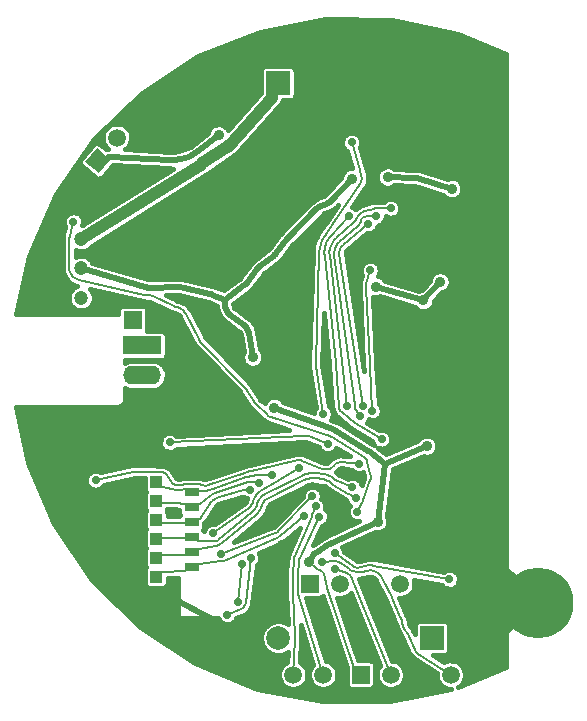
<source format=gbl>
G04 #@! TF.FileFunction,Copper,L2,Bot,Signal*
%FSLAX46Y46*%
G04 Gerber Fmt 4.6, Leading zero omitted, Abs format (unit mm)*
G04 Created by KiCad (PCBNEW 4.0.1-stable) date 20.01.2016 16:11:56*
%MOMM*%
G01*
G04 APERTURE LIST*
%ADD10C,0.100000*%
%ADD11C,6.000000*%
%ADD12R,1.100000X1.100000*%
%ADD13C,1.500000*%
%ADD14R,1.080000X1.000000*%
%ADD15C,1.200000*%
%ADD16R,1.270000X0.760000*%
%ADD17R,2.000000X2.000000*%
%ADD18C,2.000000*%
%ADD19R,1.600000X1.600000*%
%ADD20C,1.600000*%
%ADD21R,1.500000X1.500000*%
%ADD22R,3.200000X1.600000*%
%ADD23O,3.200000X1.600000*%
%ADD24C,0.900000*%
%ADD25C,0.700000*%
%ADD26C,1.000000*%
%ADD27C,0.500000*%
%ADD28C,0.200000*%
%ADD29C,0.400000*%
G04 APERTURE END LIST*
D10*
D11*
X149500000Y-103500000D03*
D12*
X138152000Y-71718700D03*
X139252000Y-71718700D03*
X138152000Y-72818700D03*
X139252000Y-72818700D03*
D10*
G36*
X112292443Y-67156624D02*
X111143376Y-66192443D01*
X112107557Y-65043376D01*
X113256624Y-66007557D01*
X112292443Y-67156624D01*
X112292443Y-67156624D01*
G37*
D13*
X113832681Y-64154247D03*
D14*
X117160000Y-101300000D03*
X115840000Y-101300000D03*
X117160000Y-99700000D03*
X115840000Y-99700000D03*
X117160000Y-98100000D03*
X115840000Y-98100000D03*
X117160000Y-96500000D03*
X115840000Y-96500000D03*
D15*
X110800000Y-72700000D03*
X110800000Y-75200000D03*
X110800000Y-77700000D03*
D14*
X117160000Y-94900000D03*
X115840000Y-94900000D03*
X117160000Y-93300000D03*
X115840000Y-93300000D03*
D11*
X118500000Y-62500000D03*
D16*
X112532000Y-100520000D03*
X112532000Y-99250000D03*
X112532000Y-97980000D03*
X112532000Y-96710000D03*
X112532000Y-95440000D03*
X112532000Y-94170000D03*
X120152000Y-94170000D03*
X120152000Y-95440000D03*
X120152000Y-96710000D03*
X120152000Y-97980000D03*
X120152000Y-99250000D03*
X120152000Y-100520000D03*
D17*
X127500000Y-59500000D03*
D18*
X127500000Y-106500000D03*
D17*
X140500000Y-106500000D03*
D18*
X140500000Y-59500000D03*
D19*
X115150000Y-79600000D03*
D20*
X118650000Y-79600000D03*
D21*
X130190000Y-101900000D03*
D13*
X132730000Y-101900000D03*
X135270000Y-101900000D03*
X137810000Y-101900000D03*
D21*
X126220000Y-109600000D03*
D13*
X128760000Y-109600000D03*
X131300000Y-109600000D03*
D21*
X134480000Y-109600000D03*
D13*
X137020000Y-109600000D03*
X139560000Y-109600000D03*
X142100000Y-109600000D03*
D22*
X115989000Y-81730000D03*
D23*
X115989000Y-84270000D03*
D24*
X143793100Y-70472300D03*
X145173600Y-69790100D03*
X110990700Y-93532000D03*
X138156200Y-75729700D03*
X130551400Y-67756800D03*
X118291300Y-103600000D03*
X125052900Y-106037800D03*
X126927900Y-95428400D03*
X126943700Y-96933000D03*
X127788100Y-98646200D03*
X127017000Y-100292300D03*
X132799400Y-96012400D03*
X131262000Y-93911700D03*
X131513800Y-91358300D03*
X129739900Y-90204400D03*
X134471600Y-92852100D03*
X132825800Y-92439100D03*
X134244500Y-99753400D03*
X135284500Y-98617100D03*
X133505800Y-73894200D03*
X140635100Y-81825600D03*
X139881500Y-69139300D03*
X136783500Y-68711000D03*
X135200000Y-66636600D03*
X141511800Y-55832000D03*
X139011800Y-55832000D03*
X136511800Y-55832000D03*
X134011800Y-55832000D03*
X131511800Y-55832000D03*
X129011800Y-55832000D03*
X126511800Y-55832000D03*
X146511800Y-58332000D03*
X144011800Y-58332000D03*
X141511800Y-58332000D03*
X139011800Y-58332000D03*
X136511800Y-58332000D03*
X134011800Y-58332000D03*
X131511800Y-58332000D03*
X129300000Y-58200000D03*
X125900000Y-58000000D03*
X124011800Y-58332000D03*
X146511800Y-60832000D03*
X144011800Y-60832000D03*
X141511800Y-60832000D03*
X139011800Y-60832000D03*
X136511800Y-60832000D03*
X129400000Y-60600000D03*
X123700000Y-60300000D03*
X121600000Y-60200000D03*
X146511800Y-63332000D03*
X144011800Y-63332000D03*
X141511800Y-63332000D03*
X139011800Y-63332000D03*
X136700000Y-63400000D03*
X146511800Y-65832000D03*
X143400000Y-66500000D03*
X141000000Y-65100000D03*
X139500000Y-65100000D03*
X136511800Y-65832000D03*
X129011800Y-65832000D03*
X126511800Y-65832000D03*
X124011800Y-65832000D03*
X146511800Y-68332000D03*
X144600000Y-67800000D03*
X145300000Y-75200000D03*
X131200000Y-68800000D03*
X128600000Y-68400000D03*
X126511800Y-68332000D03*
X124011800Y-68332000D03*
X121511800Y-68332000D03*
X146511800Y-70832000D03*
X137900000Y-65100000D03*
X131511800Y-70832000D03*
X128600000Y-70800000D03*
X126511800Y-70832000D03*
X124011800Y-70832000D03*
X121511800Y-70832000D03*
X119011800Y-70832000D03*
X116511800Y-70832000D03*
X146500000Y-72800000D03*
X143900000Y-74600000D03*
X129011800Y-73332000D03*
X126511800Y-73332000D03*
X124011800Y-73332000D03*
X121511800Y-73332000D03*
X119011800Y-73332000D03*
X116511800Y-73332000D03*
X146500000Y-76200000D03*
X143500000Y-76400000D03*
X129011800Y-75832000D03*
X126511800Y-75832000D03*
X124011800Y-75832000D03*
X121511800Y-75832000D03*
X119011800Y-75832000D03*
X116511800Y-75832000D03*
X146511800Y-78332000D03*
X144011800Y-78332000D03*
X136511800Y-78332000D03*
X129011800Y-78332000D03*
X126511800Y-78332000D03*
X124011800Y-78332000D03*
X121511800Y-78332000D03*
X119000000Y-77700000D03*
X116511800Y-78332000D03*
X146511800Y-80832000D03*
X144011800Y-80832000D03*
X142300000Y-81700000D03*
X112900000Y-68500000D03*
X124011800Y-80832000D03*
X121511800Y-80832000D03*
X146511800Y-83332000D03*
X144011800Y-83332000D03*
X141511800Y-83332000D03*
X139000000Y-83800000D03*
X136100000Y-83300000D03*
X131511800Y-83332000D03*
X129000000Y-83700000D03*
X126511800Y-83332000D03*
X124011800Y-83332000D03*
X121511800Y-83332000D03*
X119011800Y-83332000D03*
X146511800Y-85832000D03*
X144011800Y-85832000D03*
X126200000Y-86100000D03*
X124011800Y-85832000D03*
X121511800Y-85832000D03*
X119011800Y-85832000D03*
X146511800Y-88332000D03*
X144011800Y-88332000D03*
X142100000Y-87300000D03*
X138900000Y-87300000D03*
X136511800Y-88332000D03*
X126200000Y-88400000D03*
X124011800Y-88332000D03*
X121800000Y-88200000D03*
X118300000Y-87700000D03*
X115300000Y-87400000D03*
X146511800Y-90832000D03*
X144100000Y-90500000D03*
X124011800Y-90832000D03*
X121900000Y-90700000D03*
X146511800Y-93332000D03*
X142500000Y-93800000D03*
X121248900Y-92765700D03*
X119075100Y-92749600D03*
X146511800Y-95832000D03*
X139011800Y-95832000D03*
X107800000Y-93600000D03*
X118800000Y-95900000D03*
X106600000Y-89500000D03*
X146511800Y-98332000D03*
X144200000Y-98200000D03*
X139011800Y-98332000D03*
X107400000Y-74300000D03*
X109600000Y-87300000D03*
X146511800Y-100832000D03*
X144011800Y-100832000D03*
X140600000Y-100200000D03*
X116200000Y-67500000D03*
X106100000Y-87300000D03*
X105900000Y-78600000D03*
X110300000Y-98400000D03*
X138800000Y-105300000D03*
X138700000Y-103700000D03*
X133300000Y-104000000D03*
X130500000Y-103500000D03*
X115741900Y-102902300D03*
X146511800Y-105832000D03*
X144011800Y-105832000D03*
X138400000Y-111300000D03*
X142200000Y-105700000D03*
X136511800Y-105832000D03*
X134011800Y-105832000D03*
X131511800Y-105832000D03*
X130200000Y-111300000D03*
X127500000Y-104600000D03*
X124011800Y-105832000D03*
X119000000Y-106500000D03*
X116900000Y-105500000D03*
X142200000Y-108100000D03*
X132900000Y-111300000D03*
X135000000Y-108000000D03*
X132300000Y-107900000D03*
X129800000Y-107900000D03*
X124011800Y-108332000D03*
X121511800Y-108332000D03*
X136000000Y-111300000D03*
X109300000Y-78600000D03*
X114539300Y-95091400D03*
X124510400Y-94838300D03*
X122494900Y-95454100D03*
X133715000Y-67608000D03*
X125331400Y-82719100D03*
X122440300Y-63887500D03*
D25*
X112017900Y-93140300D03*
X134364300Y-91746600D03*
X136235000Y-89649900D03*
X133487400Y-70758000D03*
X135276500Y-75365300D03*
X135457600Y-87259200D03*
X134368300Y-87741000D03*
X135772700Y-70784700D03*
X134626800Y-86861500D03*
X135125300Y-71417800D03*
X133279900Y-86851300D03*
X137011900Y-70116300D03*
X130676000Y-95361000D03*
X130974200Y-96219100D03*
X131166500Y-100029500D03*
X132291900Y-100654600D03*
X134183200Y-95808600D03*
X110151200Y-71250100D03*
X132285800Y-99322300D03*
X141981800Y-101530000D03*
X129660200Y-96197400D03*
X134032700Y-94629500D03*
X133757400Y-93727700D03*
X125129100Y-93935700D03*
X122598300Y-99350100D03*
X130373500Y-94485000D03*
X121993300Y-97646500D03*
X129280600Y-92104100D03*
X124067100Y-103414000D03*
X124429600Y-100266700D03*
D24*
X140067000Y-90254500D03*
X127155500Y-86983000D03*
X130067200Y-100058600D03*
X135904400Y-96633600D03*
X142173900Y-68443400D03*
X136749000Y-67467700D03*
X139783300Y-77918600D03*
X141195300Y-76340600D03*
X135765000Y-76743800D03*
D25*
X131299300Y-87507000D03*
X133698400Y-64529800D03*
X125823900Y-93334000D03*
X126986700Y-92692000D03*
X131683400Y-90060700D03*
X118284200Y-89938700D03*
X123186000Y-104545000D03*
X125169800Y-99720400D03*
D26*
X146511800Y-100832000D02*
X149500000Y-103500000D01*
D27*
X115840000Y-98350000D02*
X115840000Y-98100000D01*
X115840000Y-98600000D02*
X115840000Y-98350000D01*
X115840000Y-99200000D02*
X115840000Y-98600000D01*
X115840000Y-99450000D02*
X115840000Y-99200000D01*
X115840000Y-99700000D02*
X115840000Y-99450000D01*
X115840000Y-95150000D02*
X115840000Y-94900000D01*
X115840000Y-95400000D02*
X115840000Y-95150000D01*
X115840000Y-96000000D02*
X115840000Y-95400000D01*
X115840000Y-96250000D02*
X115840000Y-96000000D01*
X115840000Y-96500000D02*
X115840000Y-96250000D01*
X127500000Y-104600000D02*
X125052900Y-106037800D01*
X121248900Y-92765700D02*
X121900000Y-90700000D01*
X116036000Y-78256700D02*
X116511800Y-78332000D01*
X115972000Y-78250000D02*
X115950000Y-78249900D01*
X116015100Y-78253400D02*
X115972000Y-78250000D01*
X116036000Y-78256700D02*
X116015100Y-78253400D01*
X114350000Y-78249900D02*
X115950000Y-78249900D01*
X114278100Y-78254100D02*
X114254400Y-78258300D01*
X114326000Y-78249900D02*
X114278100Y-78254100D01*
X114350000Y-78249900D02*
X114326000Y-78249900D01*
X110999900Y-78832600D02*
X114254400Y-78258300D01*
X110899800Y-78850200D02*
X110999900Y-78832600D01*
X110696500Y-78849900D02*
X110899800Y-78850200D01*
X110597500Y-78832100D02*
X110696500Y-78849900D01*
X109300000Y-78600000D02*
X110597500Y-78832100D01*
X124011800Y-73332000D02*
X124011800Y-70832000D01*
X136511800Y-60832000D02*
X139011800Y-60832000D01*
X109600000Y-87300000D02*
X115300000Y-87400000D01*
X116511800Y-73332000D02*
X119011800Y-73332000D01*
X118291300Y-103600000D02*
X116900000Y-105500000D01*
X114539300Y-95091400D02*
X113718100Y-95084400D01*
X116511800Y-73332000D02*
X116511800Y-70832000D01*
X124510400Y-94838300D02*
X122494900Y-95454100D01*
X146511800Y-60832000D02*
X146511800Y-63332000D01*
X119075100Y-92749600D02*
X115300000Y-87400000D01*
X106100000Y-87300000D02*
X106600000Y-89500000D01*
X137463200Y-105593000D02*
X136511800Y-105832000D01*
X137492100Y-105584100D02*
X137501300Y-105580200D01*
X137473000Y-105590500D02*
X137492100Y-105584100D01*
X137463200Y-105593000D02*
X137473000Y-105590500D01*
X137505400Y-105578500D02*
X137501300Y-105580200D01*
X119011800Y-75832000D02*
X121511800Y-75832000D01*
X136511800Y-55832000D02*
X136511800Y-58332000D01*
X144011800Y-60832000D02*
X145261800Y-59582000D01*
X139011800Y-55832000D02*
X136511800Y-55832000D01*
X139011800Y-55832000D02*
X140261800Y-57082000D01*
X131511800Y-105832000D02*
X132300000Y-107900000D01*
X121511800Y-108332000D02*
X124011800Y-108332000D01*
X116511800Y-73332000D02*
X116511800Y-75832000D01*
X136511800Y-88332000D02*
X138900000Y-87300000D01*
X119000000Y-106500000D02*
X121511800Y-108332000D01*
X131513800Y-91358300D02*
X129739900Y-90204400D01*
X106600000Y-89500000D02*
X107800000Y-93600000D01*
X143793100Y-70472300D02*
X145173600Y-69790100D01*
X116900000Y-105500000D02*
X119000000Y-106500000D01*
X130304500Y-57124700D02*
X129300000Y-58200000D01*
X131511800Y-55832000D02*
X134011800Y-55832000D01*
X121511800Y-73332000D02*
X120261800Y-72082000D01*
X139011800Y-63332000D02*
X137900000Y-65100000D01*
X126927900Y-95428400D02*
X126943700Y-96933000D01*
X121511800Y-73332000D02*
X121511800Y-75832000D01*
X145261800Y-59582000D02*
X144011800Y-58332000D01*
X106600000Y-89500000D02*
X109600000Y-87300000D01*
X131511800Y-55832000D02*
X130304500Y-57124700D01*
D26*
X146511800Y-105832000D02*
X149500000Y-103500000D01*
D27*
X130304500Y-57124700D02*
X129011800Y-55832000D01*
X130745300Y-93674600D02*
X131262000Y-93911700D01*
X130118300Y-93603900D02*
X129930900Y-93711000D01*
X130549200Y-93584600D02*
X130118300Y-93603900D01*
X130745300Y-93674600D02*
X130549200Y-93584600D01*
X126927900Y-95428400D02*
X129930900Y-93711000D01*
X113620400Y-95578200D02*
X113617100Y-95571900D01*
X113624000Y-95585000D02*
X113620400Y-95578200D01*
X113727700Y-95786700D02*
X113624000Y-95585000D01*
X113812700Y-95952000D02*
X113727700Y-95786700D01*
X113776300Y-96321400D02*
X113812700Y-95952000D01*
X113661000Y-96466800D02*
X113776300Y-96321400D01*
X113613800Y-96526300D02*
X113661000Y-96466800D01*
X141511800Y-58332000D02*
X140500000Y-59500000D01*
X145261800Y-59582000D02*
X146511800Y-58332000D01*
X139011800Y-63332000D02*
X141511800Y-63332000D01*
X138800000Y-105300000D02*
X138700000Y-103700000D01*
X140261800Y-57082000D02*
X139011800Y-58332000D01*
X146511800Y-60832000D02*
X145261800Y-59582000D01*
X142200000Y-105700000D02*
X142851500Y-106321000D01*
X111804100Y-98118600D02*
X110300000Y-98400000D01*
X111826600Y-98114400D02*
X111804100Y-98118600D01*
X111873200Y-98110000D02*
X111826600Y-98114400D01*
X111897000Y-98110000D02*
X111873200Y-98110000D01*
X112147000Y-98110000D02*
X111897000Y-98110000D01*
X112532000Y-97980000D02*
X112147000Y-98110000D01*
X141511800Y-60832000D02*
X140500000Y-59500000D01*
X146511800Y-105832000D02*
X144011800Y-105832000D01*
X119011800Y-73332000D02*
X120261800Y-72082000D01*
X142851500Y-106321000D02*
X144011800Y-105832000D01*
X144011800Y-63332000D02*
X146511800Y-63332000D01*
X124011800Y-73332000D02*
X121511800Y-73332000D01*
X120261800Y-72082000D02*
X121511800Y-70832000D01*
X139011800Y-63332000D02*
X139500000Y-65100000D01*
X142200000Y-108100000D02*
X142851500Y-106321000D01*
X131511800Y-58332000D02*
X130304500Y-57124700D01*
X141511800Y-55832000D02*
X140261800Y-57082000D01*
X134011800Y-58332000D02*
X134011800Y-55832000D01*
X124011800Y-75832000D02*
X124011800Y-73332000D01*
X115741900Y-102902300D02*
X118291300Y-103600000D01*
X131262000Y-93911700D02*
X132799400Y-96012400D01*
X112900000Y-68500000D02*
X116200000Y-67500000D01*
X140261800Y-57082000D02*
X141511800Y-58332000D01*
X115840000Y-96750000D02*
X115840000Y-96500000D01*
X115840000Y-97000000D02*
X115840000Y-96750000D01*
X115840000Y-97600000D02*
X115840000Y-97000000D01*
X115840000Y-97850000D02*
X115840000Y-97600000D01*
X115840000Y-98100000D02*
X115840000Y-97850000D01*
X120261800Y-72082000D02*
X119011800Y-70832000D01*
X115550000Y-97930700D02*
X115840000Y-98100000D01*
X115300000Y-97930700D02*
X115550000Y-97930700D01*
X113797500Y-97930700D02*
X115300000Y-97930700D01*
X134471600Y-92852100D02*
X132825800Y-92439100D01*
X115840000Y-99950000D02*
X115840000Y-99700000D01*
X115840000Y-100200000D02*
X115840000Y-99950000D01*
X115840000Y-100800000D02*
X115840000Y-100200000D01*
X115840000Y-101050000D02*
X115840000Y-100800000D01*
X115840000Y-101300000D02*
X115840000Y-101050000D01*
X115741900Y-101800000D02*
X115741900Y-102902300D01*
X115741900Y-101550000D02*
X115741900Y-101800000D01*
X115840000Y-101300000D02*
X115741900Y-101550000D01*
X115840000Y-93550000D02*
X115840000Y-93300000D01*
X115840000Y-93800000D02*
X115840000Y-93550000D01*
X115840000Y-94400000D02*
X115840000Y-93800000D01*
X115840000Y-94650000D02*
X115840000Y-94400000D01*
X115840000Y-94900000D02*
X115840000Y-94650000D01*
X112917000Y-94300000D02*
X112532000Y-94170000D01*
X113167000Y-94300000D02*
X112917000Y-94300000D01*
X113256200Y-94300100D02*
X113167000Y-94300000D01*
X113422700Y-94360600D02*
X113256200Y-94300100D01*
X113559300Y-94474800D02*
X113422700Y-94360600D01*
X113648200Y-94628100D02*
X113559300Y-94474800D01*
X113664000Y-94715700D02*
X113648200Y-94628100D01*
X113708400Y-94962700D02*
X113664000Y-94715700D01*
X113715600Y-95002700D02*
X113708400Y-94962700D01*
X113718100Y-95084400D02*
X113715600Y-95002700D01*
X113713300Y-95124500D02*
X113718100Y-95084400D01*
X136511800Y-103332000D02*
X135270000Y-101900000D01*
X137505400Y-105578500D02*
X136511800Y-103332000D01*
X124011800Y-105832000D02*
X125052900Y-106037800D01*
X139011800Y-80832000D02*
X140635100Y-81825600D01*
X136511800Y-78332000D02*
X139011800Y-80832000D01*
X137852000Y-73118700D02*
X138152000Y-72818700D01*
X137602000Y-73118700D02*
X137852000Y-73118700D01*
X137566700Y-73120900D02*
X137555200Y-73123100D01*
X137590200Y-73118700D02*
X137566700Y-73120900D01*
X137602000Y-73118700D02*
X137590200Y-73118700D01*
X136511800Y-73332000D02*
X137555200Y-73123100D01*
X134011800Y-73332000D02*
X136511800Y-73332000D01*
X133505800Y-73894200D02*
X134011800Y-73332000D01*
X135861600Y-67958800D02*
X135200000Y-66636600D01*
X135922600Y-68080900D02*
X135861600Y-67958800D01*
X136300000Y-68400000D02*
X135922600Y-68080900D01*
X136783500Y-68711000D02*
X136300000Y-68400000D01*
X113797500Y-98615000D02*
X113797500Y-97930700D01*
X113797500Y-98644300D02*
X113797500Y-98615000D01*
X113792100Y-98702500D02*
X113797500Y-98644300D01*
X113786800Y-98730600D02*
X113792100Y-98702500D01*
X113695800Y-99218600D02*
X113786800Y-98730600D01*
X113686000Y-99271100D02*
X113695800Y-99218600D01*
X113646800Y-99369000D02*
X113686000Y-99271100D01*
X113618000Y-99413200D02*
X113646800Y-99369000D01*
X113615300Y-99417300D02*
X113618000Y-99413200D01*
X113637000Y-99462900D02*
X113615300Y-99417300D01*
X113661100Y-99561700D02*
X113637000Y-99462900D01*
X113662900Y-99612900D02*
X113661100Y-99561700D01*
X113671700Y-99867600D02*
X113662900Y-99612900D01*
X113675300Y-99970100D02*
X113671700Y-99867600D01*
X113601600Y-100161900D02*
X113675300Y-99970100D01*
X113458900Y-100309700D02*
X113601600Y-100161900D01*
X113269700Y-100390000D02*
X113458900Y-100309700D01*
X113167000Y-100390000D02*
X113269700Y-100390000D01*
X112917000Y-100390000D02*
X113167000Y-100390000D01*
X112532000Y-100520000D02*
X112917000Y-100390000D01*
X113684200Y-95371000D02*
X113713300Y-95124500D01*
X113678000Y-95424100D02*
X113684200Y-95371000D01*
X113644200Y-95525400D02*
X113678000Y-95424100D01*
X113617200Y-95571900D02*
X113644200Y-95525400D01*
X113617100Y-95571900D02*
X113617200Y-95571900D01*
X138576700Y-108000500D02*
X137505400Y-105578500D01*
X139011800Y-108332000D02*
X138576700Y-108000500D01*
X139560000Y-109600000D02*
X139011800Y-108332000D01*
X113779000Y-97193400D02*
X113613800Y-96526300D01*
X113788300Y-97231000D02*
X113779000Y-97193400D01*
X113797500Y-97306400D02*
X113788300Y-97231000D01*
X113797500Y-97345000D02*
X113797500Y-97306400D01*
X113797500Y-97930700D02*
X113797500Y-97345000D01*
X139011800Y-68332000D02*
X136783500Y-68711000D01*
X139881500Y-69139300D02*
X139011800Y-68332000D01*
X134244500Y-99753400D02*
X135284500Y-98617100D01*
X136656400Y-78645200D02*
X136511800Y-78332000D01*
X139552000Y-71418700D02*
X139252000Y-71718700D01*
X139552000Y-71168700D02*
X139552000Y-71418700D01*
X139552000Y-71158600D02*
X139552000Y-71168700D01*
X139553700Y-71138100D02*
X139552000Y-71158600D01*
X139011800Y-70832000D02*
X139553700Y-71138100D01*
X139881500Y-69139300D02*
X139011800Y-70832000D01*
X138156200Y-73118700D02*
X138152000Y-72818700D01*
X138156200Y-73368700D02*
X138156200Y-73118700D01*
X138156200Y-75729700D02*
X138156200Y-73368700D01*
X122918000Y-105408400D02*
X124011800Y-105832000D01*
X122899100Y-105402700D02*
X122918000Y-105408400D01*
X122862000Y-105390000D02*
X122899100Y-105402700D01*
X122844400Y-105383100D02*
X122862000Y-105390000D01*
X119011800Y-103332000D02*
X122844400Y-105383100D01*
X118291300Y-103600000D02*
X119011800Y-103332000D01*
X112917000Y-96580000D02*
X112532000Y-96710000D01*
X113167000Y-96580000D02*
X112917000Y-96580000D01*
X113190100Y-96579100D02*
X113197900Y-96578100D01*
X113174900Y-96580000D02*
X113190100Y-96579100D01*
X113167000Y-96580000D02*
X113174900Y-96580000D01*
X113613800Y-96526300D02*
X113197900Y-96578100D01*
X112917000Y-95570000D02*
X112532000Y-95440000D01*
X113167000Y-95570000D02*
X112917000Y-95570000D01*
X113169100Y-95570000D02*
X113167000Y-95570000D01*
X113617100Y-95571900D02*
X113169100Y-95570000D01*
X112147000Y-94040000D02*
X112532000Y-94170000D01*
X111897000Y-94040000D02*
X112147000Y-94040000D01*
X111878400Y-94040000D02*
X111897000Y-94040000D01*
X111841700Y-94034500D02*
X111878400Y-94040000D01*
X111823700Y-94029000D02*
X111841700Y-94034500D01*
X111760000Y-94009500D02*
X111823700Y-94029000D01*
X111694500Y-93989400D02*
X111760000Y-94009500D01*
X111571600Y-93930100D02*
X111694500Y-93989400D01*
X111516000Y-93891900D02*
X111571600Y-93930100D01*
X110990700Y-93532000D02*
X111516000Y-93891900D01*
X112917000Y-97930700D02*
X112532000Y-97980000D01*
X113167000Y-97930700D02*
X112917000Y-97930700D01*
X113797500Y-97930700D02*
X113167000Y-97930700D01*
X127788100Y-98646200D02*
X127017000Y-100292300D01*
X112917000Y-99380000D02*
X112532000Y-99250000D01*
X113167000Y-99380000D02*
X112917000Y-99380000D01*
X113172500Y-99380000D02*
X113167000Y-99380000D01*
X113183000Y-99380500D02*
X113172500Y-99380000D01*
X113188200Y-99380900D02*
X113183000Y-99380500D01*
X113615300Y-99417300D02*
X113188200Y-99380900D01*
X121909000Y-77414200D02*
X122951100Y-77865200D01*
X121776000Y-77366300D02*
X121731000Y-77356200D01*
X121865700Y-77395500D02*
X121776000Y-77366300D01*
X121909000Y-77414200D02*
X121865700Y-77395500D01*
X119204700Y-76788700D02*
X121731000Y-77356200D01*
X119033600Y-76764800D02*
X118975000Y-76766300D01*
X119149000Y-76776100D02*
X119033600Y-76764800D01*
X119204700Y-76788700D02*
X119149000Y-76776100D01*
X116538600Y-76831600D02*
X118975000Y-76766300D01*
X116460400Y-76833700D02*
X116538600Y-76831600D01*
X116306000Y-76813700D02*
X116460400Y-76833700D01*
X116230500Y-76791600D02*
X116306000Y-76813700D01*
X110800000Y-75200000D02*
X116230500Y-76791600D01*
X124999000Y-80671700D02*
X125331400Y-82719100D01*
X124767400Y-80148700D02*
X124611800Y-80031800D01*
X124967800Y-80479800D02*
X124767400Y-80148700D01*
X124999000Y-80671700D02*
X124967800Y-80479800D01*
X123411800Y-79132200D02*
X124611800Y-80031800D01*
X123246900Y-79008500D02*
X123411800Y-79132200D01*
X123041700Y-78650800D02*
X123246900Y-79008500D01*
X123018300Y-78446800D02*
X123041700Y-78650800D01*
X122951100Y-77865200D02*
X123018300Y-78446800D01*
X131924500Y-69489500D02*
X133715000Y-67608000D01*
X131851600Y-69566200D02*
X131924500Y-69489500D01*
X131674900Y-69686600D02*
X131851600Y-69566200D01*
X131575900Y-69726800D02*
X131674900Y-69686600D01*
X131135900Y-69905200D02*
X131575900Y-69726800D01*
X130875500Y-70053900D02*
X130804600Y-70124800D01*
X131043400Y-69942700D02*
X130875500Y-70053900D01*
X131135900Y-69905200D02*
X131043400Y-69942700D01*
X128304600Y-72624800D02*
X130804600Y-70124800D01*
X128233000Y-72703600D02*
X128211600Y-72732000D01*
X128279900Y-72649500D02*
X128233000Y-72703600D01*
X128304600Y-72624800D02*
X128279900Y-72649500D01*
X127312000Y-73932000D02*
X128211600Y-72732000D01*
X127269300Y-73989000D02*
X127312000Y-73932000D01*
X127169100Y-74089200D02*
X127269300Y-73989000D01*
X127111800Y-74132200D02*
X127169100Y-74089200D01*
X125911800Y-75031800D02*
X127111800Y-74132200D01*
X125754300Y-75175000D02*
X125711600Y-75232000D01*
X125854500Y-75074800D02*
X125754300Y-75175000D01*
X125911800Y-75031800D02*
X125854500Y-75074800D01*
X124812000Y-76432000D02*
X125711600Y-75232000D01*
X124768500Y-76490000D02*
X124812000Y-76432000D01*
X124665600Y-76592300D02*
X124768500Y-76490000D01*
X124608000Y-76635000D02*
X124665600Y-76592300D01*
X122951100Y-77865200D02*
X124608000Y-76635000D01*
X112904400Y-66038400D02*
X112200000Y-66100000D01*
X113065100Y-65846900D02*
X112904400Y-66038400D01*
X113103300Y-65801500D02*
X113065100Y-65846900D01*
X113211800Y-65754600D02*
X113103300Y-65801500D01*
X113270800Y-65758000D02*
X113211800Y-65754600D01*
X118298100Y-66044400D02*
X113270800Y-65758000D01*
X120469800Y-65471600D02*
X120724200Y-65267000D01*
X119895300Y-65780800D02*
X120469800Y-65471600D01*
X119274100Y-65980100D02*
X119895300Y-65780800D01*
X118626900Y-66062900D02*
X119274100Y-65980100D01*
X118298100Y-66044400D02*
X118626900Y-66062900D01*
X122440300Y-63887500D02*
X120724200Y-65267000D01*
D28*
X115210800Y-92410000D02*
X112017900Y-93140300D01*
X115232500Y-92405000D02*
X115210800Y-92410000D01*
X115277600Y-92399900D02*
X115232500Y-92405000D01*
X115300000Y-92399900D02*
X115277600Y-92399900D01*
X116380000Y-92399900D02*
X115300000Y-92399900D01*
X116404300Y-92400600D02*
X116380000Y-92399900D01*
X117719400Y-92480600D02*
X116404300Y-92400600D01*
X117790400Y-92484900D02*
X117719400Y-92480600D01*
X117915600Y-92553100D02*
X117790400Y-92484900D01*
X117957600Y-92610200D02*
X117915600Y-92553100D01*
X118417300Y-93234200D02*
X117957600Y-92610200D01*
X119268200Y-93555400D02*
X119394500Y-93501600D01*
X118992500Y-93574100D02*
X119268200Y-93555400D01*
X118726000Y-93501000D02*
X118992500Y-93574100D01*
X118499300Y-93345400D02*
X118726000Y-93501000D01*
X118417300Y-93234200D02*
X118499300Y-93345400D01*
X119394500Y-93501500D02*
X119394500Y-93501600D01*
X119418800Y-93491200D02*
X119394500Y-93501500D01*
X119470000Y-93479000D02*
X119418800Y-93491200D01*
X119496300Y-93477300D02*
X119470000Y-93479000D01*
X119595900Y-93470700D02*
X119496300Y-93477300D01*
X119617000Y-93470000D02*
X119595900Y-93470700D01*
X120162400Y-93470000D02*
X119617000Y-93470000D01*
X120162600Y-93470000D02*
X120162400Y-93470000D01*
X120687200Y-93470300D02*
X120162600Y-93470000D01*
X120692900Y-93470300D02*
X120687200Y-93470300D01*
X120704600Y-93470700D02*
X120692900Y-93470300D01*
X120710700Y-93471200D02*
X120704600Y-93470700D01*
X120810100Y-93478600D02*
X120710700Y-93471200D01*
X120836900Y-93480600D02*
X120810100Y-93478600D01*
X120888800Y-93493600D02*
X120836900Y-93480600D01*
X120913300Y-93504400D02*
X120888800Y-93493600D01*
X120920700Y-93507700D02*
X120913300Y-93504400D01*
X121358600Y-93583600D02*
X121501800Y-93536600D01*
X121058200Y-93568500D02*
X121358600Y-93583600D01*
X120920700Y-93507700D02*
X121058200Y-93568500D01*
X124658400Y-92500900D02*
X121501800Y-93536600D01*
X124687500Y-92491400D02*
X124658400Y-92500900D01*
X124743200Y-92475600D02*
X124687500Y-92491400D01*
X124771400Y-92468700D02*
X124743200Y-92475600D01*
X125565700Y-92275000D02*
X124771400Y-92468700D01*
X125578500Y-92272000D02*
X125565700Y-92275000D01*
X129129700Y-91451300D02*
X125578500Y-92272000D01*
X129229100Y-91428300D02*
X129129700Y-91451300D01*
X129433600Y-91443800D02*
X129229100Y-91428300D01*
X129528800Y-91481800D02*
X129433600Y-91443800D01*
X131199000Y-92147800D02*
X129528800Y-91481800D01*
X132080200Y-92006100D02*
X132165800Y-91903400D01*
X131852200Y-92149400D02*
X132080200Y-92006100D01*
X131591200Y-92215300D02*
X131852200Y-92149400D01*
X131324100Y-92197600D02*
X131591200Y-92215300D01*
X131199000Y-92147800D02*
X131324100Y-92197600D01*
X132173800Y-91894000D02*
X132165800Y-91903400D01*
X132309900Y-91731100D02*
X132173800Y-91894000D01*
X132704200Y-91571600D02*
X132309900Y-91731100D01*
X132914900Y-91593900D02*
X132704200Y-91571600D01*
X134364300Y-91746600D02*
X132914900Y-91593900D01*
X134022200Y-88314700D02*
X136235000Y-89649900D01*
X134001600Y-88302200D02*
X134022200Y-88314700D01*
X133962400Y-88274500D02*
X134001600Y-88302200D01*
X133944300Y-88259700D02*
X133962400Y-88274500D01*
X132855900Y-87370000D02*
X133944300Y-88259700D01*
X132748700Y-87282500D02*
X132855900Y-87370000D01*
X132621100Y-87036100D02*
X132748700Y-87282500D01*
X132611500Y-86897700D02*
X132621100Y-87036100D01*
X132359900Y-83273100D02*
X132611500Y-86897700D01*
X132359900Y-83273100D02*
X132357300Y-83244000D01*
X131407000Y-74112600D02*
X132357300Y-83244000D01*
X131384100Y-73892400D02*
X131407000Y-74112600D01*
X131430900Y-73451400D02*
X131384100Y-73892400D01*
X131566800Y-73033000D02*
X131430900Y-73451400D01*
X131788200Y-72648700D02*
X131566800Y-73033000D01*
X131936400Y-72483700D02*
X131788200Y-72648700D01*
X133487400Y-70758000D02*
X131936400Y-72483700D01*
X134947900Y-76509100D02*
X135276500Y-75365300D01*
X134912400Y-76716600D02*
X134916000Y-76787200D01*
X134928600Y-76576300D02*
X134912400Y-76716600D01*
X134947900Y-76509100D02*
X134928600Y-76576300D01*
X135251000Y-83343400D02*
X134916000Y-76787200D01*
X135251100Y-83344800D02*
X135251000Y-83343400D01*
X135457600Y-87259200D02*
X135251100Y-83344800D01*
X134050000Y-87202400D02*
X134368300Y-87741000D01*
X134012400Y-87138700D02*
X134050000Y-87202400D01*
X133966700Y-86998000D02*
X134012400Y-87138700D01*
X133959800Y-86924400D02*
X133966700Y-86998000D01*
X133946900Y-86788400D02*
X133959800Y-86924400D01*
X133946900Y-86788400D02*
X133944000Y-86762600D01*
X132246900Y-74062400D02*
X133944000Y-86762600D01*
X132226200Y-73908100D02*
X132246900Y-74062400D01*
X132260800Y-73598200D02*
X132226200Y-73908100D01*
X132370500Y-73303800D02*
X132260800Y-73598200D01*
X132547000Y-73046700D02*
X132370500Y-73303800D01*
X132663800Y-72943300D02*
X132547000Y-73046700D01*
X134210000Y-71574000D02*
X132663800Y-72943300D01*
X134415200Y-71339400D02*
X134462100Y-71245800D01*
X134288500Y-71504400D02*
X134415200Y-71339400D01*
X134210000Y-71574000D02*
X134288500Y-71504400D01*
X134526100Y-71117900D02*
X134462100Y-71245800D01*
X134616000Y-70938400D02*
X134526100Y-71117900D01*
X134964000Y-70737200D02*
X134616000Y-70938400D01*
X135164600Y-70749000D02*
X134964000Y-70737200D01*
X135772700Y-70784700D02*
X135164600Y-70749000D01*
X132665400Y-74022600D02*
X134626800Y-86861500D01*
X132631900Y-73802600D02*
X132665400Y-74022600D01*
X132788500Y-73386700D02*
X132631900Y-73802600D01*
X132958000Y-73244100D02*
X132788500Y-73386700D01*
X135125300Y-71417800D02*
X132958000Y-73244100D01*
X131826500Y-74085400D02*
X133279900Y-86851300D01*
X131803500Y-73883100D02*
X131826500Y-74085400D01*
X131854500Y-73480300D02*
X131803500Y-73883100D01*
X132001000Y-73098300D02*
X131854500Y-73480300D01*
X132232300Y-72764600D02*
X132001000Y-73098300D01*
X132385300Y-72628900D02*
X132232300Y-72764600D01*
X133931600Y-71259600D02*
X132385300Y-72628900D01*
X134057700Y-71115400D02*
X134086600Y-71057900D01*
X133979900Y-71216800D02*
X134057700Y-71115400D01*
X133931600Y-71259600D02*
X133979900Y-71216800D01*
X134150600Y-70930000D02*
X134086600Y-71057900D01*
X134251500Y-70728400D02*
X134150600Y-70930000D01*
X134595500Y-70439000D02*
X134251500Y-70728400D01*
X134811600Y-70373900D02*
X134595500Y-70439000D01*
X135579900Y-70143000D02*
X134811600Y-70373900D01*
X135627000Y-70128900D02*
X135579900Y-70143000D01*
X135724400Y-70114600D02*
X135627000Y-70128900D01*
X135773600Y-70114700D02*
X135724400Y-70114600D01*
X137011900Y-70116300D02*
X135773600Y-70114700D01*
X128898600Y-106563900D02*
X128760000Y-109600000D01*
X128899900Y-106461300D02*
X128898200Y-106426300D01*
X128900200Y-106529700D02*
X128899900Y-106461300D01*
X128898600Y-106563900D02*
X128900200Y-106529700D01*
X128701000Y-102689000D02*
X128898200Y-106426300D01*
X128700000Y-102650000D02*
X128701000Y-102689000D01*
X128700000Y-101150000D02*
X128700000Y-102650000D01*
X128700000Y-101133500D02*
X128700000Y-101150000D01*
X128701400Y-101101200D02*
X128700000Y-101133500D01*
X128702800Y-101085800D02*
X128701400Y-101101200D01*
X128801900Y-99948400D02*
X128702800Y-101085800D01*
X128810800Y-99845100D02*
X128801900Y-99948400D01*
X128862600Y-99642800D02*
X128810800Y-99845100D01*
X128904600Y-99547200D02*
X128862600Y-99642800D01*
X130261700Y-96462000D02*
X128904600Y-99547200D01*
X130316200Y-96273800D02*
X130317200Y-96208300D01*
X130288100Y-96402000D02*
X130316200Y-96273800D01*
X130261700Y-96462000D02*
X130288100Y-96402000D01*
X130317200Y-96208200D02*
X130317200Y-96208300D01*
X130318400Y-96133200D02*
X130317200Y-96208200D01*
X130354900Y-95986800D02*
X130318400Y-96133200D01*
X130389600Y-95919100D02*
X130354900Y-95986800D01*
X130676000Y-95361000D02*
X130389600Y-95919100D01*
X129134900Y-102746400D02*
X131300000Y-109600000D01*
X129127500Y-102723300D02*
X129134900Y-102746400D01*
X129120000Y-102674600D02*
X129127500Y-102723300D01*
X129120000Y-102650000D02*
X129120000Y-102674600D01*
X129120000Y-101150000D02*
X129120000Y-102650000D01*
X129120000Y-101142800D02*
X129120000Y-101150000D01*
X129120600Y-101128900D02*
X129120000Y-101142800D01*
X129121200Y-101122200D02*
X129120600Y-101128900D01*
X129220300Y-99984800D02*
X129121200Y-101122200D01*
X129226900Y-99908400D02*
X129220300Y-99984800D01*
X129267800Y-99759200D02*
X129226900Y-99908400D01*
X129301400Y-99689500D02*
X129267800Y-99759200D01*
X130974200Y-96219100D02*
X129301400Y-99689500D01*
X132267300Y-99988900D02*
X131166500Y-100029500D01*
X132372100Y-99984900D02*
X132267300Y-99988900D01*
X132575100Y-100042500D02*
X132372100Y-99984900D01*
X132662800Y-100101200D02*
X132575100Y-100042500D01*
X133541000Y-100689700D02*
X132662800Y-100101200D01*
X133569900Y-100709600D02*
X133541000Y-100689700D01*
X134231900Y-100947600D02*
X134465400Y-100902600D01*
X133764400Y-100846900D02*
X134231900Y-100947600D01*
X133569900Y-100709600D02*
X133764400Y-100846900D01*
X135056400Y-100788900D02*
X134465400Y-100902600D01*
X135239600Y-100753800D02*
X135056400Y-100788900D01*
X135606700Y-100804000D02*
X135239600Y-100753800D01*
X135940400Y-100969800D02*
X135606700Y-100804000D01*
X136203200Y-101233800D02*
X135940400Y-100969800D01*
X136285000Y-101400100D02*
X136203200Y-101233800D01*
X137095000Y-103044800D02*
X136285000Y-101400100D01*
X137106300Y-103069000D02*
X137095000Y-103044800D01*
X137819500Y-104681500D02*
X137106300Y-103069000D01*
X137827200Y-104698800D02*
X137819500Y-104681500D01*
X137840300Y-104733900D02*
X137827200Y-104698800D01*
X137845700Y-104751200D02*
X137840300Y-104733900D01*
X138085800Y-105522400D02*
X137845700Y-104751200D01*
X138141200Y-105657600D02*
X138167300Y-105698900D01*
X138100200Y-105568600D02*
X138141200Y-105657600D01*
X138085800Y-105522400D02*
X138100200Y-105568600D01*
X138435800Y-106124800D02*
X138167300Y-105698900D01*
X138445200Y-106139800D02*
X138435800Y-106124800D01*
X138463000Y-106171900D02*
X138445200Y-106139800D01*
X138470700Y-106187900D02*
X138463000Y-106171900D01*
X139178100Y-107655200D02*
X138470700Y-106187900D01*
X139273300Y-107781300D02*
X139319100Y-107808300D01*
X139201300Y-107703300D02*
X139273300Y-107781300D01*
X139178100Y-107655200D02*
X139201300Y-107703300D01*
X139319200Y-107808100D02*
X139319100Y-107808300D01*
X139340900Y-107821500D02*
X139319200Y-107808100D01*
X142100000Y-109600000D02*
X139340900Y-107821500D01*
X133050100Y-100896400D02*
X132291900Y-100654600D01*
X133273500Y-100967800D02*
X133050100Y-100896400D01*
X133616500Y-101284800D02*
X133273500Y-100967800D01*
X133704900Y-101501000D02*
X133616500Y-101284800D01*
X137020000Y-109600000D02*
X133704900Y-101501000D01*
X109833600Y-72442600D02*
X110151200Y-71250100D01*
X109799900Y-72635100D02*
X109799900Y-72700000D01*
X109816900Y-72505100D02*
X109799900Y-72635100D01*
X109833600Y-72442600D02*
X109816900Y-72505100D01*
X109799900Y-75200000D02*
X109799900Y-72700000D01*
X110411800Y-76137200D02*
X110578300Y-76175200D01*
X110123800Y-75956200D02*
X110411800Y-76137200D01*
X109911900Y-75690300D02*
X110123800Y-75956200D01*
X109799800Y-75369200D02*
X109911900Y-75690300D01*
X109799900Y-75200000D02*
X109799800Y-75369200D01*
X116146000Y-77440900D02*
X110578300Y-76175200D01*
X116419300Y-77481900D02*
X116511800Y-77482000D01*
X116236000Y-77461400D02*
X116419300Y-77481900D01*
X116146000Y-77440900D02*
X116236000Y-77461400D01*
X116606900Y-77482000D02*
X116511800Y-77482000D01*
X116791400Y-77523700D02*
X116606900Y-77482000D01*
X116877500Y-77564700D02*
X116791400Y-77523700D01*
X118659700Y-78414100D02*
X116877500Y-77564700D01*
X118805800Y-78468600D02*
X118856700Y-78477900D01*
X118707100Y-78436700D02*
X118805800Y-78468600D01*
X118659700Y-78414100D02*
X118707100Y-78436700D01*
X118986100Y-78501700D02*
X118856700Y-78477900D01*
X119226300Y-78606400D02*
X118986100Y-78501700D01*
X119437900Y-78764300D02*
X119226300Y-78606400D01*
X119606800Y-78964600D02*
X119437900Y-78764300D01*
X119666800Y-79082200D02*
X119606800Y-78964600D01*
X120754300Y-81217800D02*
X119666800Y-79082200D01*
X120858600Y-81379900D02*
X120903100Y-81425400D01*
X120783300Y-81274800D02*
X120858600Y-81379900D01*
X120754300Y-81217800D02*
X120783300Y-81274800D01*
X124620500Y-85238600D02*
X120903100Y-81425400D01*
X124650700Y-85269600D02*
X124620500Y-85238600D01*
X124705100Y-85338300D02*
X124650700Y-85269600D01*
X124728300Y-85374600D02*
X124705100Y-85338300D01*
X125483500Y-86557400D02*
X124728300Y-85374600D01*
X125582700Y-86686900D02*
X125623000Y-86724300D01*
X125513100Y-86603700D02*
X125582700Y-86686900D01*
X125483500Y-86557400D02*
X125513100Y-86603700D01*
X126578500Y-87607300D02*
X125623000Y-86724300D01*
X126804400Y-87762600D02*
X126891600Y-87791100D01*
X126646400Y-87669900D02*
X126804400Y-87762600D01*
X126578500Y-87607300D02*
X126646400Y-87669900D01*
X131891400Y-89423800D02*
X126891600Y-87791100D01*
X131930100Y-89436400D02*
X131891400Y-89423800D01*
X132005400Y-89471700D02*
X131930100Y-89436400D01*
X132040100Y-89493500D02*
X132005400Y-89471700D01*
X134721000Y-91179400D02*
X132040100Y-89493500D01*
X134828700Y-91247300D02*
X134721000Y-91179400D01*
X134979400Y-91452200D02*
X134828700Y-91247300D01*
X135011800Y-91574600D02*
X134979400Y-91452200D01*
X135293200Y-92633900D02*
X135011800Y-91574600D01*
X135326200Y-92758000D02*
X135293200Y-92633900D01*
X135315800Y-93014900D02*
X135326200Y-92758000D01*
X135272900Y-93136100D02*
X135315800Y-93014900D01*
X134664200Y-94853300D02*
X135272900Y-93136100D01*
X134656700Y-94874400D02*
X134664200Y-94853300D01*
X134639600Y-94914200D02*
X134656700Y-94874400D01*
X134629500Y-94934000D02*
X134639600Y-94914200D01*
X134183200Y-95808600D02*
X134629500Y-94934000D01*
X135542900Y-100376600D02*
X141981800Y-101530000D01*
X135092800Y-100355100D02*
X134944100Y-100387100D01*
X135393500Y-100349900D02*
X135092800Y-100355100D01*
X135542900Y-100376600D02*
X135393500Y-100349900D01*
X134406000Y-100503000D02*
X134944100Y-100387100D01*
X134248500Y-100536900D02*
X134406000Y-100503000D01*
X133933300Y-100472500D02*
X134248500Y-100536900D01*
X133802400Y-100380000D02*
X133933300Y-100472500D01*
X133802500Y-100379900D02*
X133802400Y-100380000D01*
X133795000Y-100374700D02*
X133802500Y-100379900D01*
X132915900Y-99760900D02*
X133795000Y-100374700D01*
X132914600Y-99760000D02*
X132915900Y-99760900D01*
X132285800Y-99322300D02*
X132914600Y-99760000D01*
D26*
X120927800Y-66407400D02*
X110800000Y-72700000D01*
X120927800Y-66407400D02*
X121066900Y-66317400D01*
X123137900Y-64924900D02*
X121066900Y-66317400D01*
X123318500Y-64780600D02*
X123369300Y-64724000D01*
X123201400Y-64882300D02*
X123318500Y-64780600D01*
X123137900Y-64924900D02*
X123201400Y-64882300D01*
X126871600Y-60834600D02*
X123369300Y-64724000D01*
X127000000Y-60592700D02*
X127000000Y-60500000D01*
X126933600Y-60765700D02*
X127000000Y-60592700D01*
X126871600Y-60834600D02*
X126933600Y-60765700D01*
X127000000Y-60000000D02*
X127000000Y-60500000D01*
X127500000Y-59500000D02*
X127000000Y-60000000D01*
D28*
X127677000Y-97826000D02*
X129660200Y-96197400D01*
X127614400Y-97877400D02*
X127677000Y-97826000D01*
X127478200Y-97960600D02*
X127614400Y-97877400D01*
X127404100Y-97992800D02*
X127478200Y-97960600D01*
X122865300Y-99964600D02*
X127404100Y-97992800D01*
X122820300Y-99984100D02*
X122865300Y-99964600D01*
X122726500Y-100009600D02*
X122820300Y-99984100D01*
X122677600Y-100015400D02*
X122726500Y-100009600D01*
X120798800Y-100239300D02*
X122677600Y-100015400D01*
X120795900Y-100239600D02*
X120798800Y-100239300D01*
X120790000Y-100240000D02*
X120795900Y-100239600D01*
X120787000Y-100240000D02*
X120790000Y-100240000D01*
X120687000Y-100240000D02*
X120787000Y-100240000D01*
X120152000Y-100520000D02*
X120687000Y-100240000D01*
X117600000Y-100900000D02*
X117160000Y-101300000D01*
X117700000Y-100900000D02*
X117600000Y-100900000D01*
X117705500Y-100899800D02*
X117700000Y-100900000D01*
X119511500Y-100800200D02*
X117705500Y-100899800D01*
X119517000Y-100800000D02*
X119511500Y-100800200D01*
X119617000Y-100800000D02*
X119517000Y-100800000D01*
X120152000Y-100520000D02*
X119617000Y-100800000D01*
X120687000Y-98970000D02*
X120152000Y-99250000D01*
X120787000Y-98970000D02*
X120687000Y-98970000D01*
X120800200Y-98969200D02*
X120804700Y-98968400D01*
X120791400Y-98970000D02*
X120800200Y-98969200D01*
X120787000Y-98970000D02*
X120791400Y-98970000D01*
X122186700Y-98719200D02*
X120804700Y-98968400D01*
X122577600Y-98577200D02*
X122685700Y-98488400D01*
X122324100Y-98694400D02*
X122577600Y-98577200D01*
X122186700Y-98719200D02*
X122324100Y-98694400D01*
X125564800Y-96120400D02*
X122685700Y-98488400D01*
X126058800Y-95494500D02*
X126123100Y-95231900D01*
X125772500Y-95949700D02*
X126058800Y-95494500D01*
X125564800Y-96120400D02*
X125772500Y-95949700D01*
X126123000Y-95231900D02*
X126123100Y-95231900D01*
X126166200Y-95055100D02*
X126123000Y-95231900D01*
X126393100Y-94770000D02*
X126166200Y-95055100D01*
X126555800Y-94688200D02*
X126393100Y-94770000D01*
X129684900Y-93115200D02*
X126555800Y-94688200D01*
X129889500Y-93012200D02*
X129684900Y-93115200D01*
X130344000Y-92935000D02*
X129889500Y-93012200D01*
X130571200Y-92964600D02*
X130344000Y-92935000D01*
X131371600Y-93068700D02*
X130571200Y-92964600D01*
X131482400Y-93083000D02*
X131371600Y-93068700D01*
X131690600Y-93169000D02*
X131482400Y-93083000D01*
X131779400Y-93237200D02*
X131690600Y-93169000D01*
X132052800Y-93446900D02*
X131779400Y-93237200D01*
X132126600Y-93499900D02*
X132153500Y-93516700D01*
X132077400Y-93465800D02*
X132126600Y-93499900D01*
X132052800Y-93446900D02*
X132077400Y-93465800D01*
X133402700Y-94296100D02*
X132153500Y-93516700D01*
X133434900Y-94315100D02*
X133445500Y-94320700D01*
X133413600Y-94302900D02*
X133434900Y-94315100D01*
X133402700Y-94296100D02*
X133413600Y-94302900D01*
X134032700Y-94629500D02*
X133445500Y-94320700D01*
X117600000Y-99475000D02*
X117160000Y-99700000D01*
X117700000Y-99475000D02*
X117600000Y-99475000D01*
X119517000Y-99475000D02*
X117700000Y-99475000D01*
X119617000Y-99475000D02*
X119517000Y-99475000D01*
X120152000Y-99250000D02*
X119617000Y-99475000D01*
X120687000Y-98260000D02*
X120152000Y-97980000D01*
X120787000Y-98260000D02*
X120687000Y-98260000D01*
X120791800Y-98260100D02*
X120787000Y-98260000D01*
X121961500Y-98315700D02*
X120791800Y-98260100D01*
X122322400Y-98243200D02*
X122418300Y-98164500D01*
X122085500Y-98321600D02*
X122322400Y-98243200D01*
X121961500Y-98315700D02*
X122085500Y-98321600D01*
X125299700Y-95800200D02*
X122418300Y-98164500D01*
X125671400Y-95329400D02*
X125719300Y-95133400D01*
X125455600Y-95672400D02*
X125671400Y-95329400D01*
X125299700Y-95800200D02*
X125455600Y-95672400D01*
X125719000Y-95133300D02*
X125719300Y-95133400D01*
X125783500Y-94868600D02*
X125719000Y-95133300D01*
X126123900Y-94440200D02*
X125783500Y-94868600D01*
X126368200Y-94317100D02*
X126123900Y-94440200D01*
X129495700Y-92742000D02*
X126368200Y-94317100D01*
X129756900Y-92610700D02*
X129495700Y-92742000D01*
X130331800Y-92512300D02*
X129756900Y-92610700D01*
X130621100Y-92549300D02*
X130331800Y-92512300D01*
X131423200Y-92651900D02*
X130621100Y-92549300D01*
X131591200Y-92673500D02*
X131423200Y-92651900D01*
X131902400Y-92802000D02*
X131591200Y-92673500D01*
X132035000Y-92903900D02*
X131902400Y-92802000D01*
X132308400Y-93113600D02*
X132035000Y-92903900D01*
X132456400Y-93206900D02*
X132509900Y-93228300D01*
X132354400Y-93148900D02*
X132456400Y-93206900D01*
X132308400Y-93113600D02*
X132354400Y-93148900D01*
X133757400Y-93727700D02*
X132509900Y-93228300D01*
X117600000Y-98040000D02*
X117160000Y-98100000D01*
X117700000Y-98040000D02*
X117600000Y-98040000D01*
X119517000Y-98040000D02*
X117700000Y-98040000D01*
X119617000Y-98040000D02*
X119517000Y-98040000D01*
X120152000Y-97980000D02*
X119617000Y-98040000D01*
X124442300Y-93990900D02*
X125129100Y-93935700D01*
X124306000Y-94011800D02*
X124262000Y-94025300D01*
X124396400Y-93994600D02*
X124306000Y-94011800D01*
X124442300Y-93990900D02*
X124396400Y-93994600D01*
X122246500Y-94641100D02*
X124262000Y-94025300D01*
X121864800Y-94864300D02*
X121783400Y-94988900D01*
X122103200Y-94685000D02*
X121864800Y-94864300D01*
X122246500Y-94641100D02*
X122103200Y-94685000D01*
X120870700Y-96384700D02*
X121783400Y-94988900D01*
X120856800Y-96405900D02*
X120870700Y-96384700D01*
X120812300Y-96430000D02*
X120856800Y-96405900D01*
X120787000Y-96430000D02*
X120812300Y-96430000D01*
X120687000Y-96430000D02*
X120787000Y-96430000D01*
X120152000Y-96710000D02*
X120687000Y-96430000D01*
X117600000Y-96750100D02*
X117160000Y-96500000D01*
X117700000Y-96750100D02*
X117600000Y-96750100D01*
X119517000Y-96750100D02*
X117700000Y-96750100D01*
X119617000Y-96750100D02*
X119517000Y-96750100D01*
X120152000Y-96710000D02*
X119617000Y-96750100D01*
X127206200Y-97640400D02*
X122598300Y-99350100D01*
X127426200Y-97519200D02*
X127484900Y-97458700D01*
X127285500Y-97610900D02*
X127426200Y-97519200D01*
X127206200Y-97640400D02*
X127285500Y-97610900D01*
X130373500Y-94485000D02*
X127484900Y-97458700D01*
X124990800Y-95513300D02*
X121993300Y-97646500D01*
X125279700Y-95180200D02*
X125315300Y-95034800D01*
X125112300Y-95426900D02*
X125279700Y-95180200D01*
X124990800Y-95513300D02*
X125112300Y-95426900D01*
X125315200Y-95034800D02*
X125315300Y-95034800D01*
X125355100Y-94872000D02*
X125315200Y-95034800D01*
X125496100Y-94572100D02*
X125355100Y-94872000D01*
X125695600Y-94303800D02*
X125496100Y-94572100D01*
X125944600Y-94080700D02*
X125695600Y-94303800D01*
X126087500Y-93996900D02*
X125944600Y-94080700D01*
X127325900Y-93269800D02*
X126087500Y-93996900D01*
X127329900Y-93267400D02*
X127325900Y-93269800D01*
X129280600Y-92104100D02*
X127329900Y-93267400D01*
X124429600Y-100266700D02*
X124067100Y-103414000D01*
X133830000Y-108950000D02*
X134480000Y-109600000D01*
X133830000Y-108850000D02*
X133830000Y-108950000D01*
X133827400Y-108826100D02*
X133824900Y-108818400D01*
X133830000Y-108842000D02*
X133827400Y-108826100D01*
X133830000Y-108850000D02*
X133830000Y-108842000D01*
X131639000Y-102263900D02*
X133824900Y-108818400D01*
X131632600Y-102244500D02*
X131639000Y-102263900D01*
X131621200Y-102205900D02*
X131632600Y-102244500D01*
X131616200Y-102186500D02*
X131621200Y-102205900D01*
X131324100Y-101051200D02*
X131616200Y-102186500D01*
X131130400Y-100783900D02*
X131018600Y-100761300D01*
X131295800Y-100941000D02*
X131130400Y-100783900D01*
X131324100Y-101051200D02*
X131295800Y-100941000D01*
X130923300Y-100742100D02*
X131018600Y-100761300D01*
X130748300Y-100655600D02*
X130923300Y-100742100D01*
X130674300Y-100590900D02*
X130748300Y-100655600D01*
X130067200Y-100058600D02*
X130674300Y-100590900D01*
D27*
X130416300Y-99532100D02*
X130067200Y-100058600D01*
X130469200Y-99452400D02*
X130416300Y-99532100D01*
X130605700Y-99319100D02*
X130469200Y-99452400D01*
X130685700Y-99268600D02*
X130605700Y-99319100D01*
X131805000Y-98561400D02*
X130685700Y-99268600D01*
X131828800Y-98546400D02*
X131805000Y-98561400D01*
X131878400Y-98519200D02*
X131828800Y-98546400D01*
X131904000Y-98507200D02*
X131878400Y-98519200D01*
X135904400Y-96633600D02*
X131904000Y-98507200D01*
X140067000Y-90254500D02*
X136521600Y-91735700D01*
X136521600Y-91735700D02*
X135904400Y-96633600D01*
X132140400Y-88822200D02*
X127155500Y-86983000D01*
X132205500Y-88846300D02*
X132140400Y-88822200D01*
X132327500Y-88906400D02*
X132205500Y-88846300D01*
X132386100Y-88943200D02*
X132327500Y-88906400D01*
X135067000Y-90629100D02*
X132386100Y-88943200D01*
X135091900Y-90644700D02*
X135067000Y-90629100D01*
X135143000Y-90680200D02*
X135091900Y-90644700D01*
X135166800Y-90698400D02*
X135143000Y-90680200D01*
X136521600Y-91735700D02*
X135166800Y-90698400D01*
X139034400Y-67532200D02*
X136749000Y-67467700D01*
X139086800Y-67533700D02*
X139034400Y-67532200D01*
X139190400Y-67550300D02*
X139086800Y-67533700D01*
X139241300Y-67565500D02*
X139190400Y-67550300D01*
X142173900Y-68443400D02*
X139241300Y-67565500D01*
X139783300Y-77918600D02*
X141195300Y-76340600D01*
X135765000Y-76743800D02*
X139783300Y-77918600D01*
D28*
X130671800Y-83462300D02*
X131299300Y-87507000D01*
X130665600Y-83422400D02*
X130671800Y-83462300D01*
X130660900Y-83343900D02*
X130665600Y-83422400D01*
X130662200Y-83303800D02*
X130660900Y-83343900D01*
X130977100Y-73810300D02*
X130662200Y-83303800D01*
X130989400Y-73445900D02*
X130977100Y-73810300D01*
X131216300Y-72757700D02*
X130989400Y-73445900D01*
X131423200Y-72457500D02*
X131216300Y-72757700D01*
X132211500Y-71314700D02*
X131423200Y-72457500D01*
X132213700Y-71311600D02*
X132211500Y-71314700D01*
X134416900Y-68087600D02*
X132213700Y-71311600D01*
X134584500Y-67549400D02*
X134529900Y-67365800D01*
X134525100Y-67929500D02*
X134584500Y-67549400D01*
X134416900Y-68087600D02*
X134525100Y-67929500D01*
X134385100Y-66878800D02*
X134529900Y-67365800D01*
X134384100Y-66875100D02*
X134385100Y-66878800D01*
X133698400Y-64529800D02*
X134384100Y-66875100D01*
X120687000Y-95160000D02*
X120152000Y-95440000D01*
X120787000Y-95160000D02*
X120687000Y-95160000D01*
X120835900Y-95148900D02*
X120849100Y-95138300D01*
X120803900Y-95160000D02*
X120835900Y-95148900D01*
X120787000Y-95160000D02*
X120803900Y-95160000D01*
X121705600Y-94459000D02*
X120849100Y-95138300D01*
X121791700Y-94390700D02*
X121705600Y-94459000D01*
X121985000Y-94285700D02*
X121791700Y-94390700D01*
X122090300Y-94250200D02*
X121985000Y-94285700D01*
X124915700Y-93300600D02*
X122090300Y-94250200D01*
X124983300Y-93277900D02*
X124915700Y-93300600D01*
X125126800Y-93261900D02*
X124983300Y-93277900D01*
X125198000Y-93269300D02*
X125126800Y-93261900D01*
X125823900Y-93334000D02*
X125198000Y-93269300D01*
X117600000Y-95049900D02*
X117160000Y-94900000D01*
X117700000Y-95049900D02*
X117600000Y-95049900D01*
X118800000Y-95049900D02*
X117700000Y-95049900D01*
X118836100Y-95049900D02*
X118800000Y-95049900D01*
X118908600Y-95056100D02*
X118836100Y-95049900D01*
X118945200Y-95062400D02*
X118908600Y-95056100D01*
X119499900Y-95158500D02*
X118945200Y-95062400D01*
X119512700Y-95160000D02*
X119517000Y-95160000D01*
X119504200Y-95159200D02*
X119512700Y-95160000D01*
X119499900Y-95158500D02*
X119504200Y-95159200D01*
X119617000Y-95160000D02*
X119517000Y-95160000D01*
X120152000Y-95440000D02*
X119617000Y-95160000D01*
X120687000Y-94035800D02*
X120152000Y-94170000D01*
X120787000Y-94035800D02*
X120687000Y-94035800D01*
X121248900Y-94035800D02*
X120787000Y-94035800D01*
X121615600Y-93988000D02*
X121731400Y-93940600D01*
X121373400Y-94035800D02*
X121615600Y-93988000D01*
X121248900Y-94035800D02*
X121373400Y-94035800D01*
X121852800Y-93890700D02*
X121731400Y-93940600D01*
X121956500Y-93852100D02*
X121852800Y-93890700D01*
X124781900Y-92902500D02*
X121956500Y-93852100D01*
X124803000Y-92895300D02*
X124781900Y-92902500D01*
X124848700Y-92882100D02*
X124803000Y-92895300D01*
X124870900Y-92876700D02*
X124848700Y-92882100D01*
X125665200Y-92683100D02*
X124870900Y-92876700D01*
X125708300Y-92672600D02*
X125665200Y-92683100D01*
X125795600Y-92663100D02*
X125708300Y-92672600D01*
X125840100Y-92664200D02*
X125795600Y-92663100D01*
X126986700Y-92692000D02*
X125840100Y-92664200D01*
X117600000Y-93700000D02*
X117160000Y-93300000D01*
X117700000Y-93700000D02*
X117600000Y-93700000D01*
X117705400Y-93700000D02*
X117700000Y-93700000D01*
X117716300Y-93701200D02*
X117705400Y-93700000D01*
X117721600Y-93702400D02*
X117716300Y-93701200D01*
X118810500Y-93943600D02*
X117721600Y-93702400D01*
X119342700Y-93956300D02*
X119509800Y-93892700D01*
X118984700Y-93982300D02*
X119342700Y-93956300D01*
X118810500Y-93943600D02*
X118984700Y-93982300D01*
X119517000Y-93890000D02*
X119509800Y-93892700D01*
X119617000Y-93890000D02*
X119517000Y-93890000D01*
X120152000Y-94170000D02*
X119617000Y-93890000D01*
X129696500Y-89355400D02*
X118284200Y-89938700D01*
X129788100Y-89350800D02*
X129696500Y-89355400D01*
X129968900Y-89380600D02*
X129788100Y-89350800D01*
X130053300Y-89414200D02*
X129968900Y-89380600D01*
X131683400Y-90060700D02*
X130053300Y-89414200D01*
X124732600Y-103491200D02*
X125169800Y-99720400D01*
X124712400Y-103666600D02*
X124732600Y-103491200D01*
X124503400Y-103952300D02*
X124712400Y-103666600D01*
X124342000Y-104025000D02*
X124503400Y-103952300D01*
X123186000Y-104545000D02*
X124342000Y-104025000D01*
D29*
G36*
X137140925Y-54173007D02*
X142680297Y-55332087D01*
X146800000Y-57082349D01*
X146800000Y-108932145D01*
X142714916Y-110631072D01*
X142842368Y-110550188D01*
X143012789Y-110387898D01*
X143148442Y-110195598D01*
X143244160Y-109980612D01*
X143296298Y-109751128D01*
X143300051Y-109482334D01*
X143254342Y-109251484D01*
X143164664Y-109033908D01*
X143034433Y-108837895D01*
X142868610Y-108670911D01*
X142673511Y-108539314D01*
X142456567Y-108448120D01*
X142226041Y-108400800D01*
X141990715Y-108399157D01*
X141759551Y-108443253D01*
X141541355Y-108531410D01*
X141499685Y-108558678D01*
X140558781Y-107952177D01*
X141500000Y-107952177D01*
X141571661Y-107946463D01*
X141693205Y-107908822D01*
X141799451Y-107838811D01*
X141881986Y-107741972D01*
X141934275Y-107625974D01*
X141952177Y-107500000D01*
X141952177Y-105500000D01*
X141946463Y-105428339D01*
X141908822Y-105306795D01*
X141838811Y-105200549D01*
X141741972Y-105118014D01*
X141625974Y-105065725D01*
X141500000Y-105047823D01*
X139500000Y-105047823D01*
X139428339Y-105053537D01*
X139306795Y-105091178D01*
X139200549Y-105161189D01*
X139118014Y-105258028D01*
X139065725Y-105374026D01*
X139047823Y-105500000D01*
X139047823Y-106118500D01*
X138966329Y-105949464D01*
X138966296Y-105949394D01*
X138958596Y-105933395D01*
X138952318Y-105923070D01*
X138947675Y-105911920D01*
X138943998Y-105905178D01*
X138926198Y-105873078D01*
X138920006Y-105864105D01*
X138915282Y-105854278D01*
X138911250Y-105847742D01*
X138901850Y-105832742D01*
X138901797Y-105832673D01*
X138901060Y-105831486D01*
X138632560Y-105405586D01*
X138632538Y-105405558D01*
X138632239Y-105405077D01*
X138625544Y-105394482D01*
X138614668Y-105370875D01*
X138610885Y-105358737D01*
X138370838Y-104587707D01*
X138370829Y-104587686D01*
X138370718Y-104587321D01*
X138365318Y-104570022D01*
X138360945Y-104559687D01*
X138358217Y-104548800D01*
X138355582Y-104541587D01*
X138342482Y-104506487D01*
X138336716Y-104494700D01*
X138332750Y-104482192D01*
X138329676Y-104475154D01*
X138322170Y-104458289D01*
X137720719Y-103098444D01*
X137902508Y-103102252D01*
X138134265Y-103061387D01*
X138353671Y-102976285D01*
X138552368Y-102850188D01*
X138722789Y-102687898D01*
X138858442Y-102495598D01*
X138954160Y-102280612D01*
X139006298Y-102051128D01*
X139010051Y-101782334D01*
X138964342Y-101551484D01*
X138962897Y-101547979D01*
X141312893Y-101968933D01*
X141351812Y-102029323D01*
X141460795Y-102142179D01*
X141589624Y-102231717D01*
X141733390Y-102294527D01*
X141886618Y-102328216D01*
X142043472Y-102331502D01*
X142197977Y-102304258D01*
X142344247Y-102247524D01*
X142476712Y-102163459D01*
X142590326Y-102055266D01*
X142680762Y-101927066D01*
X142744574Y-101783741D01*
X142779332Y-101630752D01*
X142781834Y-101451556D01*
X142751361Y-101297656D01*
X142691576Y-101152605D01*
X142604755Y-101021930D01*
X142494207Y-100910607D01*
X142364141Y-100822876D01*
X142219511Y-100762079D01*
X142065827Y-100730533D01*
X141908943Y-100729437D01*
X141754834Y-100758835D01*
X141609370Y-100817607D01*
X141505082Y-100885851D01*
X135639878Y-99835217D01*
X135639864Y-99835216D01*
X135639660Y-99835178D01*
X135490260Y-99808478D01*
X135440942Y-99804569D01*
X135391669Y-99799903D01*
X135383990Y-99799982D01*
X135083290Y-99805182D01*
X135033965Y-99810881D01*
X134984608Y-99815847D01*
X134977090Y-99817409D01*
X134828390Y-99849409D01*
X134828385Y-99849411D01*
X134828292Y-99849430D01*
X134290193Y-99965330D01*
X134290190Y-99965331D01*
X134245561Y-99974937D01*
X134156461Y-99956732D01*
X134123122Y-99933173D01*
X134122158Y-99932331D01*
X134115879Y-99927911D01*
X134108963Y-99923116D01*
X133230764Y-99309944D01*
X133230662Y-99309887D01*
X133228965Y-99308694D01*
X133228350Y-99308268D01*
X133077844Y-99203503D01*
X133055361Y-99089956D01*
X132995576Y-98944905D01*
X132908755Y-98814230D01*
X132905610Y-98811063D01*
X135688530Y-97507674D01*
X135797321Y-97531593D01*
X135973781Y-97535290D01*
X136147599Y-97504641D01*
X136312153Y-97440814D01*
X136461177Y-97346241D01*
X136588992Y-97224524D01*
X136690732Y-97080299D01*
X136762521Y-96919059D01*
X136801624Y-96746946D01*
X136804439Y-96545350D01*
X136770157Y-96372213D01*
X136702898Y-96209031D01*
X136669729Y-96159107D01*
X137165434Y-92225352D01*
X139811524Y-91119866D01*
X139959921Y-91152493D01*
X140136381Y-91156190D01*
X140310199Y-91125541D01*
X140474753Y-91061714D01*
X140623777Y-90967141D01*
X140751592Y-90845424D01*
X140853332Y-90701199D01*
X140925121Y-90539959D01*
X140964224Y-90367846D01*
X140967039Y-90166250D01*
X140932757Y-89993113D01*
X140865498Y-89829931D01*
X140767825Y-89682921D01*
X140643458Y-89557682D01*
X140497133Y-89458985D01*
X140334425Y-89390589D01*
X140161531Y-89355099D01*
X139985036Y-89353867D01*
X139811663Y-89386940D01*
X139648016Y-89453057D01*
X139500328Y-89549702D01*
X139374224Y-89673192D01*
X139274508Y-89818824D01*
X139270263Y-89828728D01*
X136625520Y-90933651D01*
X135895252Y-90374522D01*
X135986590Y-90414427D01*
X136139818Y-90448116D01*
X136296672Y-90451402D01*
X136451177Y-90424158D01*
X136597447Y-90367424D01*
X136729912Y-90283359D01*
X136843526Y-90175166D01*
X136933962Y-90046966D01*
X136997774Y-89903641D01*
X137032532Y-89750652D01*
X137035034Y-89571456D01*
X137004561Y-89417556D01*
X136944776Y-89272505D01*
X136857955Y-89141830D01*
X136747407Y-89030507D01*
X136617341Y-88942776D01*
X136472711Y-88881979D01*
X136319027Y-88850433D01*
X136162143Y-88849337D01*
X136018302Y-88876776D01*
X134985691Y-88253700D01*
X135067262Y-88138066D01*
X135131074Y-87994741D01*
X135132137Y-87990063D01*
X135209190Y-88023727D01*
X135362418Y-88057416D01*
X135519272Y-88060702D01*
X135673777Y-88033458D01*
X135820047Y-87976724D01*
X135952512Y-87892659D01*
X136066126Y-87784466D01*
X136156562Y-87656266D01*
X136220374Y-87512941D01*
X136255132Y-87359952D01*
X136257634Y-87180756D01*
X136227161Y-87026856D01*
X136167376Y-86881805D01*
X136080555Y-86751130D01*
X135976008Y-86645850D01*
X135800336Y-83315826D01*
X135800292Y-83315535D01*
X135800283Y-83315333D01*
X135800188Y-83313475D01*
X135800196Y-83313278D01*
X135800109Y-83311931D01*
X135508708Y-77608987D01*
X135657921Y-77641793D01*
X135834381Y-77645490D01*
X136008199Y-77614841D01*
X136112038Y-77574564D01*
X139043084Y-78431492D01*
X139074563Y-78480338D01*
X139197170Y-78607301D01*
X139342102Y-78708031D01*
X139503839Y-78778693D01*
X139676221Y-78816593D01*
X139852681Y-78820290D01*
X140026499Y-78789641D01*
X140191053Y-78725814D01*
X140340077Y-78631241D01*
X140467892Y-78509524D01*
X140569632Y-78365299D01*
X140641421Y-78204059D01*
X140680524Y-78031946D01*
X140681464Y-77964599D01*
X141339612Y-77229078D01*
X141438499Y-77211641D01*
X141603053Y-77147814D01*
X141752077Y-77053241D01*
X141879892Y-76931524D01*
X141981632Y-76787299D01*
X142053421Y-76626059D01*
X142092524Y-76453946D01*
X142095339Y-76252350D01*
X142061057Y-76079213D01*
X141993798Y-75916031D01*
X141896125Y-75769021D01*
X141771758Y-75643782D01*
X141625433Y-75545085D01*
X141462725Y-75476689D01*
X141289831Y-75441199D01*
X141113336Y-75439967D01*
X140939963Y-75473040D01*
X140776316Y-75539157D01*
X140628628Y-75635802D01*
X140502524Y-75759292D01*
X140402808Y-75904924D01*
X140333277Y-76067150D01*
X140296581Y-76239793D01*
X140295795Y-76296099D01*
X139639271Y-77029807D01*
X139527963Y-77051040D01*
X139436626Y-77087942D01*
X136504720Y-76230763D01*
X136465825Y-76172221D01*
X136341458Y-76046982D01*
X136195133Y-75948285D01*
X136032425Y-75879889D01*
X135910249Y-75854810D01*
X135975462Y-75762366D01*
X136039274Y-75619041D01*
X136074032Y-75466052D01*
X136076534Y-75286856D01*
X136046061Y-75132956D01*
X135986276Y-74987905D01*
X135899455Y-74857230D01*
X135788907Y-74745907D01*
X135658841Y-74658176D01*
X135514211Y-74597379D01*
X135360527Y-74565833D01*
X135203643Y-74564737D01*
X135049534Y-74594135D01*
X134904070Y-74652907D01*
X134772791Y-74738813D01*
X134660699Y-74848582D01*
X134572062Y-74978032D01*
X134510258Y-75122234D01*
X134477639Y-75275693D01*
X134475448Y-75432566D01*
X134503770Y-75586877D01*
X134561524Y-75732748D01*
X134587230Y-75772636D01*
X134419282Y-76357234D01*
X134419270Y-76357276D01*
X134399970Y-76424476D01*
X134392474Y-76465226D01*
X134383165Y-76505590D01*
X134382230Y-76513213D01*
X134366030Y-76653512D01*
X134365311Y-76695280D01*
X134362777Y-76736937D01*
X134363114Y-76744609D01*
X134366714Y-76815209D01*
X134366717Y-76815267D01*
X134701717Y-83371466D01*
X134701777Y-83371863D01*
X134701864Y-83373774D01*
X134701913Y-83374702D01*
X134701904Y-83374923D01*
X134702017Y-83376683D01*
X134729030Y-83888724D01*
X133209092Y-73939540D01*
X133209092Y-73939538D01*
X133197269Y-73861898D01*
X133252568Y-73715033D01*
X133312076Y-73664969D01*
X133312100Y-73664944D01*
X133312411Y-73664686D01*
X135031536Y-72216046D01*
X135186972Y-72219302D01*
X135341477Y-72192058D01*
X135487747Y-72135324D01*
X135620212Y-72051259D01*
X135733826Y-71943066D01*
X135824262Y-71814866D01*
X135888074Y-71671541D01*
X135910513Y-71572776D01*
X135988877Y-71558958D01*
X136135147Y-71502224D01*
X136267612Y-71418159D01*
X136381226Y-71309966D01*
X136471662Y-71181766D01*
X136535474Y-71038441D01*
X136570232Y-70885452D01*
X136571640Y-70784598D01*
X136619724Y-70818017D01*
X136763490Y-70880827D01*
X136916718Y-70914516D01*
X137073572Y-70917802D01*
X137228077Y-70890558D01*
X137374347Y-70833824D01*
X137506812Y-70749759D01*
X137620426Y-70641566D01*
X137710862Y-70513366D01*
X137774674Y-70370041D01*
X137809432Y-70217052D01*
X137811934Y-70037856D01*
X137781461Y-69883956D01*
X137721676Y-69738905D01*
X137634855Y-69608230D01*
X137524307Y-69496907D01*
X137394241Y-69409176D01*
X137249611Y-69348379D01*
X137095927Y-69316833D01*
X136939043Y-69315737D01*
X136784934Y-69345135D01*
X136639470Y-69403907D01*
X136508191Y-69489813D01*
X136430853Y-69565548D01*
X135774311Y-69564700D01*
X135774309Y-69564700D01*
X135725518Y-69564601D01*
X135688882Y-69568118D01*
X135652112Y-69569372D01*
X135644507Y-69570434D01*
X135547107Y-69584734D01*
X135512113Y-69593428D01*
X135476638Y-69599853D01*
X135469266Y-69602003D01*
X135422167Y-69616103D01*
X135422131Y-69616118D01*
X135421601Y-69616273D01*
X134653301Y-69847173D01*
X134653280Y-69847182D01*
X134652955Y-69847277D01*
X134436855Y-69912377D01*
X134436371Y-69912576D01*
X134435860Y-69912678D01*
X134386916Y-69932925D01*
X134337588Y-69953221D01*
X134337151Y-69953511D01*
X134336670Y-69953710D01*
X134292573Y-69983089D01*
X134248145Y-70012568D01*
X134247773Y-70012937D01*
X134247339Y-70013226D01*
X134241429Y-70018128D01*
X134044601Y-70183715D01*
X133999807Y-70138607D01*
X133869741Y-70050876D01*
X133770045Y-70008968D01*
X134870752Y-68398274D01*
X134870784Y-68398228D01*
X134978984Y-68240128D01*
X134984330Y-68230399D01*
X134991108Y-68221623D01*
X135010124Y-68183452D01*
X135030674Y-68146052D01*
X135034027Y-68135475D01*
X135038974Y-68125544D01*
X135050220Y-68084385D01*
X135063107Y-68043727D01*
X135064341Y-68032705D01*
X135067266Y-68021999D01*
X135068505Y-68014420D01*
X135127905Y-67634321D01*
X135128524Y-67623530D01*
X135130812Y-67612981D01*
X135131590Y-67570048D01*
X135133119Y-67543374D01*
X135847817Y-67543374D01*
X135879678Y-67716974D01*
X135944652Y-67881079D01*
X136040263Y-68029438D01*
X136162870Y-68156401D01*
X136307802Y-68257131D01*
X136469539Y-68327793D01*
X136641921Y-68365693D01*
X136818381Y-68369390D01*
X136992199Y-68338741D01*
X137156753Y-68274914D01*
X137300721Y-68183549D01*
X139014472Y-68231916D01*
X139021133Y-68232107D01*
X139034200Y-68234200D01*
X139040551Y-68236097D01*
X141430658Y-68951597D01*
X141465163Y-69005138D01*
X141587770Y-69132101D01*
X141732702Y-69232831D01*
X141894439Y-69303493D01*
X142066821Y-69341393D01*
X142243281Y-69345090D01*
X142417099Y-69314441D01*
X142581653Y-69250614D01*
X142730677Y-69156041D01*
X142858492Y-69034324D01*
X142960232Y-68890099D01*
X143032021Y-68728859D01*
X143071124Y-68556746D01*
X143073939Y-68355150D01*
X143039657Y-68182013D01*
X142972398Y-68018831D01*
X142874725Y-67871821D01*
X142750358Y-67746582D01*
X142604033Y-67647885D01*
X142441325Y-67579489D01*
X142268431Y-67543999D01*
X142091936Y-67542767D01*
X141918563Y-67575840D01*
X141832649Y-67610551D01*
X139442049Y-66894903D01*
X139442018Y-66894897D01*
X139441597Y-66894768D01*
X139390697Y-66879568D01*
X139350371Y-66871710D01*
X139310789Y-66860730D01*
X139301149Y-66859116D01*
X139197549Y-66842517D01*
X139156916Y-66840029D01*
X139116598Y-66834334D01*
X139106829Y-66833987D01*
X139054430Y-66832487D01*
X139054412Y-66832488D01*
X139054148Y-66832479D01*
X137338544Y-66784060D01*
X137325458Y-66770882D01*
X137179133Y-66672185D01*
X137016425Y-66603789D01*
X136843531Y-66568299D01*
X136667036Y-66567067D01*
X136493663Y-66600140D01*
X136330016Y-66666257D01*
X136182328Y-66762902D01*
X136056224Y-66886392D01*
X135956508Y-67032024D01*
X135886977Y-67194250D01*
X135850281Y-67366893D01*
X135847817Y-67543374D01*
X135133119Y-67543374D01*
X135134050Y-67527155D01*
X135132562Y-67516458D01*
X135132758Y-67505657D01*
X135125180Y-67463384D01*
X135119263Y-67420837D01*
X135115724Y-67410627D01*
X135113819Y-67400000D01*
X135111682Y-67392624D01*
X135057082Y-67209024D01*
X134914105Y-66728154D01*
X134914103Y-66728143D01*
X134912000Y-66720757D01*
X134390401Y-64936733D01*
X134397362Y-64926866D01*
X134461174Y-64783541D01*
X134495932Y-64630552D01*
X134498434Y-64451356D01*
X134467961Y-64297456D01*
X134408176Y-64152405D01*
X134321355Y-64021730D01*
X134210807Y-63910407D01*
X134080741Y-63822676D01*
X133936111Y-63761879D01*
X133782427Y-63730333D01*
X133625543Y-63729237D01*
X133471434Y-63758635D01*
X133325970Y-63817407D01*
X133194691Y-63903313D01*
X133082599Y-64013082D01*
X132993962Y-64142532D01*
X132932158Y-64286734D01*
X132899539Y-64440193D01*
X132897348Y-64597066D01*
X132925670Y-64751377D01*
X132983424Y-64897248D01*
X133068412Y-65029123D01*
X133177395Y-65141979D01*
X133306224Y-65231517D01*
X133334097Y-65243694D01*
X133762298Y-66708269D01*
X133633036Y-66707367D01*
X133459663Y-66740440D01*
X133296016Y-66806557D01*
X133148328Y-66903202D01*
X133022224Y-67026692D01*
X132922508Y-67172324D01*
X132852977Y-67334550D01*
X132816281Y-67507193D01*
X132815859Y-67537421D01*
X131417414Y-69006940D01*
X131417394Y-69006965D01*
X131417116Y-69007254D01*
X131395692Y-69029795D01*
X131342402Y-69066106D01*
X131312897Y-69078087D01*
X131312879Y-69078094D01*
X130872912Y-69256480D01*
X130872906Y-69256483D01*
X130780406Y-69293983D01*
X130722842Y-69324163D01*
X130665063Y-69353751D01*
X130659552Y-69357346D01*
X130659412Y-69357419D01*
X130659296Y-69357513D01*
X130656876Y-69359091D01*
X130488976Y-69470291D01*
X130438398Y-69511419D01*
X130387485Y-69552062D01*
X130383104Y-69556382D01*
X130382981Y-69556482D01*
X130382884Y-69556599D01*
X130380525Y-69558925D01*
X127784925Y-72154525D01*
X127772186Y-72170034D01*
X127757436Y-72183634D01*
X127750982Y-72190974D01*
X127704082Y-72245074D01*
X127693023Y-72260681D01*
X127679883Y-72274576D01*
X127673946Y-72282341D01*
X127652546Y-72310741D01*
X127652493Y-72310827D01*
X127651510Y-72312120D01*
X126751910Y-73512119D01*
X126751898Y-73512138D01*
X126751764Y-73512315D01*
X126739011Y-73529339D01*
X126709231Y-73559119D01*
X126691973Y-73572070D01*
X126691919Y-73572110D01*
X125491919Y-74471710D01*
X125491898Y-74471729D01*
X125491644Y-74471917D01*
X125434344Y-74514917D01*
X125401402Y-74545088D01*
X125366484Y-74572962D01*
X125359525Y-74579825D01*
X125259325Y-74680025D01*
X125230781Y-74714776D01*
X125199979Y-74747533D01*
X125194064Y-74755315D01*
X125151515Y-74812113D01*
X125151510Y-74812120D01*
X124251910Y-76012119D01*
X124251907Y-76012124D01*
X124238965Y-76029380D01*
X124208015Y-76060150D01*
X124191131Y-76072666D01*
X124191113Y-76072683D01*
X124190713Y-76072975D01*
X122858264Y-77062280D01*
X122187026Y-76771781D01*
X122186992Y-76771770D01*
X122186533Y-76771568D01*
X122143234Y-76752869D01*
X122116865Y-76744424D01*
X122091652Y-76732970D01*
X122082379Y-76729880D01*
X121992679Y-76700680D01*
X121965313Y-76694647D01*
X121938820Y-76685499D01*
X121929298Y-76683292D01*
X121884297Y-76673192D01*
X121884298Y-76673192D01*
X119358529Y-76105811D01*
X119303446Y-76093351D01*
X119264925Y-76088521D01*
X119226939Y-76080452D01*
X119217218Y-76079432D01*
X119101818Y-76068132D01*
X119063568Y-76068137D01*
X119025460Y-76064847D01*
X119015688Y-76065029D01*
X118957088Y-76066529D01*
X118957037Y-76066535D01*
X118956246Y-76066551D01*
X116519845Y-76131851D01*
X116519842Y-76131851D01*
X116519809Y-76131852D01*
X116496178Y-76132487D01*
X116450160Y-76126526D01*
X116427149Y-76119790D01*
X116427150Y-76119790D01*
X111749826Y-74748935D01*
X111731581Y-74704669D01*
X111617629Y-74533158D01*
X111472534Y-74387046D01*
X111301822Y-74271900D01*
X111111996Y-74192104D01*
X110910286Y-74150699D01*
X110704375Y-74149261D01*
X110502107Y-74187846D01*
X110349900Y-74249341D01*
X110349900Y-73649240D01*
X110473962Y-73703442D01*
X110675074Y-73747659D01*
X110880945Y-73751971D01*
X111083732Y-73716215D01*
X111275712Y-73641750D01*
X111449573Y-73531415D01*
X111598691Y-73389412D01*
X111683108Y-73269744D01*
X121429161Y-67214331D01*
X121430819Y-67213061D01*
X121432678Y-67212134D01*
X121443865Y-67205007D01*
X121582965Y-67115007D01*
X121584353Y-67113903D01*
X121585921Y-67113086D01*
X121596980Y-67105763D01*
X123667401Y-65713651D01*
X123730657Y-65671215D01*
X123771115Y-65637916D01*
X123814254Y-65608185D01*
X123824330Y-65599558D01*
X123941430Y-65497857D01*
X123977448Y-65459804D01*
X124016569Y-65424959D01*
X124025498Y-65415150D01*
X124075858Y-65359040D01*
X127577564Y-61470301D01*
X127577581Y-61470279D01*
X127577780Y-61470060D01*
X127639781Y-61401160D01*
X127683930Y-61341240D01*
X127730359Y-61283073D01*
X127738834Y-61266721D01*
X127749760Y-61251892D01*
X127781434Y-61184528D01*
X127815676Y-61118462D01*
X127820516Y-61106112D01*
X127879599Y-60952177D01*
X128500000Y-60952177D01*
X128571661Y-60946463D01*
X128693205Y-60908822D01*
X128799451Y-60838811D01*
X128881986Y-60741972D01*
X128934275Y-60625974D01*
X128952177Y-60500000D01*
X128952177Y-58500000D01*
X128946463Y-58428339D01*
X128908822Y-58306795D01*
X128838811Y-58200549D01*
X128741972Y-58118014D01*
X128625974Y-58065725D01*
X128500000Y-58047823D01*
X126500000Y-58047823D01*
X126428339Y-58053537D01*
X126306795Y-58091178D01*
X126200549Y-58161189D01*
X126118014Y-58258028D01*
X126065725Y-58374026D01*
X126047823Y-58500000D01*
X126047823Y-60329735D01*
X123233561Y-63455049D01*
X123141125Y-63315921D01*
X123016758Y-63190682D01*
X122870433Y-63091985D01*
X122707725Y-63023589D01*
X122534831Y-62988099D01*
X122358336Y-62986867D01*
X122184963Y-63019940D01*
X122021316Y-63086057D01*
X121873628Y-63182702D01*
X121747524Y-63306192D01*
X121647808Y-63451824D01*
X121578277Y-63614050D01*
X121560776Y-63696385D01*
X120285631Y-64721420D01*
X120285623Y-64721428D01*
X120285503Y-64721523D01*
X120081313Y-64885742D01*
X119620200Y-65133916D01*
X119121486Y-65293919D01*
X118601937Y-65360388D01*
X118337423Y-65345505D01*
X118337422Y-65345505D01*
X114536397Y-65128965D01*
X114575049Y-65104435D01*
X114745470Y-64942145D01*
X114881123Y-64749845D01*
X114976841Y-64534859D01*
X115028979Y-64305375D01*
X115032732Y-64036581D01*
X114987023Y-63805731D01*
X114897345Y-63588155D01*
X114767114Y-63392142D01*
X114601291Y-63225158D01*
X114406192Y-63093561D01*
X114189248Y-63002367D01*
X113958722Y-62955047D01*
X113723396Y-62953404D01*
X113492232Y-62997500D01*
X113274036Y-63085657D01*
X113077118Y-63214517D01*
X112908980Y-63379170D01*
X112776025Y-63573346D01*
X112683318Y-63789648D01*
X112634390Y-64019837D01*
X112631104Y-64255146D01*
X112673586Y-64486612D01*
X112760217Y-64705418D01*
X112887699Y-64903231D01*
X113051174Y-65072514D01*
X113053895Y-65074405D01*
X113028598Y-65082128D01*
X112982726Y-65093143D01*
X112963402Y-65102032D01*
X112943056Y-65108243D01*
X112934057Y-65112059D01*
X112906876Y-65123808D01*
X112398211Y-64696988D01*
X112339642Y-64655303D01*
X112222339Y-64606010D01*
X112095947Y-64591348D01*
X111970475Y-64612479D01*
X111855857Y-64667728D01*
X111761169Y-64752722D01*
X110796988Y-65901789D01*
X110755303Y-65960358D01*
X110706010Y-66077661D01*
X110691348Y-66204053D01*
X110712479Y-66329525D01*
X110767728Y-66444143D01*
X110852722Y-66538831D01*
X112001789Y-67503012D01*
X112060358Y-67544697D01*
X112177661Y-67593990D01*
X112304053Y-67608652D01*
X112429525Y-67587521D01*
X112544143Y-67532272D01*
X112638831Y-67447278D01*
X113458985Y-66469856D01*
X118258286Y-66743267D01*
X118258315Y-66743266D01*
X118258777Y-66743295D01*
X118559824Y-66760233D01*
X110909722Y-71513392D01*
X110913974Y-71503841D01*
X110948732Y-71350852D01*
X110951234Y-71171656D01*
X110920761Y-71017756D01*
X110860976Y-70872705D01*
X110774155Y-70742030D01*
X110663607Y-70630707D01*
X110533541Y-70542976D01*
X110388911Y-70482179D01*
X110235227Y-70450633D01*
X110078343Y-70449537D01*
X109924234Y-70478935D01*
X109778770Y-70537707D01*
X109647491Y-70623613D01*
X109535399Y-70733382D01*
X109446762Y-70862832D01*
X109384958Y-71007034D01*
X109352339Y-71160493D01*
X109350148Y-71317366D01*
X109378470Y-71471677D01*
X109436224Y-71617548D01*
X109470146Y-71670184D01*
X109302241Y-72300621D01*
X109285541Y-72363121D01*
X109280302Y-72394906D01*
X109272592Y-72426177D01*
X109271543Y-72433784D01*
X109254543Y-72563784D01*
X109253512Y-72595698D01*
X109249954Y-72627421D01*
X109249900Y-72635100D01*
X109249900Y-75199675D01*
X109249800Y-75368875D01*
X109253188Y-75403642D01*
X109254191Y-75438560D01*
X109258383Y-75456946D01*
X109260212Y-75475710D01*
X109270288Y-75509154D01*
X109278054Y-75543214D01*
X109280534Y-75550482D01*
X109392634Y-75871582D01*
X109407371Y-75903410D01*
X109419909Y-75936155D01*
X109429870Y-75952002D01*
X109437735Y-75968989D01*
X109458368Y-75997341D01*
X109477032Y-76027034D01*
X109481776Y-76033073D01*
X109693676Y-76298972D01*
X109718077Y-76324106D01*
X109740716Y-76350847D01*
X109755384Y-76362535D01*
X109768446Y-76375989D01*
X109797264Y-76395905D01*
X109824666Y-76417739D01*
X109831139Y-76421871D01*
X110119138Y-76602871D01*
X110150447Y-76618514D01*
X110180611Y-76636251D01*
X110198353Y-76642449D01*
X110215162Y-76650847D01*
X110248905Y-76660108D01*
X110281947Y-76671651D01*
X110289421Y-76673412D01*
X110448162Y-76709641D01*
X110311185Y-76764983D01*
X110138882Y-76877735D01*
X109991761Y-77021807D01*
X109875425Y-77191711D01*
X109794307Y-77380975D01*
X109751494Y-77582391D01*
X109748619Y-77788287D01*
X109785791Y-77990820D01*
X109861594Y-78182275D01*
X109973140Y-78355361D01*
X110116181Y-78503485D01*
X110285269Y-78621003D01*
X110473962Y-78703442D01*
X110675074Y-78747659D01*
X110880945Y-78751971D01*
X111083732Y-78716215D01*
X111275712Y-78641750D01*
X111449573Y-78531415D01*
X111598691Y-78389412D01*
X111717388Y-78221149D01*
X111801141Y-78033035D01*
X111846761Y-77832237D01*
X111850046Y-77597042D01*
X111810050Y-77395048D01*
X111731581Y-77204669D01*
X111617629Y-77033158D01*
X111543682Y-76958692D01*
X116024080Y-77977217D01*
X116024088Y-77977218D01*
X116113851Y-77997664D01*
X116140778Y-78001081D01*
X116167245Y-78007085D01*
X116174870Y-78007992D01*
X116358170Y-78028492D01*
X116384685Y-78028854D01*
X116411026Y-78031837D01*
X116418705Y-78031900D01*
X116511205Y-78032000D01*
X116511245Y-78031996D01*
X116511800Y-78032000D01*
X116545521Y-78032000D01*
X116610319Y-78046645D01*
X116640813Y-78061166D01*
X116640870Y-78061194D01*
X118423070Y-78910594D01*
X118423072Y-78910595D01*
X118470393Y-78933157D01*
X118501001Y-78944232D01*
X118530664Y-78957632D01*
X118537954Y-78960045D01*
X118636654Y-78991945D01*
X118668347Y-78998861D01*
X118699401Y-79008210D01*
X118706945Y-79009643D01*
X118757186Y-79018823D01*
X118757210Y-79018827D01*
X118824358Y-79031177D01*
X118948289Y-79085197D01*
X119058237Y-79167242D01*
X119145598Y-79270844D01*
X119176687Y-79331778D01*
X120264077Y-81467160D01*
X120264097Y-81467201D01*
X120293097Y-81524201D01*
X120313384Y-81555964D01*
X120331779Y-81588851D01*
X120336207Y-81595125D01*
X120411507Y-81700225D01*
X120436629Y-81728901D01*
X120460064Y-81758936D01*
X120465394Y-81764464D01*
X120509608Y-81809671D01*
X124226509Y-85622359D01*
X124226541Y-85622392D01*
X124237039Y-85633168D01*
X124256646Y-85657929D01*
X124264707Y-85670541D01*
X124264732Y-85670581D01*
X125019932Y-86853381D01*
X125019944Y-86853397D01*
X125020105Y-86853652D01*
X125049705Y-86899952D01*
X125069070Y-86924568D01*
X125086358Y-86950674D01*
X125091244Y-86956599D01*
X125160844Y-87039799D01*
X125182851Y-87061415D01*
X125202975Y-87084780D01*
X125208567Y-87090043D01*
X125248867Y-87127443D01*
X125248921Y-87127484D01*
X125249718Y-87128231D01*
X126205218Y-88011231D01*
X126205247Y-88011253D01*
X126205693Y-88011670D01*
X126273594Y-88074270D01*
X126274645Y-88075064D01*
X126275530Y-88076047D01*
X126317480Y-88107430D01*
X126359237Y-88138981D01*
X126360426Y-88139558D01*
X126361481Y-88140347D01*
X126368077Y-88144280D01*
X126526077Y-88236980D01*
X126527397Y-88237590D01*
X126528576Y-88238437D01*
X126576041Y-88260067D01*
X126623518Y-88282005D01*
X126624932Y-88282347D01*
X126626253Y-88282949D01*
X126633535Y-88285386D01*
X126720735Y-88313886D01*
X126720739Y-88313887D01*
X126720868Y-88313930D01*
X128423017Y-88869772D01*
X118836758Y-89359740D01*
X118796607Y-89319307D01*
X118666541Y-89231576D01*
X118521911Y-89170779D01*
X118368227Y-89139233D01*
X118211343Y-89138137D01*
X118057234Y-89167535D01*
X117911770Y-89226307D01*
X117780491Y-89312213D01*
X117668399Y-89421982D01*
X117579762Y-89551432D01*
X117517958Y-89695634D01*
X117485339Y-89849093D01*
X117483148Y-90005966D01*
X117511470Y-90160277D01*
X117569224Y-90306148D01*
X117654212Y-90438023D01*
X117763195Y-90550879D01*
X117892024Y-90640417D01*
X118035790Y-90703227D01*
X118189018Y-90736916D01*
X118345872Y-90740202D01*
X118500377Y-90712958D01*
X118646647Y-90656224D01*
X118779112Y-90572159D01*
X118892726Y-90463966D01*
X118896861Y-90458104D01*
X129724135Y-89904705D01*
X129756815Y-89903064D01*
X129820749Y-89913602D01*
X129849870Y-89925195D01*
X129849911Y-89925207D01*
X129850534Y-89925459D01*
X130940557Y-90357764D01*
X130968424Y-90428148D01*
X131053412Y-90560023D01*
X131162395Y-90672879D01*
X131291224Y-90762417D01*
X131434990Y-90825227D01*
X131588218Y-90858916D01*
X131745072Y-90862202D01*
X131899577Y-90834958D01*
X132045847Y-90778224D01*
X132178312Y-90694159D01*
X132291926Y-90585966D01*
X132382362Y-90457766D01*
X132416909Y-90380171D01*
X133578738Y-91110794D01*
X132972526Y-91046927D01*
X132972523Y-91046927D01*
X132762087Y-91024655D01*
X132738706Y-91024475D01*
X132715487Y-91021716D01*
X132685160Y-91024062D01*
X132654749Y-91023828D01*
X132631780Y-91028192D01*
X132608466Y-91029996D01*
X132579175Y-91038188D01*
X132549295Y-91043865D01*
X132527607Y-91052609D01*
X132505091Y-91058906D01*
X132497952Y-91061736D01*
X132103652Y-91221235D01*
X132082797Y-91232149D01*
X132060874Y-91240706D01*
X132035358Y-91256975D01*
X132008547Y-91271006D01*
X131990212Y-91285760D01*
X131970365Y-91298415D01*
X131948494Y-91319331D01*
X131924920Y-91338302D01*
X131909797Y-91356340D01*
X131892790Y-91372605D01*
X131887825Y-91378463D01*
X131753372Y-91539393D01*
X131746953Y-91546935D01*
X131746888Y-91547029D01*
X131743312Y-91551258D01*
X131713609Y-91586895D01*
X131633194Y-91637437D01*
X131540835Y-91660756D01*
X131446974Y-91654537D01*
X131402419Y-91636800D01*
X131402414Y-91636799D01*
X129732739Y-90971008D01*
X129732695Y-90970990D01*
X129637495Y-90932990D01*
X129612461Y-90925736D01*
X129588284Y-90916000D01*
X129561034Y-90910834D01*
X129534395Y-90903115D01*
X129508430Y-90900862D01*
X129482821Y-90896007D01*
X129475168Y-90895373D01*
X129270668Y-90879873D01*
X129244906Y-90880442D01*
X129219229Y-90878389D01*
X129191384Y-90881625D01*
X129163353Y-90882244D01*
X129138196Y-90887805D01*
X129112606Y-90890779D01*
X129105112Y-90892458D01*
X129005944Y-90915404D01*
X129005856Y-90915424D01*
X125454656Y-91736124D01*
X125454565Y-91736155D01*
X125452995Y-91736511D01*
X125440195Y-91739511D01*
X125440072Y-91739553D01*
X125435394Y-91740659D01*
X124641094Y-91934359D01*
X124641065Y-91934369D01*
X124640682Y-91934460D01*
X124612482Y-91941360D01*
X124606631Y-91943415D01*
X124600510Y-91944432D01*
X124593108Y-91946476D01*
X124537407Y-91962276D01*
X124530932Y-91964818D01*
X124524128Y-91966225D01*
X124516812Y-91968556D01*
X124487712Y-91978056D01*
X124487668Y-91978075D01*
X124486935Y-91978310D01*
X121330335Y-93014010D01*
X121330327Y-93014014D01*
X121330285Y-93014027D01*
X121284164Y-93029164D01*
X121187505Y-93024306D01*
X121143828Y-93004993D01*
X121137306Y-93002084D01*
X121137200Y-93002049D01*
X121135151Y-93001128D01*
X121110650Y-92990328D01*
X121069978Y-92976965D01*
X121029872Y-92962000D01*
X121022436Y-92960082D01*
X120970536Y-92947082D01*
X120927854Y-92940732D01*
X120885485Y-92932751D01*
X120877831Y-92932125D01*
X120851031Y-92930125D01*
X120851022Y-92930125D01*
X120850933Y-92930118D01*
X120753647Y-92922875D01*
X120749531Y-92922538D01*
X120740248Y-92922686D01*
X120731065Y-92921337D01*
X120723393Y-92921021D01*
X120711692Y-92920621D01*
X120706121Y-92920976D01*
X120700579Y-92920354D01*
X120692900Y-92920300D01*
X120687514Y-92920300D01*
X120162915Y-92920000D01*
X120162894Y-92920002D01*
X120162600Y-92920000D01*
X119617000Y-92920000D01*
X119611722Y-92920518D01*
X119606441Y-92920102D01*
X119598764Y-92920302D01*
X119577664Y-92921002D01*
X119572446Y-92921689D01*
X119567199Y-92921450D01*
X119559534Y-92921904D01*
X119460833Y-92928444D01*
X119460823Y-92928445D01*
X119434523Y-92930145D01*
X119392372Y-92937047D01*
X119349996Y-92942252D01*
X119342514Y-92943979D01*
X119291315Y-92956179D01*
X119251558Y-92969871D01*
X119211249Y-92981865D01*
X119204158Y-92984812D01*
X119179858Y-92995112D01*
X119179017Y-92995570D01*
X119178957Y-92995595D01*
X119138206Y-93012954D01*
X119048186Y-93019059D01*
X118960847Y-92995103D01*
X118886956Y-92944386D01*
X118860111Y-92907981D01*
X118400692Y-92284363D01*
X118400654Y-92284311D01*
X118358654Y-92227211D01*
X118352581Y-92220451D01*
X118347692Y-92212813D01*
X118316783Y-92180605D01*
X118286917Y-92147362D01*
X118279654Y-92141916D01*
X118273368Y-92135366D01*
X118236772Y-92109762D01*
X118201036Y-92082966D01*
X118192853Y-92079034D01*
X118185416Y-92073831D01*
X118178698Y-92070110D01*
X118053498Y-92001910D01*
X118045016Y-91998314D01*
X118037232Y-91993399D01*
X117995686Y-91977396D01*
X117954674Y-91960006D01*
X117945657Y-91958126D01*
X117937064Y-91954816D01*
X117893191Y-91947186D01*
X117849593Y-91938095D01*
X117840384Y-91938002D01*
X117831311Y-91936424D01*
X117823649Y-91935906D01*
X117752649Y-91931606D01*
X117752648Y-91931606D01*
X116437696Y-91851615D01*
X116432730Y-91851799D01*
X116427811Y-91851103D01*
X116420137Y-91850828D01*
X116395837Y-91850128D01*
X116391748Y-91850410D01*
X116387679Y-91849954D01*
X116380000Y-91849900D01*
X115277600Y-91849900D01*
X115250579Y-91852549D01*
X115223435Y-91852574D01*
X115215798Y-91853383D01*
X115170699Y-91858483D01*
X115143807Y-91864225D01*
X115116503Y-91867372D01*
X115109008Y-91869043D01*
X115087483Y-91874003D01*
X112461653Y-92474599D01*
X112400241Y-92433176D01*
X112255611Y-92372379D01*
X112101927Y-92340833D01*
X111945043Y-92339737D01*
X111790934Y-92369135D01*
X111645470Y-92427907D01*
X111514191Y-92513813D01*
X111402099Y-92623582D01*
X111313462Y-92753032D01*
X111251658Y-92897234D01*
X111219039Y-93050693D01*
X111216848Y-93207566D01*
X111245170Y-93361877D01*
X111302924Y-93507748D01*
X111387912Y-93639623D01*
X111496895Y-93752479D01*
X111625724Y-93842017D01*
X111769490Y-93904827D01*
X111922718Y-93938516D01*
X112079572Y-93941802D01*
X112234077Y-93914558D01*
X112380347Y-93857824D01*
X112512812Y-93773759D01*
X112626426Y-93665566D01*
X112710750Y-93546030D01*
X115317055Y-92949900D01*
X116167823Y-92949900D01*
X116167823Y-93800000D01*
X116173537Y-93871661D01*
X116211178Y-93993205D01*
X116281189Y-94099451D01*
X116285099Y-94102783D01*
X116238014Y-94158028D01*
X116185725Y-94274026D01*
X116167823Y-94400000D01*
X116167823Y-95400000D01*
X116173537Y-95471661D01*
X116211178Y-95593205D01*
X116281189Y-95699451D01*
X116285099Y-95702783D01*
X116238014Y-95758028D01*
X116185725Y-95874026D01*
X116167823Y-96000000D01*
X116167823Y-97000000D01*
X116173537Y-97071661D01*
X116211178Y-97193205D01*
X116281189Y-97299451D01*
X116285099Y-97302783D01*
X116238014Y-97358028D01*
X116185725Y-97474026D01*
X116167823Y-97600000D01*
X116167823Y-98600000D01*
X116173537Y-98671661D01*
X116211178Y-98793205D01*
X116281189Y-98899451D01*
X116285099Y-98902783D01*
X116238014Y-98958028D01*
X116185725Y-99074026D01*
X116167823Y-99200000D01*
X116167823Y-100200000D01*
X116173537Y-100271661D01*
X116211178Y-100393205D01*
X116281189Y-100499451D01*
X116285099Y-100502783D01*
X116238014Y-100558028D01*
X116185725Y-100674026D01*
X116167823Y-100800000D01*
X116167823Y-101800000D01*
X116173537Y-101871661D01*
X116211178Y-101993205D01*
X116281189Y-102099451D01*
X116378028Y-102181986D01*
X116494026Y-102234275D01*
X116620000Y-102252177D01*
X117700000Y-102252177D01*
X117771661Y-102246463D01*
X117893205Y-102208822D01*
X117999451Y-102138811D01*
X118081986Y-102041972D01*
X118134275Y-101925974D01*
X118152177Y-101800000D01*
X118152177Y-101426001D01*
X119000000Y-101379245D01*
X119000000Y-104600000D01*
X119013678Y-104672691D01*
X119056638Y-104739454D01*
X119122189Y-104784243D01*
X119200000Y-104800000D01*
X122426503Y-104800000D01*
X122471024Y-104912448D01*
X122556012Y-105044323D01*
X122664995Y-105157179D01*
X122793824Y-105246717D01*
X122937590Y-105309527D01*
X123090818Y-105343216D01*
X123247672Y-105346502D01*
X123402177Y-105319258D01*
X123548447Y-105262524D01*
X123680912Y-105178459D01*
X123794526Y-105070266D01*
X123884962Y-104942066D01*
X123945308Y-104806525D01*
X124567628Y-104526589D01*
X124567644Y-104526580D01*
X124567881Y-104526475D01*
X124729282Y-104453775D01*
X124755795Y-104438561D01*
X124783481Y-104425643D01*
X124802225Y-104411918D01*
X124822384Y-104400350D01*
X124845435Y-104380278D01*
X124870087Y-104362227D01*
X124885807Y-104345123D01*
X124903336Y-104329860D01*
X124922053Y-104305688D01*
X124942725Y-104283197D01*
X124947303Y-104277031D01*
X125156303Y-103991331D01*
X125171980Y-103964808D01*
X125189816Y-103939682D01*
X125199229Y-103918708D01*
X125210922Y-103898925D01*
X125221148Y-103869867D01*
X125233766Y-103841750D01*
X125238925Y-103819350D01*
X125246554Y-103797670D01*
X125250942Y-103767168D01*
X125257856Y-103737147D01*
X125258789Y-103729525D01*
X125278989Y-103554125D01*
X125278989Y-103554122D01*
X125648873Y-100363910D01*
X125664712Y-100353859D01*
X125778326Y-100245666D01*
X125868762Y-100117466D01*
X125932574Y-99974141D01*
X125967332Y-99821152D01*
X125969834Y-99641956D01*
X125939361Y-99488056D01*
X125879576Y-99343005D01*
X125834079Y-99274527D01*
X127623251Y-98497253D01*
X127623252Y-98497252D01*
X127623300Y-98497232D01*
X127697400Y-98465032D01*
X127727318Y-98448388D01*
X127758333Y-98433913D01*
X127764914Y-98429956D01*
X127901114Y-98346756D01*
X127928590Y-98326037D01*
X127957451Y-98307302D01*
X127963420Y-98302471D01*
X128026020Y-98251071D01*
X128026027Y-98251064D01*
X128026048Y-98251047D01*
X129353333Y-97161084D01*
X128401153Y-99325747D01*
X128401149Y-99325760D01*
X128401052Y-99325976D01*
X128359053Y-99421576D01*
X128346293Y-99460576D01*
X128331747Y-99498945D01*
X128329790Y-99506371D01*
X128277989Y-99708671D01*
X128271678Y-99749620D01*
X128263543Y-99790242D01*
X128262830Y-99797888D01*
X128253976Y-99900660D01*
X128154964Y-101037050D01*
X128153659Y-101051405D01*
X128153724Y-101060613D01*
X128152302Y-101069714D01*
X128151916Y-101077384D01*
X128150516Y-101109683D01*
X128150957Y-101117773D01*
X128150054Y-101125821D01*
X128150000Y-101133500D01*
X128150000Y-102650000D01*
X128150315Y-102653211D01*
X128150038Y-102656420D01*
X128150181Y-102664098D01*
X128151181Y-102703098D01*
X128151627Y-102706692D01*
X128151413Y-102710309D01*
X128151764Y-102717981D01*
X128287044Y-105281777D01*
X128192992Y-105218338D01*
X127930851Y-105108144D01*
X127652300Y-105050966D01*
X127367947Y-105048980D01*
X127088624Y-105102264D01*
X126824970Y-105208787D01*
X126587028Y-105364492D01*
X126383861Y-105563448D01*
X126223207Y-105798077D01*
X126111186Y-106059442D01*
X126052064Y-106337588D01*
X126048094Y-106621920D01*
X126099426Y-106901608D01*
X126204106Y-107165999D01*
X126358146Y-107405022D01*
X126555679Y-107609573D01*
X126789181Y-107771861D01*
X127049757Y-107885705D01*
X127327484Y-107946767D01*
X127611781Y-107952722D01*
X127891820Y-107903343D01*
X128156936Y-107800512D01*
X128295592Y-107712518D01*
X128259277Y-108508008D01*
X128201355Y-108531410D01*
X128004437Y-108660270D01*
X127836299Y-108824923D01*
X127703344Y-109019099D01*
X127610637Y-109235401D01*
X127561709Y-109465590D01*
X127558423Y-109700899D01*
X127600905Y-109932365D01*
X127687536Y-110151171D01*
X127815018Y-110348984D01*
X127978493Y-110518267D01*
X128171736Y-110652575D01*
X128387385Y-110746790D01*
X128617228Y-110797324D01*
X128852508Y-110802252D01*
X129084265Y-110761387D01*
X129303671Y-110676285D01*
X129502368Y-110550188D01*
X129672789Y-110387898D01*
X129808442Y-110195598D01*
X129904160Y-109980612D01*
X129956298Y-109751128D01*
X129960051Y-109482334D01*
X129914342Y-109251484D01*
X129824664Y-109033908D01*
X129694433Y-108837895D01*
X129528610Y-108670911D01*
X129358233Y-108555989D01*
X129448028Y-106588982D01*
X129449599Y-106555403D01*
X129449076Y-106545158D01*
X129450174Y-106534967D01*
X129450195Y-106527288D01*
X129449895Y-106458888D01*
X129449045Y-106450598D01*
X129449571Y-106442289D01*
X129449252Y-106434617D01*
X129447552Y-106399617D01*
X129447536Y-106399510D01*
X129447436Y-106397319D01*
X129394494Y-105393970D01*
X130454243Y-108748595D01*
X130376299Y-108824923D01*
X130243344Y-109019099D01*
X130150637Y-109235401D01*
X130101709Y-109465590D01*
X130098423Y-109700899D01*
X130140905Y-109932365D01*
X130227536Y-110151171D01*
X130355018Y-110348984D01*
X130518493Y-110518267D01*
X130711736Y-110652575D01*
X130927385Y-110746790D01*
X131157228Y-110797324D01*
X131392508Y-110802252D01*
X131624265Y-110761387D01*
X131843671Y-110676285D01*
X132042368Y-110550188D01*
X132212789Y-110387898D01*
X132348442Y-110195598D01*
X132444160Y-109980612D01*
X132496298Y-109751128D01*
X132500051Y-109482334D01*
X132454342Y-109251484D01*
X132364664Y-109033908D01*
X132234433Y-108837895D01*
X132068610Y-108670911D01*
X131873511Y-108539314D01*
X131656567Y-108448120D01*
X131502943Y-108416586D01*
X129824084Y-103102177D01*
X130940000Y-103102177D01*
X131011661Y-103096463D01*
X131133205Y-103058822D01*
X131239451Y-102988811D01*
X131283672Y-102936926D01*
X133277823Y-108916458D01*
X133277823Y-110350000D01*
X133283537Y-110421661D01*
X133321178Y-110543205D01*
X133391189Y-110649451D01*
X133488028Y-110731986D01*
X133604026Y-110784275D01*
X133730000Y-110802177D01*
X135230000Y-110802177D01*
X135301661Y-110796463D01*
X135423205Y-110758822D01*
X135529451Y-110688811D01*
X135611986Y-110591972D01*
X135664275Y-110475974D01*
X135682177Y-110350000D01*
X135682177Y-108850000D01*
X135676463Y-108778339D01*
X135638822Y-108656795D01*
X135568811Y-108550549D01*
X135471972Y-108468014D01*
X135355974Y-108415725D01*
X135230000Y-108397823D01*
X134264418Y-108397823D01*
X132489561Y-103075851D01*
X132587228Y-103097324D01*
X132822508Y-103102252D01*
X133054265Y-103061387D01*
X133273671Y-102976285D01*
X133472368Y-102850188D01*
X133609434Y-102719662D01*
X136104975Y-108816427D01*
X136096299Y-108824923D01*
X135963344Y-109019099D01*
X135870637Y-109235401D01*
X135821709Y-109465590D01*
X135818423Y-109700899D01*
X135860905Y-109932365D01*
X135947536Y-110151171D01*
X136075018Y-110348984D01*
X136238493Y-110518267D01*
X136431736Y-110652575D01*
X136647385Y-110746790D01*
X136877228Y-110797324D01*
X137112508Y-110802252D01*
X137344265Y-110761387D01*
X137563671Y-110676285D01*
X137762368Y-110550188D01*
X137932789Y-110387898D01*
X138068442Y-110195598D01*
X138164160Y-109980612D01*
X138216298Y-109751128D01*
X138220051Y-109482334D01*
X138174342Y-109251484D01*
X138084664Y-109033908D01*
X137954433Y-108837895D01*
X137788610Y-108670911D01*
X137593511Y-108539314D01*
X137376567Y-108448120D01*
X137146041Y-108400800D01*
X137123368Y-108400642D01*
X134295372Y-101491669D01*
X134328430Y-101489062D01*
X134329637Y-101488838D01*
X134329714Y-101488832D01*
X134329796Y-101488809D01*
X134335981Y-101487662D01*
X134569246Y-101442707D01*
X134569307Y-101442696D01*
X135160307Y-101328996D01*
X135160308Y-101328996D01*
X135254478Y-101310953D01*
X135442781Y-101336703D01*
X135614529Y-101422037D01*
X135749595Y-101557719D01*
X135791473Y-101642857D01*
X135791482Y-101642871D01*
X135791592Y-101643099D01*
X136599068Y-103282673D01*
X136605572Y-103296602D01*
X137316503Y-104903973D01*
X137316538Y-104904034D01*
X137317023Y-104905146D01*
X137317843Y-104906987D01*
X137319761Y-104912128D01*
X137320562Y-104914693D01*
X137560662Y-105685893D01*
X137560667Y-105685904D01*
X137560715Y-105686063D01*
X137575115Y-105732263D01*
X137587493Y-105761549D01*
X137597494Y-105791729D01*
X137600658Y-105798726D01*
X137641658Y-105887726D01*
X137658044Y-105915729D01*
X137672205Y-105944903D01*
X137676261Y-105951423D01*
X137702315Y-105992650D01*
X137970053Y-106417342D01*
X137971344Y-106419401D01*
X137974293Y-106424720D01*
X137975104Y-106426405D01*
X137975118Y-106426429D01*
X137975271Y-106426751D01*
X138682671Y-107894051D01*
X138682713Y-107894139D01*
X138705913Y-107942239D01*
X138718317Y-107962601D01*
X138728428Y-107984176D01*
X138746166Y-108008315D01*
X138761758Y-108033910D01*
X138777878Y-108051471D01*
X138791989Y-108070675D01*
X138797158Y-108076354D01*
X138869158Y-108154354D01*
X138886279Y-108169603D01*
X138901583Y-108186672D01*
X138926260Y-108205213D01*
X138949315Y-108225748D01*
X138969075Y-108237383D01*
X138987399Y-108251151D01*
X138993987Y-108255098D01*
X139039787Y-108282098D01*
X139040613Y-108282482D01*
X139047354Y-108286644D01*
X140901483Y-109481804D01*
X140898423Y-109700899D01*
X140940905Y-109932365D01*
X141027536Y-110151171D01*
X141155018Y-110348984D01*
X141318493Y-110518267D01*
X141511736Y-110652575D01*
X141727385Y-110746790D01*
X141957228Y-110797324D01*
X142132675Y-110800999D01*
X136921179Y-111850089D01*
X131261871Y-111868039D01*
X125706852Y-110786412D01*
X120467717Y-108646409D01*
X115744024Y-105529543D01*
X111715694Y-101554534D01*
X108536169Y-96872788D01*
X106326177Y-91661747D01*
X105314036Y-86900000D01*
X114000000Y-86900000D01*
X114046817Y-86895410D01*
X114093691Y-86891144D01*
X114095373Y-86890649D01*
X114097117Y-86890478D01*
X114142155Y-86876880D01*
X114187303Y-86863592D01*
X114188857Y-86862780D01*
X114190535Y-86862273D01*
X114232104Y-86840171D01*
X114273782Y-86818382D01*
X114275147Y-86817285D01*
X114276696Y-86816461D01*
X114313164Y-86786718D01*
X114349832Y-86757236D01*
X114350960Y-86755892D01*
X114352317Y-86754785D01*
X114382265Y-86718585D01*
X114412557Y-86682484D01*
X114413403Y-86680945D01*
X114414519Y-86679596D01*
X114436888Y-86638227D01*
X114459568Y-86596971D01*
X114460098Y-86595301D01*
X114460932Y-86593758D01*
X114474852Y-86548789D01*
X114489074Y-86503956D01*
X114489269Y-86502215D01*
X114489788Y-86500539D01*
X114494712Y-86453694D01*
X114499951Y-86406981D01*
X114499975Y-86403618D01*
X114499988Y-86403491D01*
X114499976Y-86403363D01*
X114500000Y-86400000D01*
X114500000Y-85316306D01*
X114686654Y-85418919D01*
X114919191Y-85492685D01*
X115161628Y-85519878D01*
X115179081Y-85520000D01*
X116798919Y-85520000D01*
X117041712Y-85496194D01*
X117275257Y-85425683D01*
X117490658Y-85311152D01*
X117679712Y-85156963D01*
X117835216Y-84968991D01*
X117951248Y-84754394D01*
X118023388Y-84521347D01*
X118048889Y-84278727D01*
X118026778Y-84035773D01*
X117957899Y-83801742D01*
X117844874Y-83585546D01*
X117692010Y-83395421D01*
X117505128Y-83238608D01*
X117291346Y-83121081D01*
X117058809Y-83047315D01*
X116816372Y-83020122D01*
X116798919Y-83020000D01*
X115179081Y-83020000D01*
X114936288Y-83043806D01*
X114702743Y-83114317D01*
X114500000Y-83222118D01*
X114500000Y-82982177D01*
X117589000Y-82982177D01*
X117660661Y-82976463D01*
X117782205Y-82938822D01*
X117888451Y-82868811D01*
X117970986Y-82771972D01*
X118023275Y-82655974D01*
X118041177Y-82530000D01*
X118041177Y-80930000D01*
X118035463Y-80858339D01*
X117997822Y-80736795D01*
X117927811Y-80630549D01*
X117830972Y-80548014D01*
X117714974Y-80495725D01*
X117589000Y-80477823D01*
X116391118Y-80477823D01*
X116402177Y-80400000D01*
X116402177Y-78800000D01*
X116396463Y-78728339D01*
X116358822Y-78606795D01*
X116288811Y-78500549D01*
X116191972Y-78418014D01*
X116075974Y-78365725D01*
X115950000Y-78347823D01*
X114350000Y-78347823D01*
X114278339Y-78353537D01*
X114156795Y-78391178D01*
X114050549Y-78461189D01*
X113968014Y-78558028D01*
X113915725Y-78674026D01*
X113897823Y-78800000D01*
X113897823Y-79100000D01*
X105316446Y-79100000D01*
X106393362Y-74126756D01*
X108642613Y-68933590D01*
X111857722Y-64276206D01*
X115916220Y-60332008D01*
X120663528Y-57251224D01*
X125918815Y-55151204D01*
X131481913Y-54111937D01*
X137140925Y-54173007D01*
X137140925Y-54173007D01*
G37*
X137140925Y-54173007D02*
X142680297Y-55332087D01*
X146800000Y-57082349D01*
X146800000Y-108932145D01*
X142714916Y-110631072D01*
X142842368Y-110550188D01*
X143012789Y-110387898D01*
X143148442Y-110195598D01*
X143244160Y-109980612D01*
X143296298Y-109751128D01*
X143300051Y-109482334D01*
X143254342Y-109251484D01*
X143164664Y-109033908D01*
X143034433Y-108837895D01*
X142868610Y-108670911D01*
X142673511Y-108539314D01*
X142456567Y-108448120D01*
X142226041Y-108400800D01*
X141990715Y-108399157D01*
X141759551Y-108443253D01*
X141541355Y-108531410D01*
X141499685Y-108558678D01*
X140558781Y-107952177D01*
X141500000Y-107952177D01*
X141571661Y-107946463D01*
X141693205Y-107908822D01*
X141799451Y-107838811D01*
X141881986Y-107741972D01*
X141934275Y-107625974D01*
X141952177Y-107500000D01*
X141952177Y-105500000D01*
X141946463Y-105428339D01*
X141908822Y-105306795D01*
X141838811Y-105200549D01*
X141741972Y-105118014D01*
X141625974Y-105065725D01*
X141500000Y-105047823D01*
X139500000Y-105047823D01*
X139428339Y-105053537D01*
X139306795Y-105091178D01*
X139200549Y-105161189D01*
X139118014Y-105258028D01*
X139065725Y-105374026D01*
X139047823Y-105500000D01*
X139047823Y-106118500D01*
X138966329Y-105949464D01*
X138966296Y-105949394D01*
X138958596Y-105933395D01*
X138952318Y-105923070D01*
X138947675Y-105911920D01*
X138943998Y-105905178D01*
X138926198Y-105873078D01*
X138920006Y-105864105D01*
X138915282Y-105854278D01*
X138911250Y-105847742D01*
X138901850Y-105832742D01*
X138901797Y-105832673D01*
X138901060Y-105831486D01*
X138632560Y-105405586D01*
X138632538Y-105405558D01*
X138632239Y-105405077D01*
X138625544Y-105394482D01*
X138614668Y-105370875D01*
X138610885Y-105358737D01*
X138370838Y-104587707D01*
X138370829Y-104587686D01*
X138370718Y-104587321D01*
X138365318Y-104570022D01*
X138360945Y-104559687D01*
X138358217Y-104548800D01*
X138355582Y-104541587D01*
X138342482Y-104506487D01*
X138336716Y-104494700D01*
X138332750Y-104482192D01*
X138329676Y-104475154D01*
X138322170Y-104458289D01*
X137720719Y-103098444D01*
X137902508Y-103102252D01*
X138134265Y-103061387D01*
X138353671Y-102976285D01*
X138552368Y-102850188D01*
X138722789Y-102687898D01*
X138858442Y-102495598D01*
X138954160Y-102280612D01*
X139006298Y-102051128D01*
X139010051Y-101782334D01*
X138964342Y-101551484D01*
X138962897Y-101547979D01*
X141312893Y-101968933D01*
X141351812Y-102029323D01*
X141460795Y-102142179D01*
X141589624Y-102231717D01*
X141733390Y-102294527D01*
X141886618Y-102328216D01*
X142043472Y-102331502D01*
X142197977Y-102304258D01*
X142344247Y-102247524D01*
X142476712Y-102163459D01*
X142590326Y-102055266D01*
X142680762Y-101927066D01*
X142744574Y-101783741D01*
X142779332Y-101630752D01*
X142781834Y-101451556D01*
X142751361Y-101297656D01*
X142691576Y-101152605D01*
X142604755Y-101021930D01*
X142494207Y-100910607D01*
X142364141Y-100822876D01*
X142219511Y-100762079D01*
X142065827Y-100730533D01*
X141908943Y-100729437D01*
X141754834Y-100758835D01*
X141609370Y-100817607D01*
X141505082Y-100885851D01*
X135639878Y-99835217D01*
X135639864Y-99835216D01*
X135639660Y-99835178D01*
X135490260Y-99808478D01*
X135440942Y-99804569D01*
X135391669Y-99799903D01*
X135383990Y-99799982D01*
X135083290Y-99805182D01*
X135033965Y-99810881D01*
X134984608Y-99815847D01*
X134977090Y-99817409D01*
X134828390Y-99849409D01*
X134828385Y-99849411D01*
X134828292Y-99849430D01*
X134290193Y-99965330D01*
X134290190Y-99965331D01*
X134245561Y-99974937D01*
X134156461Y-99956732D01*
X134123122Y-99933173D01*
X134122158Y-99932331D01*
X134115879Y-99927911D01*
X134108963Y-99923116D01*
X133230764Y-99309944D01*
X133230662Y-99309887D01*
X133228965Y-99308694D01*
X133228350Y-99308268D01*
X133077844Y-99203503D01*
X133055361Y-99089956D01*
X132995576Y-98944905D01*
X132908755Y-98814230D01*
X132905610Y-98811063D01*
X135688530Y-97507674D01*
X135797321Y-97531593D01*
X135973781Y-97535290D01*
X136147599Y-97504641D01*
X136312153Y-97440814D01*
X136461177Y-97346241D01*
X136588992Y-97224524D01*
X136690732Y-97080299D01*
X136762521Y-96919059D01*
X136801624Y-96746946D01*
X136804439Y-96545350D01*
X136770157Y-96372213D01*
X136702898Y-96209031D01*
X136669729Y-96159107D01*
X137165434Y-92225352D01*
X139811524Y-91119866D01*
X139959921Y-91152493D01*
X140136381Y-91156190D01*
X140310199Y-91125541D01*
X140474753Y-91061714D01*
X140623777Y-90967141D01*
X140751592Y-90845424D01*
X140853332Y-90701199D01*
X140925121Y-90539959D01*
X140964224Y-90367846D01*
X140967039Y-90166250D01*
X140932757Y-89993113D01*
X140865498Y-89829931D01*
X140767825Y-89682921D01*
X140643458Y-89557682D01*
X140497133Y-89458985D01*
X140334425Y-89390589D01*
X140161531Y-89355099D01*
X139985036Y-89353867D01*
X139811663Y-89386940D01*
X139648016Y-89453057D01*
X139500328Y-89549702D01*
X139374224Y-89673192D01*
X139274508Y-89818824D01*
X139270263Y-89828728D01*
X136625520Y-90933651D01*
X135895252Y-90374522D01*
X135986590Y-90414427D01*
X136139818Y-90448116D01*
X136296672Y-90451402D01*
X136451177Y-90424158D01*
X136597447Y-90367424D01*
X136729912Y-90283359D01*
X136843526Y-90175166D01*
X136933962Y-90046966D01*
X136997774Y-89903641D01*
X137032532Y-89750652D01*
X137035034Y-89571456D01*
X137004561Y-89417556D01*
X136944776Y-89272505D01*
X136857955Y-89141830D01*
X136747407Y-89030507D01*
X136617341Y-88942776D01*
X136472711Y-88881979D01*
X136319027Y-88850433D01*
X136162143Y-88849337D01*
X136018302Y-88876776D01*
X134985691Y-88253700D01*
X135067262Y-88138066D01*
X135131074Y-87994741D01*
X135132137Y-87990063D01*
X135209190Y-88023727D01*
X135362418Y-88057416D01*
X135519272Y-88060702D01*
X135673777Y-88033458D01*
X135820047Y-87976724D01*
X135952512Y-87892659D01*
X136066126Y-87784466D01*
X136156562Y-87656266D01*
X136220374Y-87512941D01*
X136255132Y-87359952D01*
X136257634Y-87180756D01*
X136227161Y-87026856D01*
X136167376Y-86881805D01*
X136080555Y-86751130D01*
X135976008Y-86645850D01*
X135800336Y-83315826D01*
X135800292Y-83315535D01*
X135800283Y-83315333D01*
X135800188Y-83313475D01*
X135800196Y-83313278D01*
X135800109Y-83311931D01*
X135508708Y-77608987D01*
X135657921Y-77641793D01*
X135834381Y-77645490D01*
X136008199Y-77614841D01*
X136112038Y-77574564D01*
X139043084Y-78431492D01*
X139074563Y-78480338D01*
X139197170Y-78607301D01*
X139342102Y-78708031D01*
X139503839Y-78778693D01*
X139676221Y-78816593D01*
X139852681Y-78820290D01*
X140026499Y-78789641D01*
X140191053Y-78725814D01*
X140340077Y-78631241D01*
X140467892Y-78509524D01*
X140569632Y-78365299D01*
X140641421Y-78204059D01*
X140680524Y-78031946D01*
X140681464Y-77964599D01*
X141339612Y-77229078D01*
X141438499Y-77211641D01*
X141603053Y-77147814D01*
X141752077Y-77053241D01*
X141879892Y-76931524D01*
X141981632Y-76787299D01*
X142053421Y-76626059D01*
X142092524Y-76453946D01*
X142095339Y-76252350D01*
X142061057Y-76079213D01*
X141993798Y-75916031D01*
X141896125Y-75769021D01*
X141771758Y-75643782D01*
X141625433Y-75545085D01*
X141462725Y-75476689D01*
X141289831Y-75441199D01*
X141113336Y-75439967D01*
X140939963Y-75473040D01*
X140776316Y-75539157D01*
X140628628Y-75635802D01*
X140502524Y-75759292D01*
X140402808Y-75904924D01*
X140333277Y-76067150D01*
X140296581Y-76239793D01*
X140295795Y-76296099D01*
X139639271Y-77029807D01*
X139527963Y-77051040D01*
X139436626Y-77087942D01*
X136504720Y-76230763D01*
X136465825Y-76172221D01*
X136341458Y-76046982D01*
X136195133Y-75948285D01*
X136032425Y-75879889D01*
X135910249Y-75854810D01*
X135975462Y-75762366D01*
X136039274Y-75619041D01*
X136074032Y-75466052D01*
X136076534Y-75286856D01*
X136046061Y-75132956D01*
X135986276Y-74987905D01*
X135899455Y-74857230D01*
X135788907Y-74745907D01*
X135658841Y-74658176D01*
X135514211Y-74597379D01*
X135360527Y-74565833D01*
X135203643Y-74564737D01*
X135049534Y-74594135D01*
X134904070Y-74652907D01*
X134772791Y-74738813D01*
X134660699Y-74848582D01*
X134572062Y-74978032D01*
X134510258Y-75122234D01*
X134477639Y-75275693D01*
X134475448Y-75432566D01*
X134503770Y-75586877D01*
X134561524Y-75732748D01*
X134587230Y-75772636D01*
X134419282Y-76357234D01*
X134419270Y-76357276D01*
X134399970Y-76424476D01*
X134392474Y-76465226D01*
X134383165Y-76505590D01*
X134382230Y-76513213D01*
X134366030Y-76653512D01*
X134365311Y-76695280D01*
X134362777Y-76736937D01*
X134363114Y-76744609D01*
X134366714Y-76815209D01*
X134366717Y-76815267D01*
X134701717Y-83371466D01*
X134701777Y-83371863D01*
X134701864Y-83373774D01*
X134701913Y-83374702D01*
X134701904Y-83374923D01*
X134702017Y-83376683D01*
X134729030Y-83888724D01*
X133209092Y-73939540D01*
X133209092Y-73939538D01*
X133197269Y-73861898D01*
X133252568Y-73715033D01*
X133312076Y-73664969D01*
X133312100Y-73664944D01*
X133312411Y-73664686D01*
X135031536Y-72216046D01*
X135186972Y-72219302D01*
X135341477Y-72192058D01*
X135487747Y-72135324D01*
X135620212Y-72051259D01*
X135733826Y-71943066D01*
X135824262Y-71814866D01*
X135888074Y-71671541D01*
X135910513Y-71572776D01*
X135988877Y-71558958D01*
X136135147Y-71502224D01*
X136267612Y-71418159D01*
X136381226Y-71309966D01*
X136471662Y-71181766D01*
X136535474Y-71038441D01*
X136570232Y-70885452D01*
X136571640Y-70784598D01*
X136619724Y-70818017D01*
X136763490Y-70880827D01*
X136916718Y-70914516D01*
X137073572Y-70917802D01*
X137228077Y-70890558D01*
X137374347Y-70833824D01*
X137506812Y-70749759D01*
X137620426Y-70641566D01*
X137710862Y-70513366D01*
X137774674Y-70370041D01*
X137809432Y-70217052D01*
X137811934Y-70037856D01*
X137781461Y-69883956D01*
X137721676Y-69738905D01*
X137634855Y-69608230D01*
X137524307Y-69496907D01*
X137394241Y-69409176D01*
X137249611Y-69348379D01*
X137095927Y-69316833D01*
X136939043Y-69315737D01*
X136784934Y-69345135D01*
X136639470Y-69403907D01*
X136508191Y-69489813D01*
X136430853Y-69565548D01*
X135774311Y-69564700D01*
X135774309Y-69564700D01*
X135725518Y-69564601D01*
X135688882Y-69568118D01*
X135652112Y-69569372D01*
X135644507Y-69570434D01*
X135547107Y-69584734D01*
X135512113Y-69593428D01*
X135476638Y-69599853D01*
X135469266Y-69602003D01*
X135422167Y-69616103D01*
X135422131Y-69616118D01*
X135421601Y-69616273D01*
X134653301Y-69847173D01*
X134653280Y-69847182D01*
X134652955Y-69847277D01*
X134436855Y-69912377D01*
X134436371Y-69912576D01*
X134435860Y-69912678D01*
X134386916Y-69932925D01*
X134337588Y-69953221D01*
X134337151Y-69953511D01*
X134336670Y-69953710D01*
X134292573Y-69983089D01*
X134248145Y-70012568D01*
X134247773Y-70012937D01*
X134247339Y-70013226D01*
X134241429Y-70018128D01*
X134044601Y-70183715D01*
X133999807Y-70138607D01*
X133869741Y-70050876D01*
X133770045Y-70008968D01*
X134870752Y-68398274D01*
X134870784Y-68398228D01*
X134978984Y-68240128D01*
X134984330Y-68230399D01*
X134991108Y-68221623D01*
X135010124Y-68183452D01*
X135030674Y-68146052D01*
X135034027Y-68135475D01*
X135038974Y-68125544D01*
X135050220Y-68084385D01*
X135063107Y-68043727D01*
X135064341Y-68032705D01*
X135067266Y-68021999D01*
X135068505Y-68014420D01*
X135127905Y-67634321D01*
X135128524Y-67623530D01*
X135130812Y-67612981D01*
X135131590Y-67570048D01*
X135133119Y-67543374D01*
X135847817Y-67543374D01*
X135879678Y-67716974D01*
X135944652Y-67881079D01*
X136040263Y-68029438D01*
X136162870Y-68156401D01*
X136307802Y-68257131D01*
X136469539Y-68327793D01*
X136641921Y-68365693D01*
X136818381Y-68369390D01*
X136992199Y-68338741D01*
X137156753Y-68274914D01*
X137300721Y-68183549D01*
X139014472Y-68231916D01*
X139021133Y-68232107D01*
X139034200Y-68234200D01*
X139040551Y-68236097D01*
X141430658Y-68951597D01*
X141465163Y-69005138D01*
X141587770Y-69132101D01*
X141732702Y-69232831D01*
X141894439Y-69303493D01*
X142066821Y-69341393D01*
X142243281Y-69345090D01*
X142417099Y-69314441D01*
X142581653Y-69250614D01*
X142730677Y-69156041D01*
X142858492Y-69034324D01*
X142960232Y-68890099D01*
X143032021Y-68728859D01*
X143071124Y-68556746D01*
X143073939Y-68355150D01*
X143039657Y-68182013D01*
X142972398Y-68018831D01*
X142874725Y-67871821D01*
X142750358Y-67746582D01*
X142604033Y-67647885D01*
X142441325Y-67579489D01*
X142268431Y-67543999D01*
X142091936Y-67542767D01*
X141918563Y-67575840D01*
X141832649Y-67610551D01*
X139442049Y-66894903D01*
X139442018Y-66894897D01*
X139441597Y-66894768D01*
X139390697Y-66879568D01*
X139350371Y-66871710D01*
X139310789Y-66860730D01*
X139301149Y-66859116D01*
X139197549Y-66842517D01*
X139156916Y-66840029D01*
X139116598Y-66834334D01*
X139106829Y-66833987D01*
X139054430Y-66832487D01*
X139054412Y-66832488D01*
X139054148Y-66832479D01*
X137338544Y-66784060D01*
X137325458Y-66770882D01*
X137179133Y-66672185D01*
X137016425Y-66603789D01*
X136843531Y-66568299D01*
X136667036Y-66567067D01*
X136493663Y-66600140D01*
X136330016Y-66666257D01*
X136182328Y-66762902D01*
X136056224Y-66886392D01*
X135956508Y-67032024D01*
X135886977Y-67194250D01*
X135850281Y-67366893D01*
X135847817Y-67543374D01*
X135133119Y-67543374D01*
X135134050Y-67527155D01*
X135132562Y-67516458D01*
X135132758Y-67505657D01*
X135125180Y-67463384D01*
X135119263Y-67420837D01*
X135115724Y-67410627D01*
X135113819Y-67400000D01*
X135111682Y-67392624D01*
X135057082Y-67209024D01*
X134914105Y-66728154D01*
X134914103Y-66728143D01*
X134912000Y-66720757D01*
X134390401Y-64936733D01*
X134397362Y-64926866D01*
X134461174Y-64783541D01*
X134495932Y-64630552D01*
X134498434Y-64451356D01*
X134467961Y-64297456D01*
X134408176Y-64152405D01*
X134321355Y-64021730D01*
X134210807Y-63910407D01*
X134080741Y-63822676D01*
X133936111Y-63761879D01*
X133782427Y-63730333D01*
X133625543Y-63729237D01*
X133471434Y-63758635D01*
X133325970Y-63817407D01*
X133194691Y-63903313D01*
X133082599Y-64013082D01*
X132993962Y-64142532D01*
X132932158Y-64286734D01*
X132899539Y-64440193D01*
X132897348Y-64597066D01*
X132925670Y-64751377D01*
X132983424Y-64897248D01*
X133068412Y-65029123D01*
X133177395Y-65141979D01*
X133306224Y-65231517D01*
X133334097Y-65243694D01*
X133762298Y-66708269D01*
X133633036Y-66707367D01*
X133459663Y-66740440D01*
X133296016Y-66806557D01*
X133148328Y-66903202D01*
X133022224Y-67026692D01*
X132922508Y-67172324D01*
X132852977Y-67334550D01*
X132816281Y-67507193D01*
X132815859Y-67537421D01*
X131417414Y-69006940D01*
X131417394Y-69006965D01*
X131417116Y-69007254D01*
X131395692Y-69029795D01*
X131342402Y-69066106D01*
X131312897Y-69078087D01*
X131312879Y-69078094D01*
X130872912Y-69256480D01*
X130872906Y-69256483D01*
X130780406Y-69293983D01*
X130722842Y-69324163D01*
X130665063Y-69353751D01*
X130659552Y-69357346D01*
X130659412Y-69357419D01*
X130659296Y-69357513D01*
X130656876Y-69359091D01*
X130488976Y-69470291D01*
X130438398Y-69511419D01*
X130387485Y-69552062D01*
X130383104Y-69556382D01*
X130382981Y-69556482D01*
X130382884Y-69556599D01*
X130380525Y-69558925D01*
X127784925Y-72154525D01*
X127772186Y-72170034D01*
X127757436Y-72183634D01*
X127750982Y-72190974D01*
X127704082Y-72245074D01*
X127693023Y-72260681D01*
X127679883Y-72274576D01*
X127673946Y-72282341D01*
X127652546Y-72310741D01*
X127652493Y-72310827D01*
X127651510Y-72312120D01*
X126751910Y-73512119D01*
X126751898Y-73512138D01*
X126751764Y-73512315D01*
X126739011Y-73529339D01*
X126709231Y-73559119D01*
X126691973Y-73572070D01*
X126691919Y-73572110D01*
X125491919Y-74471710D01*
X125491898Y-74471729D01*
X125491644Y-74471917D01*
X125434344Y-74514917D01*
X125401402Y-74545088D01*
X125366484Y-74572962D01*
X125359525Y-74579825D01*
X125259325Y-74680025D01*
X125230781Y-74714776D01*
X125199979Y-74747533D01*
X125194064Y-74755315D01*
X125151515Y-74812113D01*
X125151510Y-74812120D01*
X124251910Y-76012119D01*
X124251907Y-76012124D01*
X124238965Y-76029380D01*
X124208015Y-76060150D01*
X124191131Y-76072666D01*
X124191113Y-76072683D01*
X124190713Y-76072975D01*
X122858264Y-77062280D01*
X122187026Y-76771781D01*
X122186992Y-76771770D01*
X122186533Y-76771568D01*
X122143234Y-76752869D01*
X122116865Y-76744424D01*
X122091652Y-76732970D01*
X122082379Y-76729880D01*
X121992679Y-76700680D01*
X121965313Y-76694647D01*
X121938820Y-76685499D01*
X121929298Y-76683292D01*
X121884297Y-76673192D01*
X121884298Y-76673192D01*
X119358529Y-76105811D01*
X119303446Y-76093351D01*
X119264925Y-76088521D01*
X119226939Y-76080452D01*
X119217218Y-76079432D01*
X119101818Y-76068132D01*
X119063568Y-76068137D01*
X119025460Y-76064847D01*
X119015688Y-76065029D01*
X118957088Y-76066529D01*
X118957037Y-76066535D01*
X118956246Y-76066551D01*
X116519845Y-76131851D01*
X116519842Y-76131851D01*
X116519809Y-76131852D01*
X116496178Y-76132487D01*
X116450160Y-76126526D01*
X116427149Y-76119790D01*
X116427150Y-76119790D01*
X111749826Y-74748935D01*
X111731581Y-74704669D01*
X111617629Y-74533158D01*
X111472534Y-74387046D01*
X111301822Y-74271900D01*
X111111996Y-74192104D01*
X110910286Y-74150699D01*
X110704375Y-74149261D01*
X110502107Y-74187846D01*
X110349900Y-74249341D01*
X110349900Y-73649240D01*
X110473962Y-73703442D01*
X110675074Y-73747659D01*
X110880945Y-73751971D01*
X111083732Y-73716215D01*
X111275712Y-73641750D01*
X111449573Y-73531415D01*
X111598691Y-73389412D01*
X111683108Y-73269744D01*
X121429161Y-67214331D01*
X121430819Y-67213061D01*
X121432678Y-67212134D01*
X121443865Y-67205007D01*
X121582965Y-67115007D01*
X121584353Y-67113903D01*
X121585921Y-67113086D01*
X121596980Y-67105763D01*
X123667401Y-65713651D01*
X123730657Y-65671215D01*
X123771115Y-65637916D01*
X123814254Y-65608185D01*
X123824330Y-65599558D01*
X123941430Y-65497857D01*
X123977448Y-65459804D01*
X124016569Y-65424959D01*
X124025498Y-65415150D01*
X124075858Y-65359040D01*
X127577564Y-61470301D01*
X127577581Y-61470279D01*
X127577780Y-61470060D01*
X127639781Y-61401160D01*
X127683930Y-61341240D01*
X127730359Y-61283073D01*
X127738834Y-61266721D01*
X127749760Y-61251892D01*
X127781434Y-61184528D01*
X127815676Y-61118462D01*
X127820516Y-61106112D01*
X127879599Y-60952177D01*
X128500000Y-60952177D01*
X128571661Y-60946463D01*
X128693205Y-60908822D01*
X128799451Y-60838811D01*
X128881986Y-60741972D01*
X128934275Y-60625974D01*
X128952177Y-60500000D01*
X128952177Y-58500000D01*
X128946463Y-58428339D01*
X128908822Y-58306795D01*
X128838811Y-58200549D01*
X128741972Y-58118014D01*
X128625974Y-58065725D01*
X128500000Y-58047823D01*
X126500000Y-58047823D01*
X126428339Y-58053537D01*
X126306795Y-58091178D01*
X126200549Y-58161189D01*
X126118014Y-58258028D01*
X126065725Y-58374026D01*
X126047823Y-58500000D01*
X126047823Y-60329735D01*
X123233561Y-63455049D01*
X123141125Y-63315921D01*
X123016758Y-63190682D01*
X122870433Y-63091985D01*
X122707725Y-63023589D01*
X122534831Y-62988099D01*
X122358336Y-62986867D01*
X122184963Y-63019940D01*
X122021316Y-63086057D01*
X121873628Y-63182702D01*
X121747524Y-63306192D01*
X121647808Y-63451824D01*
X121578277Y-63614050D01*
X121560776Y-63696385D01*
X120285631Y-64721420D01*
X120285623Y-64721428D01*
X120285503Y-64721523D01*
X120081313Y-64885742D01*
X119620200Y-65133916D01*
X119121486Y-65293919D01*
X118601937Y-65360388D01*
X118337423Y-65345505D01*
X118337422Y-65345505D01*
X114536397Y-65128965D01*
X114575049Y-65104435D01*
X114745470Y-64942145D01*
X114881123Y-64749845D01*
X114976841Y-64534859D01*
X115028979Y-64305375D01*
X115032732Y-64036581D01*
X114987023Y-63805731D01*
X114897345Y-63588155D01*
X114767114Y-63392142D01*
X114601291Y-63225158D01*
X114406192Y-63093561D01*
X114189248Y-63002367D01*
X113958722Y-62955047D01*
X113723396Y-62953404D01*
X113492232Y-62997500D01*
X113274036Y-63085657D01*
X113077118Y-63214517D01*
X112908980Y-63379170D01*
X112776025Y-63573346D01*
X112683318Y-63789648D01*
X112634390Y-64019837D01*
X112631104Y-64255146D01*
X112673586Y-64486612D01*
X112760217Y-64705418D01*
X112887699Y-64903231D01*
X113051174Y-65072514D01*
X113053895Y-65074405D01*
X113028598Y-65082128D01*
X112982726Y-65093143D01*
X112963402Y-65102032D01*
X112943056Y-65108243D01*
X112934057Y-65112059D01*
X112906876Y-65123808D01*
X112398211Y-64696988D01*
X112339642Y-64655303D01*
X112222339Y-64606010D01*
X112095947Y-64591348D01*
X111970475Y-64612479D01*
X111855857Y-64667728D01*
X111761169Y-64752722D01*
X110796988Y-65901789D01*
X110755303Y-65960358D01*
X110706010Y-66077661D01*
X110691348Y-66204053D01*
X110712479Y-66329525D01*
X110767728Y-66444143D01*
X110852722Y-66538831D01*
X112001789Y-67503012D01*
X112060358Y-67544697D01*
X112177661Y-67593990D01*
X112304053Y-67608652D01*
X112429525Y-67587521D01*
X112544143Y-67532272D01*
X112638831Y-67447278D01*
X113458985Y-66469856D01*
X118258286Y-66743267D01*
X118258315Y-66743266D01*
X118258777Y-66743295D01*
X118559824Y-66760233D01*
X110909722Y-71513392D01*
X110913974Y-71503841D01*
X110948732Y-71350852D01*
X110951234Y-71171656D01*
X110920761Y-71017756D01*
X110860976Y-70872705D01*
X110774155Y-70742030D01*
X110663607Y-70630707D01*
X110533541Y-70542976D01*
X110388911Y-70482179D01*
X110235227Y-70450633D01*
X110078343Y-70449537D01*
X109924234Y-70478935D01*
X109778770Y-70537707D01*
X109647491Y-70623613D01*
X109535399Y-70733382D01*
X109446762Y-70862832D01*
X109384958Y-71007034D01*
X109352339Y-71160493D01*
X109350148Y-71317366D01*
X109378470Y-71471677D01*
X109436224Y-71617548D01*
X109470146Y-71670184D01*
X109302241Y-72300621D01*
X109285541Y-72363121D01*
X109280302Y-72394906D01*
X109272592Y-72426177D01*
X109271543Y-72433784D01*
X109254543Y-72563784D01*
X109253512Y-72595698D01*
X109249954Y-72627421D01*
X109249900Y-72635100D01*
X109249900Y-75199675D01*
X109249800Y-75368875D01*
X109253188Y-75403642D01*
X109254191Y-75438560D01*
X109258383Y-75456946D01*
X109260212Y-75475710D01*
X109270288Y-75509154D01*
X109278054Y-75543214D01*
X109280534Y-75550482D01*
X109392634Y-75871582D01*
X109407371Y-75903410D01*
X109419909Y-75936155D01*
X109429870Y-75952002D01*
X109437735Y-75968989D01*
X109458368Y-75997341D01*
X109477032Y-76027034D01*
X109481776Y-76033073D01*
X109693676Y-76298972D01*
X109718077Y-76324106D01*
X109740716Y-76350847D01*
X109755384Y-76362535D01*
X109768446Y-76375989D01*
X109797264Y-76395905D01*
X109824666Y-76417739D01*
X109831139Y-76421871D01*
X110119138Y-76602871D01*
X110150447Y-76618514D01*
X110180611Y-76636251D01*
X110198353Y-76642449D01*
X110215162Y-76650847D01*
X110248905Y-76660108D01*
X110281947Y-76671651D01*
X110289421Y-76673412D01*
X110448162Y-76709641D01*
X110311185Y-76764983D01*
X110138882Y-76877735D01*
X109991761Y-77021807D01*
X109875425Y-77191711D01*
X109794307Y-77380975D01*
X109751494Y-77582391D01*
X109748619Y-77788287D01*
X109785791Y-77990820D01*
X109861594Y-78182275D01*
X109973140Y-78355361D01*
X110116181Y-78503485D01*
X110285269Y-78621003D01*
X110473962Y-78703442D01*
X110675074Y-78747659D01*
X110880945Y-78751971D01*
X111083732Y-78716215D01*
X111275712Y-78641750D01*
X111449573Y-78531415D01*
X111598691Y-78389412D01*
X111717388Y-78221149D01*
X111801141Y-78033035D01*
X111846761Y-77832237D01*
X111850046Y-77597042D01*
X111810050Y-77395048D01*
X111731581Y-77204669D01*
X111617629Y-77033158D01*
X111543682Y-76958692D01*
X116024080Y-77977217D01*
X116024088Y-77977218D01*
X116113851Y-77997664D01*
X116140778Y-78001081D01*
X116167245Y-78007085D01*
X116174870Y-78007992D01*
X116358170Y-78028492D01*
X116384685Y-78028854D01*
X116411026Y-78031837D01*
X116418705Y-78031900D01*
X116511205Y-78032000D01*
X116511245Y-78031996D01*
X116511800Y-78032000D01*
X116545521Y-78032000D01*
X116610319Y-78046645D01*
X116640813Y-78061166D01*
X116640870Y-78061194D01*
X118423070Y-78910594D01*
X118423072Y-78910595D01*
X118470393Y-78933157D01*
X118501001Y-78944232D01*
X118530664Y-78957632D01*
X118537954Y-78960045D01*
X118636654Y-78991945D01*
X118668347Y-78998861D01*
X118699401Y-79008210D01*
X118706945Y-79009643D01*
X118757186Y-79018823D01*
X118757210Y-79018827D01*
X118824358Y-79031177D01*
X118948289Y-79085197D01*
X119058237Y-79167242D01*
X119145598Y-79270844D01*
X119176687Y-79331778D01*
X120264077Y-81467160D01*
X120264097Y-81467201D01*
X120293097Y-81524201D01*
X120313384Y-81555964D01*
X120331779Y-81588851D01*
X120336207Y-81595125D01*
X120411507Y-81700225D01*
X120436629Y-81728901D01*
X120460064Y-81758936D01*
X120465394Y-81764464D01*
X120509608Y-81809671D01*
X124226509Y-85622359D01*
X124226541Y-85622392D01*
X124237039Y-85633168D01*
X124256646Y-85657929D01*
X124264707Y-85670541D01*
X124264732Y-85670581D01*
X125019932Y-86853381D01*
X125019944Y-86853397D01*
X125020105Y-86853652D01*
X125049705Y-86899952D01*
X125069070Y-86924568D01*
X125086358Y-86950674D01*
X125091244Y-86956599D01*
X125160844Y-87039799D01*
X125182851Y-87061415D01*
X125202975Y-87084780D01*
X125208567Y-87090043D01*
X125248867Y-87127443D01*
X125248921Y-87127484D01*
X125249718Y-87128231D01*
X126205218Y-88011231D01*
X126205247Y-88011253D01*
X126205693Y-88011670D01*
X126273594Y-88074270D01*
X126274645Y-88075064D01*
X126275530Y-88076047D01*
X126317480Y-88107430D01*
X126359237Y-88138981D01*
X126360426Y-88139558D01*
X126361481Y-88140347D01*
X126368077Y-88144280D01*
X126526077Y-88236980D01*
X126527397Y-88237590D01*
X126528576Y-88238437D01*
X126576041Y-88260067D01*
X126623518Y-88282005D01*
X126624932Y-88282347D01*
X126626253Y-88282949D01*
X126633535Y-88285386D01*
X126720735Y-88313886D01*
X126720739Y-88313887D01*
X126720868Y-88313930D01*
X128423017Y-88869772D01*
X118836758Y-89359740D01*
X118796607Y-89319307D01*
X118666541Y-89231576D01*
X118521911Y-89170779D01*
X118368227Y-89139233D01*
X118211343Y-89138137D01*
X118057234Y-89167535D01*
X117911770Y-89226307D01*
X117780491Y-89312213D01*
X117668399Y-89421982D01*
X117579762Y-89551432D01*
X117517958Y-89695634D01*
X117485339Y-89849093D01*
X117483148Y-90005966D01*
X117511470Y-90160277D01*
X117569224Y-90306148D01*
X117654212Y-90438023D01*
X117763195Y-90550879D01*
X117892024Y-90640417D01*
X118035790Y-90703227D01*
X118189018Y-90736916D01*
X118345872Y-90740202D01*
X118500377Y-90712958D01*
X118646647Y-90656224D01*
X118779112Y-90572159D01*
X118892726Y-90463966D01*
X118896861Y-90458104D01*
X129724135Y-89904705D01*
X129756815Y-89903064D01*
X129820749Y-89913602D01*
X129849870Y-89925195D01*
X129849911Y-89925207D01*
X129850534Y-89925459D01*
X130940557Y-90357764D01*
X130968424Y-90428148D01*
X131053412Y-90560023D01*
X131162395Y-90672879D01*
X131291224Y-90762417D01*
X131434990Y-90825227D01*
X131588218Y-90858916D01*
X131745072Y-90862202D01*
X131899577Y-90834958D01*
X132045847Y-90778224D01*
X132178312Y-90694159D01*
X132291926Y-90585966D01*
X132382362Y-90457766D01*
X132416909Y-90380171D01*
X133578738Y-91110794D01*
X132972526Y-91046927D01*
X132972523Y-91046927D01*
X132762087Y-91024655D01*
X132738706Y-91024475D01*
X132715487Y-91021716D01*
X132685160Y-91024062D01*
X132654749Y-91023828D01*
X132631780Y-91028192D01*
X132608466Y-91029996D01*
X132579175Y-91038188D01*
X132549295Y-91043865D01*
X132527607Y-91052609D01*
X132505091Y-91058906D01*
X132497952Y-91061736D01*
X132103652Y-91221235D01*
X132082797Y-91232149D01*
X132060874Y-91240706D01*
X132035358Y-91256975D01*
X132008547Y-91271006D01*
X131990212Y-91285760D01*
X131970365Y-91298415D01*
X131948494Y-91319331D01*
X131924920Y-91338302D01*
X131909797Y-91356340D01*
X131892790Y-91372605D01*
X131887825Y-91378463D01*
X131753372Y-91539393D01*
X131746953Y-91546935D01*
X131746888Y-91547029D01*
X131743312Y-91551258D01*
X131713609Y-91586895D01*
X131633194Y-91637437D01*
X131540835Y-91660756D01*
X131446974Y-91654537D01*
X131402419Y-91636800D01*
X131402414Y-91636799D01*
X129732739Y-90971008D01*
X129732695Y-90970990D01*
X129637495Y-90932990D01*
X129612461Y-90925736D01*
X129588284Y-90916000D01*
X129561034Y-90910834D01*
X129534395Y-90903115D01*
X129508430Y-90900862D01*
X129482821Y-90896007D01*
X129475168Y-90895373D01*
X129270668Y-90879873D01*
X129244906Y-90880442D01*
X129219229Y-90878389D01*
X129191384Y-90881625D01*
X129163353Y-90882244D01*
X129138196Y-90887805D01*
X129112606Y-90890779D01*
X129105112Y-90892458D01*
X129005944Y-90915404D01*
X129005856Y-90915424D01*
X125454656Y-91736124D01*
X125454565Y-91736155D01*
X125452995Y-91736511D01*
X125440195Y-91739511D01*
X125440072Y-91739553D01*
X125435394Y-91740659D01*
X124641094Y-91934359D01*
X124641065Y-91934369D01*
X124640682Y-91934460D01*
X124612482Y-91941360D01*
X124606631Y-91943415D01*
X124600510Y-91944432D01*
X124593108Y-91946476D01*
X124537407Y-91962276D01*
X124530932Y-91964818D01*
X124524128Y-91966225D01*
X124516812Y-91968556D01*
X124487712Y-91978056D01*
X124487668Y-91978075D01*
X124486935Y-91978310D01*
X121330335Y-93014010D01*
X121330327Y-93014014D01*
X121330285Y-93014027D01*
X121284164Y-93029164D01*
X121187505Y-93024306D01*
X121143828Y-93004993D01*
X121137306Y-93002084D01*
X121137200Y-93002049D01*
X121135151Y-93001128D01*
X121110650Y-92990328D01*
X121069978Y-92976965D01*
X121029872Y-92962000D01*
X121022436Y-92960082D01*
X120970536Y-92947082D01*
X120927854Y-92940732D01*
X120885485Y-92932751D01*
X120877831Y-92932125D01*
X120851031Y-92930125D01*
X120851022Y-92930125D01*
X120850933Y-92930118D01*
X120753647Y-92922875D01*
X120749531Y-92922538D01*
X120740248Y-92922686D01*
X120731065Y-92921337D01*
X120723393Y-92921021D01*
X120711692Y-92920621D01*
X120706121Y-92920976D01*
X120700579Y-92920354D01*
X120692900Y-92920300D01*
X120687514Y-92920300D01*
X120162915Y-92920000D01*
X120162894Y-92920002D01*
X120162600Y-92920000D01*
X119617000Y-92920000D01*
X119611722Y-92920518D01*
X119606441Y-92920102D01*
X119598764Y-92920302D01*
X119577664Y-92921002D01*
X119572446Y-92921689D01*
X119567199Y-92921450D01*
X119559534Y-92921904D01*
X119460833Y-92928444D01*
X119460823Y-92928445D01*
X119434523Y-92930145D01*
X119392372Y-92937047D01*
X119349996Y-92942252D01*
X119342514Y-92943979D01*
X119291315Y-92956179D01*
X119251558Y-92969871D01*
X119211249Y-92981865D01*
X119204158Y-92984812D01*
X119179858Y-92995112D01*
X119179017Y-92995570D01*
X119178957Y-92995595D01*
X119138206Y-93012954D01*
X119048186Y-93019059D01*
X118960847Y-92995103D01*
X118886956Y-92944386D01*
X118860111Y-92907981D01*
X118400692Y-92284363D01*
X118400654Y-92284311D01*
X118358654Y-92227211D01*
X118352581Y-92220451D01*
X118347692Y-92212813D01*
X118316783Y-92180605D01*
X118286917Y-92147362D01*
X118279654Y-92141916D01*
X118273368Y-92135366D01*
X118236772Y-92109762D01*
X118201036Y-92082966D01*
X118192853Y-92079034D01*
X118185416Y-92073831D01*
X118178698Y-92070110D01*
X118053498Y-92001910D01*
X118045016Y-91998314D01*
X118037232Y-91993399D01*
X117995686Y-91977396D01*
X117954674Y-91960006D01*
X117945657Y-91958126D01*
X117937064Y-91954816D01*
X117893191Y-91947186D01*
X117849593Y-91938095D01*
X117840384Y-91938002D01*
X117831311Y-91936424D01*
X117823649Y-91935906D01*
X117752649Y-91931606D01*
X117752648Y-91931606D01*
X116437696Y-91851615D01*
X116432730Y-91851799D01*
X116427811Y-91851103D01*
X116420137Y-91850828D01*
X116395837Y-91850128D01*
X116391748Y-91850410D01*
X116387679Y-91849954D01*
X116380000Y-91849900D01*
X115277600Y-91849900D01*
X115250579Y-91852549D01*
X115223435Y-91852574D01*
X115215798Y-91853383D01*
X115170699Y-91858483D01*
X115143807Y-91864225D01*
X115116503Y-91867372D01*
X115109008Y-91869043D01*
X115087483Y-91874003D01*
X112461653Y-92474599D01*
X112400241Y-92433176D01*
X112255611Y-92372379D01*
X112101927Y-92340833D01*
X111945043Y-92339737D01*
X111790934Y-92369135D01*
X111645470Y-92427907D01*
X111514191Y-92513813D01*
X111402099Y-92623582D01*
X111313462Y-92753032D01*
X111251658Y-92897234D01*
X111219039Y-93050693D01*
X111216848Y-93207566D01*
X111245170Y-93361877D01*
X111302924Y-93507748D01*
X111387912Y-93639623D01*
X111496895Y-93752479D01*
X111625724Y-93842017D01*
X111769490Y-93904827D01*
X111922718Y-93938516D01*
X112079572Y-93941802D01*
X112234077Y-93914558D01*
X112380347Y-93857824D01*
X112512812Y-93773759D01*
X112626426Y-93665566D01*
X112710750Y-93546030D01*
X115317055Y-92949900D01*
X116167823Y-92949900D01*
X116167823Y-93800000D01*
X116173537Y-93871661D01*
X116211178Y-93993205D01*
X116281189Y-94099451D01*
X116285099Y-94102783D01*
X116238014Y-94158028D01*
X116185725Y-94274026D01*
X116167823Y-94400000D01*
X116167823Y-95400000D01*
X116173537Y-95471661D01*
X116211178Y-95593205D01*
X116281189Y-95699451D01*
X116285099Y-95702783D01*
X116238014Y-95758028D01*
X116185725Y-95874026D01*
X116167823Y-96000000D01*
X116167823Y-97000000D01*
X116173537Y-97071661D01*
X116211178Y-97193205D01*
X116281189Y-97299451D01*
X116285099Y-97302783D01*
X116238014Y-97358028D01*
X116185725Y-97474026D01*
X116167823Y-97600000D01*
X116167823Y-98600000D01*
X116173537Y-98671661D01*
X116211178Y-98793205D01*
X116281189Y-98899451D01*
X116285099Y-98902783D01*
X116238014Y-98958028D01*
X116185725Y-99074026D01*
X116167823Y-99200000D01*
X116167823Y-100200000D01*
X116173537Y-100271661D01*
X116211178Y-100393205D01*
X116281189Y-100499451D01*
X116285099Y-100502783D01*
X116238014Y-100558028D01*
X116185725Y-100674026D01*
X116167823Y-100800000D01*
X116167823Y-101800000D01*
X116173537Y-101871661D01*
X116211178Y-101993205D01*
X116281189Y-102099451D01*
X116378028Y-102181986D01*
X116494026Y-102234275D01*
X116620000Y-102252177D01*
X117700000Y-102252177D01*
X117771661Y-102246463D01*
X117893205Y-102208822D01*
X117999451Y-102138811D01*
X118081986Y-102041972D01*
X118134275Y-101925974D01*
X118152177Y-101800000D01*
X118152177Y-101426001D01*
X119000000Y-101379245D01*
X119000000Y-104600000D01*
X119013678Y-104672691D01*
X119056638Y-104739454D01*
X119122189Y-104784243D01*
X119200000Y-104800000D01*
X122426503Y-104800000D01*
X122471024Y-104912448D01*
X122556012Y-105044323D01*
X122664995Y-105157179D01*
X122793824Y-105246717D01*
X122937590Y-105309527D01*
X123090818Y-105343216D01*
X123247672Y-105346502D01*
X123402177Y-105319258D01*
X123548447Y-105262524D01*
X123680912Y-105178459D01*
X123794526Y-105070266D01*
X123884962Y-104942066D01*
X123945308Y-104806525D01*
X124567628Y-104526589D01*
X124567644Y-104526580D01*
X124567881Y-104526475D01*
X124729282Y-104453775D01*
X124755795Y-104438561D01*
X124783481Y-104425643D01*
X124802225Y-104411918D01*
X124822384Y-104400350D01*
X124845435Y-104380278D01*
X124870087Y-104362227D01*
X124885807Y-104345123D01*
X124903336Y-104329860D01*
X124922053Y-104305688D01*
X124942725Y-104283197D01*
X124947303Y-104277031D01*
X125156303Y-103991331D01*
X125171980Y-103964808D01*
X125189816Y-103939682D01*
X125199229Y-103918708D01*
X125210922Y-103898925D01*
X125221148Y-103869867D01*
X125233766Y-103841750D01*
X125238925Y-103819350D01*
X125246554Y-103797670D01*
X125250942Y-103767168D01*
X125257856Y-103737147D01*
X125258789Y-103729525D01*
X125278989Y-103554125D01*
X125278989Y-103554122D01*
X125648873Y-100363910D01*
X125664712Y-100353859D01*
X125778326Y-100245666D01*
X125868762Y-100117466D01*
X125932574Y-99974141D01*
X125967332Y-99821152D01*
X125969834Y-99641956D01*
X125939361Y-99488056D01*
X125879576Y-99343005D01*
X125834079Y-99274527D01*
X127623251Y-98497253D01*
X127623252Y-98497252D01*
X127623300Y-98497232D01*
X127697400Y-98465032D01*
X127727318Y-98448388D01*
X127758333Y-98433913D01*
X127764914Y-98429956D01*
X127901114Y-98346756D01*
X127928590Y-98326037D01*
X127957451Y-98307302D01*
X127963420Y-98302471D01*
X128026020Y-98251071D01*
X128026027Y-98251064D01*
X128026048Y-98251047D01*
X129353333Y-97161084D01*
X128401153Y-99325747D01*
X128401149Y-99325760D01*
X128401052Y-99325976D01*
X128359053Y-99421576D01*
X128346293Y-99460576D01*
X128331747Y-99498945D01*
X128329790Y-99506371D01*
X128277989Y-99708671D01*
X128271678Y-99749620D01*
X128263543Y-99790242D01*
X128262830Y-99797888D01*
X128253976Y-99900660D01*
X128154964Y-101037050D01*
X128153659Y-101051405D01*
X128153724Y-101060613D01*
X128152302Y-101069714D01*
X128151916Y-101077384D01*
X128150516Y-101109683D01*
X128150957Y-101117773D01*
X128150054Y-101125821D01*
X128150000Y-101133500D01*
X128150000Y-102650000D01*
X128150315Y-102653211D01*
X128150038Y-102656420D01*
X128150181Y-102664098D01*
X128151181Y-102703098D01*
X128151627Y-102706692D01*
X128151413Y-102710309D01*
X128151764Y-102717981D01*
X128287044Y-105281777D01*
X128192992Y-105218338D01*
X127930851Y-105108144D01*
X127652300Y-105050966D01*
X127367947Y-105048980D01*
X127088624Y-105102264D01*
X126824970Y-105208787D01*
X126587028Y-105364492D01*
X126383861Y-105563448D01*
X126223207Y-105798077D01*
X126111186Y-106059442D01*
X126052064Y-106337588D01*
X126048094Y-106621920D01*
X126099426Y-106901608D01*
X126204106Y-107165999D01*
X126358146Y-107405022D01*
X126555679Y-107609573D01*
X126789181Y-107771861D01*
X127049757Y-107885705D01*
X127327484Y-107946767D01*
X127611781Y-107952722D01*
X127891820Y-107903343D01*
X128156936Y-107800512D01*
X128295592Y-107712518D01*
X128259277Y-108508008D01*
X128201355Y-108531410D01*
X128004437Y-108660270D01*
X127836299Y-108824923D01*
X127703344Y-109019099D01*
X127610637Y-109235401D01*
X127561709Y-109465590D01*
X127558423Y-109700899D01*
X127600905Y-109932365D01*
X127687536Y-110151171D01*
X127815018Y-110348984D01*
X127978493Y-110518267D01*
X128171736Y-110652575D01*
X128387385Y-110746790D01*
X128617228Y-110797324D01*
X128852508Y-110802252D01*
X129084265Y-110761387D01*
X129303671Y-110676285D01*
X129502368Y-110550188D01*
X129672789Y-110387898D01*
X129808442Y-110195598D01*
X129904160Y-109980612D01*
X129956298Y-109751128D01*
X129960051Y-109482334D01*
X129914342Y-109251484D01*
X129824664Y-109033908D01*
X129694433Y-108837895D01*
X129528610Y-108670911D01*
X129358233Y-108555989D01*
X129448028Y-106588982D01*
X129449599Y-106555403D01*
X129449076Y-106545158D01*
X129450174Y-106534967D01*
X129450195Y-106527288D01*
X129449895Y-106458888D01*
X129449045Y-106450598D01*
X129449571Y-106442289D01*
X129449252Y-106434617D01*
X129447552Y-106399617D01*
X129447536Y-106399510D01*
X129447436Y-106397319D01*
X129394494Y-105393970D01*
X130454243Y-108748595D01*
X130376299Y-108824923D01*
X130243344Y-109019099D01*
X130150637Y-109235401D01*
X130101709Y-109465590D01*
X130098423Y-109700899D01*
X130140905Y-109932365D01*
X130227536Y-110151171D01*
X130355018Y-110348984D01*
X130518493Y-110518267D01*
X130711736Y-110652575D01*
X130927385Y-110746790D01*
X131157228Y-110797324D01*
X131392508Y-110802252D01*
X131624265Y-110761387D01*
X131843671Y-110676285D01*
X132042368Y-110550188D01*
X132212789Y-110387898D01*
X132348442Y-110195598D01*
X132444160Y-109980612D01*
X132496298Y-109751128D01*
X132500051Y-109482334D01*
X132454342Y-109251484D01*
X132364664Y-109033908D01*
X132234433Y-108837895D01*
X132068610Y-108670911D01*
X131873511Y-108539314D01*
X131656567Y-108448120D01*
X131502943Y-108416586D01*
X129824084Y-103102177D01*
X130940000Y-103102177D01*
X131011661Y-103096463D01*
X131133205Y-103058822D01*
X131239451Y-102988811D01*
X131283672Y-102936926D01*
X133277823Y-108916458D01*
X133277823Y-110350000D01*
X133283537Y-110421661D01*
X133321178Y-110543205D01*
X133391189Y-110649451D01*
X133488028Y-110731986D01*
X133604026Y-110784275D01*
X133730000Y-110802177D01*
X135230000Y-110802177D01*
X135301661Y-110796463D01*
X135423205Y-110758822D01*
X135529451Y-110688811D01*
X135611986Y-110591972D01*
X135664275Y-110475974D01*
X135682177Y-110350000D01*
X135682177Y-108850000D01*
X135676463Y-108778339D01*
X135638822Y-108656795D01*
X135568811Y-108550549D01*
X135471972Y-108468014D01*
X135355974Y-108415725D01*
X135230000Y-108397823D01*
X134264418Y-108397823D01*
X132489561Y-103075851D01*
X132587228Y-103097324D01*
X132822508Y-103102252D01*
X133054265Y-103061387D01*
X133273671Y-102976285D01*
X133472368Y-102850188D01*
X133609434Y-102719662D01*
X136104975Y-108816427D01*
X136096299Y-108824923D01*
X135963344Y-109019099D01*
X135870637Y-109235401D01*
X135821709Y-109465590D01*
X135818423Y-109700899D01*
X135860905Y-109932365D01*
X135947536Y-110151171D01*
X136075018Y-110348984D01*
X136238493Y-110518267D01*
X136431736Y-110652575D01*
X136647385Y-110746790D01*
X136877228Y-110797324D01*
X137112508Y-110802252D01*
X137344265Y-110761387D01*
X137563671Y-110676285D01*
X137762368Y-110550188D01*
X137932789Y-110387898D01*
X138068442Y-110195598D01*
X138164160Y-109980612D01*
X138216298Y-109751128D01*
X138220051Y-109482334D01*
X138174342Y-109251484D01*
X138084664Y-109033908D01*
X137954433Y-108837895D01*
X137788610Y-108670911D01*
X137593511Y-108539314D01*
X137376567Y-108448120D01*
X137146041Y-108400800D01*
X137123368Y-108400642D01*
X134295372Y-101491669D01*
X134328430Y-101489062D01*
X134329637Y-101488838D01*
X134329714Y-101488832D01*
X134329796Y-101488809D01*
X134335981Y-101487662D01*
X134569246Y-101442707D01*
X134569307Y-101442696D01*
X135160307Y-101328996D01*
X135160308Y-101328996D01*
X135254478Y-101310953D01*
X135442781Y-101336703D01*
X135614529Y-101422037D01*
X135749595Y-101557719D01*
X135791473Y-101642857D01*
X135791482Y-101642871D01*
X135791592Y-101643099D01*
X136599068Y-103282673D01*
X136605572Y-103296602D01*
X137316503Y-104903973D01*
X137316538Y-104904034D01*
X137317023Y-104905146D01*
X137317843Y-104906987D01*
X137319761Y-104912128D01*
X137320562Y-104914693D01*
X137560662Y-105685893D01*
X137560667Y-105685904D01*
X137560715Y-105686063D01*
X137575115Y-105732263D01*
X137587493Y-105761549D01*
X137597494Y-105791729D01*
X137600658Y-105798726D01*
X137641658Y-105887726D01*
X137658044Y-105915729D01*
X137672205Y-105944903D01*
X137676261Y-105951423D01*
X137702315Y-105992650D01*
X137970053Y-106417342D01*
X137971344Y-106419401D01*
X137974293Y-106424720D01*
X137975104Y-106426405D01*
X137975118Y-106426429D01*
X137975271Y-106426751D01*
X138682671Y-107894051D01*
X138682713Y-107894139D01*
X138705913Y-107942239D01*
X138718317Y-107962601D01*
X138728428Y-107984176D01*
X138746166Y-108008315D01*
X138761758Y-108033910D01*
X138777878Y-108051471D01*
X138791989Y-108070675D01*
X138797158Y-108076354D01*
X138869158Y-108154354D01*
X138886279Y-108169603D01*
X138901583Y-108186672D01*
X138926260Y-108205213D01*
X138949315Y-108225748D01*
X138969075Y-108237383D01*
X138987399Y-108251151D01*
X138993987Y-108255098D01*
X139039787Y-108282098D01*
X139040613Y-108282482D01*
X139047354Y-108286644D01*
X140901483Y-109481804D01*
X140898423Y-109700899D01*
X140940905Y-109932365D01*
X141027536Y-110151171D01*
X141155018Y-110348984D01*
X141318493Y-110518267D01*
X141511736Y-110652575D01*
X141727385Y-110746790D01*
X141957228Y-110797324D01*
X142132675Y-110800999D01*
X136921179Y-111850089D01*
X131261871Y-111868039D01*
X125706852Y-110786412D01*
X120467717Y-108646409D01*
X115744024Y-105529543D01*
X111715694Y-101554534D01*
X108536169Y-96872788D01*
X106326177Y-91661747D01*
X105314036Y-86900000D01*
X114000000Y-86900000D01*
X114046817Y-86895410D01*
X114093691Y-86891144D01*
X114095373Y-86890649D01*
X114097117Y-86890478D01*
X114142155Y-86876880D01*
X114187303Y-86863592D01*
X114188857Y-86862780D01*
X114190535Y-86862273D01*
X114232104Y-86840171D01*
X114273782Y-86818382D01*
X114275147Y-86817285D01*
X114276696Y-86816461D01*
X114313164Y-86786718D01*
X114349832Y-86757236D01*
X114350960Y-86755892D01*
X114352317Y-86754785D01*
X114382265Y-86718585D01*
X114412557Y-86682484D01*
X114413403Y-86680945D01*
X114414519Y-86679596D01*
X114436888Y-86638227D01*
X114459568Y-86596971D01*
X114460098Y-86595301D01*
X114460932Y-86593758D01*
X114474852Y-86548789D01*
X114489074Y-86503956D01*
X114489269Y-86502215D01*
X114489788Y-86500539D01*
X114494712Y-86453694D01*
X114499951Y-86406981D01*
X114499975Y-86403618D01*
X114499988Y-86403491D01*
X114499976Y-86403363D01*
X114500000Y-86400000D01*
X114500000Y-85316306D01*
X114686654Y-85418919D01*
X114919191Y-85492685D01*
X115161628Y-85519878D01*
X115179081Y-85520000D01*
X116798919Y-85520000D01*
X117041712Y-85496194D01*
X117275257Y-85425683D01*
X117490658Y-85311152D01*
X117679712Y-85156963D01*
X117835216Y-84968991D01*
X117951248Y-84754394D01*
X118023388Y-84521347D01*
X118048889Y-84278727D01*
X118026778Y-84035773D01*
X117957899Y-83801742D01*
X117844874Y-83585546D01*
X117692010Y-83395421D01*
X117505128Y-83238608D01*
X117291346Y-83121081D01*
X117058809Y-83047315D01*
X116816372Y-83020122D01*
X116798919Y-83020000D01*
X115179081Y-83020000D01*
X114936288Y-83043806D01*
X114702743Y-83114317D01*
X114500000Y-83222118D01*
X114500000Y-82982177D01*
X117589000Y-82982177D01*
X117660661Y-82976463D01*
X117782205Y-82938822D01*
X117888451Y-82868811D01*
X117970986Y-82771972D01*
X118023275Y-82655974D01*
X118041177Y-82530000D01*
X118041177Y-80930000D01*
X118035463Y-80858339D01*
X117997822Y-80736795D01*
X117927811Y-80630549D01*
X117830972Y-80548014D01*
X117714974Y-80495725D01*
X117589000Y-80477823D01*
X116391118Y-80477823D01*
X116402177Y-80400000D01*
X116402177Y-78800000D01*
X116396463Y-78728339D01*
X116358822Y-78606795D01*
X116288811Y-78500549D01*
X116191972Y-78418014D01*
X116075974Y-78365725D01*
X115950000Y-78347823D01*
X114350000Y-78347823D01*
X114278339Y-78353537D01*
X114156795Y-78391178D01*
X114050549Y-78461189D01*
X113968014Y-78558028D01*
X113915725Y-78674026D01*
X113897823Y-78800000D01*
X113897823Y-79100000D01*
X105316446Y-79100000D01*
X106393362Y-74126756D01*
X108642613Y-68933590D01*
X111857722Y-64276206D01*
X115916220Y-60332008D01*
X120663528Y-57251224D01*
X125918815Y-55151204D01*
X131481913Y-54111937D01*
X137140925Y-54173007D01*
G36*
X130500145Y-93509991D02*
X130500158Y-93509991D01*
X130500264Y-93510006D01*
X131300664Y-93614106D01*
X131300693Y-93614107D01*
X131301200Y-93614176D01*
X131339753Y-93619152D01*
X131413331Y-93649544D01*
X131444391Y-93673399D01*
X131444413Y-93673413D01*
X131444669Y-93673612D01*
X131717716Y-93883041D01*
X131742316Y-93901941D01*
X131750527Y-93907059D01*
X131757815Y-93913422D01*
X131764096Y-93917840D01*
X131813296Y-93951940D01*
X131821453Y-93956485D01*
X131828772Y-93962283D01*
X131835256Y-93966396D01*
X131862156Y-93983196D01*
X131862165Y-93983200D01*
X131862363Y-93983326D01*
X133111563Y-94762726D01*
X133111570Y-94762729D01*
X133111585Y-94762739D01*
X133122485Y-94769539D01*
X133128339Y-94772440D01*
X133133605Y-94776294D01*
X133140241Y-94780158D01*
X133161541Y-94792357D01*
X133166616Y-94794638D01*
X133171219Y-94797772D01*
X133177983Y-94801406D01*
X133188583Y-94807006D01*
X133188640Y-94807029D01*
X133189503Y-94807491D01*
X133258644Y-94843851D01*
X133259970Y-94851077D01*
X133317724Y-94996948D01*
X133402712Y-95128823D01*
X133511695Y-95241679D01*
X133574260Y-95285163D01*
X133567399Y-95291882D01*
X133478762Y-95421332D01*
X133416958Y-95565534D01*
X133384339Y-95718993D01*
X133382148Y-95875866D01*
X133410470Y-96030177D01*
X133468224Y-96176048D01*
X133553212Y-96307923D01*
X133662195Y-96420779D01*
X133791024Y-96510317D01*
X133934790Y-96573127D01*
X134088018Y-96606816D01*
X134244872Y-96610102D01*
X134339975Y-96593332D01*
X131607103Y-97873282D01*
X131607090Y-97873290D01*
X131606896Y-97873379D01*
X131581296Y-97885379D01*
X131566425Y-97894214D01*
X131550420Y-97900791D01*
X131541818Y-97905431D01*
X131492217Y-97932631D01*
X131478656Y-97941896D01*
X131463872Y-97949049D01*
X131455567Y-97954203D01*
X131431767Y-97969203D01*
X131431726Y-97969235D01*
X131431102Y-97969623D01*
X130438754Y-98596611D01*
X131216423Y-96983256D01*
X131336647Y-96936624D01*
X131469112Y-96852559D01*
X131582726Y-96744366D01*
X131673162Y-96616166D01*
X131736974Y-96472841D01*
X131771732Y-96319852D01*
X131774234Y-96140656D01*
X131743761Y-95986756D01*
X131683976Y-95841705D01*
X131597155Y-95711030D01*
X131486607Y-95599707D01*
X131448092Y-95573728D01*
X131473532Y-95461752D01*
X131476034Y-95282556D01*
X131445561Y-95128656D01*
X131385776Y-94983605D01*
X131298955Y-94852930D01*
X131188407Y-94741607D01*
X131142637Y-94710735D01*
X131171032Y-94585752D01*
X131173534Y-94406556D01*
X131143061Y-94252656D01*
X131083276Y-94107605D01*
X130996455Y-93976930D01*
X130885907Y-93865607D01*
X130755841Y-93777876D01*
X130611211Y-93717079D01*
X130457527Y-93685533D01*
X130300643Y-93684437D01*
X130146534Y-93713835D01*
X130001070Y-93772607D01*
X129869791Y-93858513D01*
X129757699Y-93968282D01*
X129669062Y-94097732D01*
X129607258Y-94241934D01*
X129574639Y-94395393D01*
X129572901Y-94519826D01*
X127090387Y-97075477D01*
X127090369Y-97075500D01*
X127090164Y-97075708D01*
X127074326Y-97092031D01*
X127036425Y-97116733D01*
X127014555Y-97124869D01*
X123725698Y-98345155D01*
X125913946Y-96545367D01*
X125914016Y-96545310D01*
X126121716Y-96374610D01*
X126143501Y-96352813D01*
X126167015Y-96332920D01*
X126181345Y-96314949D01*
X126197597Y-96298688D01*
X126214728Y-96273083D01*
X126233936Y-96248994D01*
X126238070Y-96242522D01*
X126524370Y-95787322D01*
X126538133Y-95759799D01*
X126554148Y-95733520D01*
X126562084Y-95711903D01*
X126572379Y-95691315D01*
X126580534Y-95661645D01*
X126591140Y-95632754D01*
X126593018Y-95625308D01*
X126657318Y-95362708D01*
X126657459Y-95361725D01*
X126671798Y-95303039D01*
X126748163Y-95207087D01*
X126802780Y-95179627D01*
X126802829Y-95179603D01*
X129931928Y-93606603D01*
X129931943Y-93606594D01*
X129932211Y-93606461D01*
X130063034Y-93540602D01*
X130354759Y-93491050D01*
X130500145Y-93509991D01*
X130500145Y-93509991D01*
G37*
X130500145Y-93509991D02*
X130500158Y-93509991D01*
X130500264Y-93510006D01*
X131300664Y-93614106D01*
X131300693Y-93614107D01*
X131301200Y-93614176D01*
X131339753Y-93619152D01*
X131413331Y-93649544D01*
X131444391Y-93673399D01*
X131444413Y-93673413D01*
X131444669Y-93673612D01*
X131717716Y-93883041D01*
X131742316Y-93901941D01*
X131750527Y-93907059D01*
X131757815Y-93913422D01*
X131764096Y-93917840D01*
X131813296Y-93951940D01*
X131821453Y-93956485D01*
X131828772Y-93962283D01*
X131835256Y-93966396D01*
X131862156Y-93983196D01*
X131862165Y-93983200D01*
X131862363Y-93983326D01*
X133111563Y-94762726D01*
X133111570Y-94762729D01*
X133111585Y-94762739D01*
X133122485Y-94769539D01*
X133128339Y-94772440D01*
X133133605Y-94776294D01*
X133140241Y-94780158D01*
X133161541Y-94792357D01*
X133166616Y-94794638D01*
X133171219Y-94797772D01*
X133177983Y-94801406D01*
X133188583Y-94807006D01*
X133188640Y-94807029D01*
X133189503Y-94807491D01*
X133258644Y-94843851D01*
X133259970Y-94851077D01*
X133317724Y-94996948D01*
X133402712Y-95128823D01*
X133511695Y-95241679D01*
X133574260Y-95285163D01*
X133567399Y-95291882D01*
X133478762Y-95421332D01*
X133416958Y-95565534D01*
X133384339Y-95718993D01*
X133382148Y-95875866D01*
X133410470Y-96030177D01*
X133468224Y-96176048D01*
X133553212Y-96307923D01*
X133662195Y-96420779D01*
X133791024Y-96510317D01*
X133934790Y-96573127D01*
X134088018Y-96606816D01*
X134244872Y-96610102D01*
X134339975Y-96593332D01*
X131607103Y-97873282D01*
X131607090Y-97873290D01*
X131606896Y-97873379D01*
X131581296Y-97885379D01*
X131566425Y-97894214D01*
X131550420Y-97900791D01*
X131541818Y-97905431D01*
X131492217Y-97932631D01*
X131478656Y-97941896D01*
X131463872Y-97949049D01*
X131455567Y-97954203D01*
X131431767Y-97969203D01*
X131431726Y-97969235D01*
X131431102Y-97969623D01*
X130438754Y-98596611D01*
X131216423Y-96983256D01*
X131336647Y-96936624D01*
X131469112Y-96852559D01*
X131582726Y-96744366D01*
X131673162Y-96616166D01*
X131736974Y-96472841D01*
X131771732Y-96319852D01*
X131774234Y-96140656D01*
X131743761Y-95986756D01*
X131683976Y-95841705D01*
X131597155Y-95711030D01*
X131486607Y-95599707D01*
X131448092Y-95573728D01*
X131473532Y-95461752D01*
X131476034Y-95282556D01*
X131445561Y-95128656D01*
X131385776Y-94983605D01*
X131298955Y-94852930D01*
X131188407Y-94741607D01*
X131142637Y-94710735D01*
X131171032Y-94585752D01*
X131173534Y-94406556D01*
X131143061Y-94252656D01*
X131083276Y-94107605D01*
X130996455Y-93976930D01*
X130885907Y-93865607D01*
X130755841Y-93777876D01*
X130611211Y-93717079D01*
X130457527Y-93685533D01*
X130300643Y-93684437D01*
X130146534Y-93713835D01*
X130001070Y-93772607D01*
X129869791Y-93858513D01*
X129757699Y-93968282D01*
X129669062Y-94097732D01*
X129607258Y-94241934D01*
X129574639Y-94395393D01*
X129572901Y-94519826D01*
X127090387Y-97075477D01*
X127090369Y-97075500D01*
X127090164Y-97075708D01*
X127074326Y-97092031D01*
X127036425Y-97116733D01*
X127014555Y-97124869D01*
X123725698Y-98345155D01*
X125913946Y-96545367D01*
X125914016Y-96545310D01*
X126121716Y-96374610D01*
X126143501Y-96352813D01*
X126167015Y-96332920D01*
X126181345Y-96314949D01*
X126197597Y-96298688D01*
X126214728Y-96273083D01*
X126233936Y-96248994D01*
X126238070Y-96242522D01*
X126524370Y-95787322D01*
X126538133Y-95759799D01*
X126554148Y-95733520D01*
X126562084Y-95711903D01*
X126572379Y-95691315D01*
X126580534Y-95661645D01*
X126591140Y-95632754D01*
X126593018Y-95625308D01*
X126657318Y-95362708D01*
X126657459Y-95361725D01*
X126671798Y-95303039D01*
X126748163Y-95207087D01*
X126802780Y-95179627D01*
X126802829Y-95179603D01*
X129931928Y-93606603D01*
X129931943Y-93606594D01*
X129932211Y-93606461D01*
X130063034Y-93540602D01*
X130354759Y-93491050D01*
X130500145Y-93509991D01*
G36*
X124608095Y-94547879D02*
X124736924Y-94637417D01*
X124841343Y-94683036D01*
X124840316Y-94685923D01*
X124822790Y-94733632D01*
X124821431Y-94739013D01*
X124821393Y-94739121D01*
X124821377Y-94739227D01*
X124820910Y-94741078D01*
X124781010Y-94903877D01*
X124780868Y-94904866D01*
X124769017Y-94953270D01*
X124712816Y-95036094D01*
X124672062Y-95065075D01*
X124672052Y-95065084D01*
X124671899Y-95065191D01*
X122147791Y-96861497D01*
X122077327Y-96847033D01*
X121920443Y-96845937D01*
X121766334Y-96875335D01*
X121620870Y-96934107D01*
X121489591Y-97020013D01*
X121377499Y-97129782D01*
X121288862Y-97259232D01*
X121227058Y-97403434D01*
X121213921Y-97465238D01*
X121195822Y-97406795D01*
X121156314Y-97346840D01*
X121168986Y-97331972D01*
X121221275Y-97215974D01*
X121239177Y-97090000D01*
X121239177Y-96800436D01*
X121244000Y-96796510D01*
X121262662Y-96773993D01*
X121283255Y-96753227D01*
X121296829Y-96732766D01*
X121312495Y-96713864D01*
X121316751Y-96707471D01*
X121330651Y-96686271D01*
X121330671Y-96686232D01*
X121331024Y-96685701D01*
X122243724Y-95289901D01*
X122243732Y-95289887D01*
X122243850Y-95289708D01*
X122272489Y-95245871D01*
X122356623Y-95182594D01*
X122407174Y-95167107D01*
X122407209Y-95167097D01*
X124422709Y-94551297D01*
X124422753Y-94551279D01*
X124423327Y-94551107D01*
X124438461Y-94546464D01*
X124470107Y-94540443D01*
X124486492Y-94539122D01*
X124486496Y-94539121D01*
X124591489Y-94530683D01*
X124608095Y-94547879D01*
X124608095Y-94547879D01*
G37*
X124608095Y-94547879D02*
X124736924Y-94637417D01*
X124841343Y-94683036D01*
X124840316Y-94685923D01*
X124822790Y-94733632D01*
X124821431Y-94739013D01*
X124821393Y-94739121D01*
X124821377Y-94739227D01*
X124820910Y-94741078D01*
X124781010Y-94903877D01*
X124780868Y-94904866D01*
X124769017Y-94953270D01*
X124712816Y-95036094D01*
X124672062Y-95065075D01*
X124672052Y-95065084D01*
X124671899Y-95065191D01*
X122147791Y-96861497D01*
X122077327Y-96847033D01*
X121920443Y-96845937D01*
X121766334Y-96875335D01*
X121620870Y-96934107D01*
X121489591Y-97020013D01*
X121377499Y-97129782D01*
X121288862Y-97259232D01*
X121227058Y-97403434D01*
X121213921Y-97465238D01*
X121195822Y-97406795D01*
X121156314Y-97346840D01*
X121168986Y-97331972D01*
X121221275Y-97215974D01*
X121239177Y-97090000D01*
X121239177Y-96800436D01*
X121244000Y-96796510D01*
X121262662Y-96773993D01*
X121283255Y-96753227D01*
X121296829Y-96732766D01*
X121312495Y-96713864D01*
X121316751Y-96707471D01*
X121330651Y-96686271D01*
X121330671Y-96686232D01*
X121331024Y-96685701D01*
X122243724Y-95289901D01*
X122243732Y-95289887D01*
X122243850Y-95289708D01*
X122272489Y-95245871D01*
X122356623Y-95182594D01*
X122407174Y-95167107D01*
X122407209Y-95167097D01*
X124422709Y-94551297D01*
X124422753Y-94551279D01*
X124423327Y-94551107D01*
X124438461Y-94546464D01*
X124470107Y-94540443D01*
X124486492Y-94539122D01*
X124486496Y-94539121D01*
X124591489Y-94530683D01*
X124608095Y-94547879D01*
G36*
X118838389Y-95602103D02*
X118851900Y-95604429D01*
X118851903Y-95604429D01*
X119064823Y-95641317D01*
X119064823Y-95820000D01*
X119070537Y-95891661D01*
X119108178Y-96013205D01*
X119147686Y-96073160D01*
X119135014Y-96088028D01*
X119084495Y-96200100D01*
X118152177Y-96200100D01*
X118152177Y-96000000D01*
X118146463Y-95928339D01*
X118108822Y-95806795D01*
X118038811Y-95700549D01*
X118034901Y-95697217D01*
X118081986Y-95641972D01*
X118100951Y-95599900D01*
X118812624Y-95599900D01*
X118838389Y-95602103D01*
X118838389Y-95602103D01*
G37*
X118838389Y-95602103D02*
X118851900Y-95604429D01*
X118851903Y-95604429D01*
X119064823Y-95641317D01*
X119064823Y-95820000D01*
X119070537Y-95891661D01*
X119108178Y-96013205D01*
X119147686Y-96073160D01*
X119135014Y-96088028D01*
X119084495Y-96200100D01*
X118152177Y-96200100D01*
X118152177Y-96000000D01*
X118146463Y-95928339D01*
X118108822Y-95806795D01*
X118038811Y-95700549D01*
X118034901Y-95697217D01*
X118081986Y-95641972D01*
X118100951Y-95599900D01*
X118812624Y-95599900D01*
X118838389Y-95602103D01*
G36*
X132857013Y-92140845D02*
X132857026Y-92140845D01*
X132857274Y-92140873D01*
X133725565Y-92232351D01*
X133734312Y-92245923D01*
X133843295Y-92358779D01*
X133972124Y-92448317D01*
X134115890Y-92511127D01*
X134269118Y-92544816D01*
X134425972Y-92548102D01*
X134580477Y-92520858D01*
X134683482Y-92480905D01*
X134761636Y-92775108D01*
X134761638Y-92775114D01*
X134761671Y-92775241D01*
X134773284Y-92818911D01*
X134769609Y-92909669D01*
X134754421Y-92952579D01*
X134754419Y-92952586D01*
X134539527Y-93558818D01*
X134526961Y-93495356D01*
X134467176Y-93350305D01*
X134380355Y-93219630D01*
X134269807Y-93108307D01*
X134139741Y-93020576D01*
X133995111Y-92959779D01*
X133841427Y-92928233D01*
X133684543Y-92927137D01*
X133530434Y-92956535D01*
X133421188Y-93000674D01*
X132714306Y-92717694D01*
X132714293Y-92717690D01*
X132714165Y-92717638D01*
X132695581Y-92710204D01*
X132659187Y-92689510D01*
X132643236Y-92677269D01*
X132643231Y-92677266D01*
X132643131Y-92677188D01*
X132374083Y-92470826D01*
X132395808Y-92454005D01*
X132420241Y-92438386D01*
X132438140Y-92421228D01*
X132457747Y-92406047D01*
X132476793Y-92384176D01*
X132497730Y-92364106D01*
X132502688Y-92358242D01*
X132586480Y-92257712D01*
X132592646Y-92250466D01*
X132592722Y-92250357D01*
X132595875Y-92246636D01*
X132643732Y-92189355D01*
X132783015Y-92133013D01*
X132857013Y-92140845D01*
X132857013Y-92140845D01*
G37*
X132857013Y-92140845D02*
X132857026Y-92140845D01*
X132857274Y-92140873D01*
X133725565Y-92232351D01*
X133734312Y-92245923D01*
X133843295Y-92358779D01*
X133972124Y-92448317D01*
X134115890Y-92511127D01*
X134269118Y-92544816D01*
X134425972Y-92548102D01*
X134580477Y-92520858D01*
X134683482Y-92480905D01*
X134761636Y-92775108D01*
X134761638Y-92775114D01*
X134761671Y-92775241D01*
X134773284Y-92818911D01*
X134769609Y-92909669D01*
X134754421Y-92952579D01*
X134754419Y-92952586D01*
X134539527Y-93558818D01*
X134526961Y-93495356D01*
X134467176Y-93350305D01*
X134380355Y-93219630D01*
X134269807Y-93108307D01*
X134139741Y-93020576D01*
X133995111Y-92959779D01*
X133841427Y-92928233D01*
X133684543Y-92927137D01*
X133530434Y-92956535D01*
X133421188Y-93000674D01*
X132714306Y-92717694D01*
X132714293Y-92717690D01*
X132714165Y-92717638D01*
X132695581Y-92710204D01*
X132659187Y-92689510D01*
X132643236Y-92677269D01*
X132643231Y-92677266D01*
X132643131Y-92677188D01*
X132374083Y-92470826D01*
X132395808Y-92454005D01*
X132420241Y-92438386D01*
X132438140Y-92421228D01*
X132457747Y-92406047D01*
X132476793Y-92384176D01*
X132497730Y-92364106D01*
X132502688Y-92358242D01*
X132586480Y-92257712D01*
X132592646Y-92250466D01*
X132592722Y-92250357D01*
X132595875Y-92246636D01*
X132643732Y-92189355D01*
X132783015Y-92133013D01*
X132857013Y-92140845D01*
G36*
X131809839Y-83296946D02*
X131811597Y-83316620D01*
X132062818Y-86935751D01*
X132062818Y-86935759D01*
X132072418Y-87074159D01*
X132072587Y-87075161D01*
X132072562Y-87076167D01*
X132081493Y-87127996D01*
X132090261Y-87180007D01*
X132090619Y-87180950D01*
X132090791Y-87181950D01*
X132109649Y-87231132D01*
X132128322Y-87280374D01*
X132128859Y-87281234D01*
X132129220Y-87282176D01*
X132132703Y-87289020D01*
X132260303Y-87535420D01*
X132260830Y-87536232D01*
X132261189Y-87537122D01*
X132289966Y-87581136D01*
X132318730Y-87625466D01*
X132319402Y-87626158D01*
X132319930Y-87626965D01*
X132356720Y-87664563D01*
X132393535Y-87702450D01*
X132394332Y-87703000D01*
X132395003Y-87703686D01*
X132400917Y-87708584D01*
X132507793Y-87795818D01*
X132507809Y-87795832D01*
X133596147Y-88685481D01*
X133614248Y-88700282D01*
X133627164Y-88708887D01*
X133638759Y-88719198D01*
X133644999Y-88723673D01*
X133684199Y-88751373D01*
X133697565Y-88758980D01*
X133709744Y-88768376D01*
X133716281Y-88772405D01*
X133736881Y-88784906D01*
X133736952Y-88784940D01*
X133738051Y-88785614D01*
X135452885Y-89820342D01*
X135462270Y-89871477D01*
X135520024Y-90017348D01*
X135605012Y-90149223D01*
X135616415Y-90161031D01*
X135592345Y-90142602D01*
X135592325Y-90142590D01*
X135592015Y-90142349D01*
X135568215Y-90124150D01*
X135558753Y-90118282D01*
X135550371Y-90110947D01*
X135542382Y-90105314D01*
X135491282Y-90069814D01*
X135481005Y-90064073D01*
X135471788Y-90056750D01*
X135463541Y-90051503D01*
X135439431Y-90036398D01*
X132758741Y-88350630D01*
X132758717Y-88350618D01*
X132758372Y-88350398D01*
X132699771Y-88313598D01*
X132671857Y-88299663D01*
X132645576Y-88282839D01*
X132636838Y-88278459D01*
X132514838Y-88218359D01*
X132485583Y-88207348D01*
X132457664Y-88193297D01*
X132448522Y-88189839D01*
X132383422Y-88165739D01*
X132383375Y-88165727D01*
X132382702Y-88165473D01*
X131931336Y-87998939D01*
X131998262Y-87904066D01*
X132062074Y-87760741D01*
X132096832Y-87607752D01*
X132099334Y-87428556D01*
X132068861Y-87274656D01*
X132009076Y-87129605D01*
X131922255Y-86998930D01*
X131811707Y-86887607D01*
X131753718Y-86848493D01*
X131215298Y-83377981D01*
X131215297Y-83377976D01*
X131215278Y-83377850D01*
X131213065Y-83363609D01*
X131211433Y-83336355D01*
X131211896Y-83322084D01*
X131211898Y-83322034D01*
X131357048Y-78946092D01*
X131809839Y-83296946D01*
X131809839Y-83296946D01*
G37*
X131809839Y-83296946D02*
X131811597Y-83316620D01*
X132062818Y-86935751D01*
X132062818Y-86935759D01*
X132072418Y-87074159D01*
X132072587Y-87075161D01*
X132072562Y-87076167D01*
X132081493Y-87127996D01*
X132090261Y-87180007D01*
X132090619Y-87180950D01*
X132090791Y-87181950D01*
X132109649Y-87231132D01*
X132128322Y-87280374D01*
X132128859Y-87281234D01*
X132129220Y-87282176D01*
X132132703Y-87289020D01*
X132260303Y-87535420D01*
X132260830Y-87536232D01*
X132261189Y-87537122D01*
X132289966Y-87581136D01*
X132318730Y-87625466D01*
X132319402Y-87626158D01*
X132319930Y-87626965D01*
X132356720Y-87664563D01*
X132393535Y-87702450D01*
X132394332Y-87703000D01*
X132395003Y-87703686D01*
X132400917Y-87708584D01*
X132507793Y-87795818D01*
X132507809Y-87795832D01*
X133596147Y-88685481D01*
X133614248Y-88700282D01*
X133627164Y-88708887D01*
X133638759Y-88719198D01*
X133644999Y-88723673D01*
X133684199Y-88751373D01*
X133697565Y-88758980D01*
X133709744Y-88768376D01*
X133716281Y-88772405D01*
X133736881Y-88784906D01*
X133736952Y-88784940D01*
X133738051Y-88785614D01*
X135452885Y-89820342D01*
X135462270Y-89871477D01*
X135520024Y-90017348D01*
X135605012Y-90149223D01*
X135616415Y-90161031D01*
X135592345Y-90142602D01*
X135592325Y-90142590D01*
X135592015Y-90142349D01*
X135568215Y-90124150D01*
X135558753Y-90118282D01*
X135550371Y-90110947D01*
X135542382Y-90105314D01*
X135491282Y-90069814D01*
X135481005Y-90064073D01*
X135471788Y-90056750D01*
X135463541Y-90051503D01*
X135439431Y-90036398D01*
X132758741Y-88350630D01*
X132758717Y-88350618D01*
X132758372Y-88350398D01*
X132699771Y-88313598D01*
X132671857Y-88299663D01*
X132645576Y-88282839D01*
X132636838Y-88278459D01*
X132514838Y-88218359D01*
X132485583Y-88207348D01*
X132457664Y-88193297D01*
X132448522Y-88189839D01*
X132383422Y-88165739D01*
X132383375Y-88165727D01*
X132382702Y-88165473D01*
X131931336Y-87998939D01*
X131998262Y-87904066D01*
X132062074Y-87760741D01*
X132096832Y-87607752D01*
X132099334Y-87428556D01*
X132068861Y-87274656D01*
X132009076Y-87129605D01*
X131922255Y-86998930D01*
X131811707Y-86887607D01*
X131753718Y-86848493D01*
X131215298Y-83377981D01*
X131215297Y-83377976D01*
X131215278Y-83377850D01*
X131213065Y-83363609D01*
X131211433Y-83336355D01*
X131211896Y-83322084D01*
X131211898Y-83322034D01*
X131357048Y-78946092D01*
X131809839Y-83296946D01*
G36*
X131761881Y-70997950D02*
X131758763Y-71002404D01*
X130970463Y-72145203D01*
X130970454Y-72145219D01*
X130970338Y-72145385D01*
X130763438Y-72445584D01*
X130753358Y-72463787D01*
X130741178Y-72480646D01*
X130727423Y-72510623D01*
X130711439Y-72539490D01*
X130705086Y-72559306D01*
X130696414Y-72578207D01*
X130693958Y-72585483D01*
X130467058Y-73273683D01*
X130462517Y-73293920D01*
X130455583Y-73313465D01*
X130450792Y-73346172D01*
X130443556Y-73378420D01*
X130443032Y-73399150D01*
X130440026Y-73419673D01*
X130439713Y-73427345D01*
X130427413Y-73791746D01*
X130427414Y-73791764D01*
X130427402Y-73792067D01*
X130112502Y-83285566D01*
X130112504Y-83285598D01*
X130112489Y-83285979D01*
X130111189Y-83326079D01*
X130112596Y-83347582D01*
X130111478Y-83369103D01*
X130111883Y-83376771D01*
X130116583Y-83455271D01*
X130120057Y-83477137D01*
X130120996Y-83499254D01*
X130122122Y-83506850D01*
X130128302Y-83546619D01*
X130666425Y-87015218D01*
X130594862Y-87119732D01*
X130533058Y-87263934D01*
X130500439Y-87417393D01*
X130499694Y-87470729D01*
X127930280Y-86522733D01*
X127856325Y-86411421D01*
X127731958Y-86286182D01*
X127585633Y-86187485D01*
X127422925Y-86119089D01*
X127250031Y-86083599D01*
X127073536Y-86082367D01*
X126900163Y-86115440D01*
X126736516Y-86181557D01*
X126588828Y-86278202D01*
X126462724Y-86401692D01*
X126363008Y-86547324D01*
X126328640Y-86627509D01*
X125996986Y-86321020D01*
X125982280Y-86307372D01*
X125957538Y-86277795D01*
X125946895Y-86261148D01*
X125191868Y-85078619D01*
X125191857Y-85078606D01*
X125191735Y-85078411D01*
X125168535Y-85042110D01*
X125153707Y-85023256D01*
X125141012Y-85002919D01*
X125136287Y-84996865D01*
X125081887Y-84928165D01*
X125064949Y-84910609D01*
X125049979Y-84891346D01*
X125044659Y-84885808D01*
X125014459Y-84854808D01*
X125014447Y-84854798D01*
X125014324Y-84854670D01*
X121296924Y-81041470D01*
X121296884Y-81041436D01*
X121296306Y-81040837D01*
X121281204Y-81025396D01*
X121254631Y-80988306D01*
X121244503Y-80968399D01*
X121244496Y-80968389D01*
X121244413Y-80968222D01*
X120156913Y-78832622D01*
X120156899Y-78832600D01*
X120156719Y-78832241D01*
X120096719Y-78714641D01*
X120093839Y-78710144D01*
X120091794Y-78705215D01*
X120064932Y-78664996D01*
X120038838Y-78624243D01*
X120035140Y-78620391D01*
X120032176Y-78615953D01*
X120027267Y-78610047D01*
X119858367Y-78409747D01*
X119854463Y-78405943D01*
X119851291Y-78401523D01*
X119816077Y-78368534D01*
X119781493Y-78334831D01*
X119776930Y-78331861D01*
X119772955Y-78328137D01*
X119766833Y-78323501D01*
X119555232Y-78165601D01*
X119550366Y-78162662D01*
X119546090Y-78158925D01*
X119504464Y-78134939D01*
X119463349Y-78110107D01*
X119458010Y-78108171D01*
X119453085Y-78105333D01*
X119446067Y-78102215D01*
X119205867Y-77997515D01*
X119200687Y-77995837D01*
X119195881Y-77993279D01*
X119149694Y-77979316D01*
X119103752Y-77964431D01*
X119098340Y-77963790D01*
X119093133Y-77962216D01*
X119085591Y-77960773D01*
X118956190Y-77936973D01*
X118956146Y-77936969D01*
X118955555Y-77936857D01*
X118940388Y-77934086D01*
X118910913Y-77924560D01*
X118896407Y-77917643D01*
X118896404Y-77917642D01*
X118896330Y-77917606D01*
X118004509Y-77492563D01*
X118993405Y-77466058D01*
X119008353Y-77465676D01*
X119037234Y-77468504D01*
X119050254Y-77471449D01*
X119050316Y-77471457D01*
X119051278Y-77471680D01*
X121577577Y-78039180D01*
X121577588Y-78039181D01*
X121577703Y-78039208D01*
X121590604Y-78042104D01*
X121618059Y-78051041D01*
X121630922Y-78056596D01*
X121630974Y-78056619D01*
X122302120Y-78347078D01*
X122322860Y-78526571D01*
X122346260Y-78730571D01*
X122346386Y-78731157D01*
X122346397Y-78731759D01*
X122360730Y-78797819D01*
X122374999Y-78864130D01*
X122375238Y-78864685D01*
X122375365Y-78865268D01*
X122402228Y-78927222D01*
X122429132Y-78989564D01*
X122429472Y-78990058D01*
X122429711Y-78990609D01*
X122434516Y-78999120D01*
X122639716Y-79356821D01*
X122640011Y-79357236D01*
X122640222Y-79357702D01*
X122679486Y-79412697D01*
X122718935Y-79468123D01*
X122719309Y-79468476D01*
X122719603Y-79468888D01*
X122768962Y-79515362D01*
X122818265Y-79561918D01*
X122818694Y-79562187D01*
X122819068Y-79562540D01*
X122826846Y-79568459D01*
X122991746Y-79692159D01*
X122991750Y-79692161D01*
X122991919Y-79692290D01*
X124191727Y-80591746D01*
X124238669Y-80627013D01*
X124298657Y-80726124D01*
X124308047Y-80783878D01*
X124549088Y-82268556D01*
X124538908Y-82283424D01*
X124469377Y-82445650D01*
X124432681Y-82618293D01*
X124430217Y-82794774D01*
X124462078Y-82968374D01*
X124527052Y-83132479D01*
X124622663Y-83280838D01*
X124745270Y-83407801D01*
X124890202Y-83508531D01*
X125051939Y-83579193D01*
X125224321Y-83617093D01*
X125400781Y-83620790D01*
X125574599Y-83590141D01*
X125739153Y-83526314D01*
X125888177Y-83431741D01*
X126015992Y-83310024D01*
X126117732Y-83165799D01*
X126189521Y-83004559D01*
X126228624Y-82832446D01*
X126231439Y-82630850D01*
X126197157Y-82457713D01*
X126129898Y-82294531D01*
X126032225Y-82147521D01*
X125931262Y-82045850D01*
X125689953Y-80559522D01*
X125689951Y-80559515D01*
X125689928Y-80559366D01*
X125658728Y-80367466D01*
X125643182Y-80308772D01*
X125628925Y-80249771D01*
X125625713Y-80242815D01*
X125623750Y-80235403D01*
X125597102Y-80180851D01*
X125571655Y-80125739D01*
X125566652Y-80117342D01*
X125366252Y-79786242D01*
X125330089Y-79737874D01*
X125295031Y-79688694D01*
X125289226Y-79683221D01*
X125284446Y-79676827D01*
X125239575Y-79636404D01*
X125195634Y-79594971D01*
X125187860Y-79589045D01*
X125032260Y-79472145D01*
X125032219Y-79472120D01*
X125031680Y-79471710D01*
X123831681Y-78572110D01*
X123831672Y-78572105D01*
X123782320Y-78535083D01*
X123720695Y-78427659D01*
X123713740Y-78367029D01*
X123713733Y-78366995D01*
X123713674Y-78366454D01*
X123692860Y-78186313D01*
X125025287Y-77197025D01*
X125025292Y-77197020D01*
X125082469Y-77154634D01*
X125116345Y-77123971D01*
X125152146Y-77095563D01*
X125159125Y-77088720D01*
X125262025Y-76986420D01*
X125291194Y-76951120D01*
X125322581Y-76917778D01*
X125328500Y-76910000D01*
X125372000Y-76852000D01*
X125372002Y-76851997D01*
X125372090Y-76851881D01*
X126271690Y-75651881D01*
X126271702Y-75651862D01*
X126271836Y-75651685D01*
X126284589Y-75634661D01*
X126314369Y-75604881D01*
X126331627Y-75591930D01*
X126331681Y-75591890D01*
X127531680Y-74692290D01*
X127531696Y-74692275D01*
X127531956Y-74692083D01*
X127589256Y-74649083D01*
X127622202Y-74618908D01*
X127657115Y-74591038D01*
X127664075Y-74584175D01*
X127764275Y-74483975D01*
X127792819Y-74449224D01*
X127823621Y-74416467D01*
X127829536Y-74408685D01*
X127872036Y-74351952D01*
X127872090Y-74351881D01*
X128771233Y-73152491D01*
X128777625Y-73144007D01*
X128792494Y-73126856D01*
X131320706Y-70598644D01*
X131371422Y-70565055D01*
X131398893Y-70553918D01*
X131398900Y-70553914D01*
X131398921Y-70553906D01*
X131838921Y-70375506D01*
X131838944Y-70375494D01*
X131839258Y-70375369D01*
X131938259Y-70335169D01*
X131939183Y-70334684D01*
X131940178Y-70334386D01*
X131999606Y-70302961D01*
X132059218Y-70271664D01*
X132060028Y-70271011D01*
X132060948Y-70270524D01*
X132069063Y-70265077D01*
X132245763Y-70144677D01*
X132246636Y-70143948D01*
X132247632Y-70143399D01*
X132299090Y-70100137D01*
X132350616Y-70057100D01*
X132351330Y-70056217D01*
X132352201Y-70055484D01*
X132358984Y-70048446D01*
X132431884Y-69971747D01*
X132431885Y-69971746D01*
X132542842Y-69855150D01*
X131761881Y-70997950D01*
X131761881Y-70997950D01*
G37*
X131761881Y-70997950D02*
X131758763Y-71002404D01*
X130970463Y-72145203D01*
X130970454Y-72145219D01*
X130970338Y-72145385D01*
X130763438Y-72445584D01*
X130753358Y-72463787D01*
X130741178Y-72480646D01*
X130727423Y-72510623D01*
X130711439Y-72539490D01*
X130705086Y-72559306D01*
X130696414Y-72578207D01*
X130693958Y-72585483D01*
X130467058Y-73273683D01*
X130462517Y-73293920D01*
X130455583Y-73313465D01*
X130450792Y-73346172D01*
X130443556Y-73378420D01*
X130443032Y-73399150D01*
X130440026Y-73419673D01*
X130439713Y-73427345D01*
X130427413Y-73791746D01*
X130427414Y-73791764D01*
X130427402Y-73792067D01*
X130112502Y-83285566D01*
X130112504Y-83285598D01*
X130112489Y-83285979D01*
X130111189Y-83326079D01*
X130112596Y-83347582D01*
X130111478Y-83369103D01*
X130111883Y-83376771D01*
X130116583Y-83455271D01*
X130120057Y-83477137D01*
X130120996Y-83499254D01*
X130122122Y-83506850D01*
X130128302Y-83546619D01*
X130666425Y-87015218D01*
X130594862Y-87119732D01*
X130533058Y-87263934D01*
X130500439Y-87417393D01*
X130499694Y-87470729D01*
X127930280Y-86522733D01*
X127856325Y-86411421D01*
X127731958Y-86286182D01*
X127585633Y-86187485D01*
X127422925Y-86119089D01*
X127250031Y-86083599D01*
X127073536Y-86082367D01*
X126900163Y-86115440D01*
X126736516Y-86181557D01*
X126588828Y-86278202D01*
X126462724Y-86401692D01*
X126363008Y-86547324D01*
X126328640Y-86627509D01*
X125996986Y-86321020D01*
X125982280Y-86307372D01*
X125957538Y-86277795D01*
X125946895Y-86261148D01*
X125191868Y-85078619D01*
X125191857Y-85078606D01*
X125191735Y-85078411D01*
X125168535Y-85042110D01*
X125153707Y-85023256D01*
X125141012Y-85002919D01*
X125136287Y-84996865D01*
X125081887Y-84928165D01*
X125064949Y-84910609D01*
X125049979Y-84891346D01*
X125044659Y-84885808D01*
X125014459Y-84854808D01*
X125014447Y-84854798D01*
X125014324Y-84854670D01*
X121296924Y-81041470D01*
X121296884Y-81041436D01*
X121296306Y-81040837D01*
X121281204Y-81025396D01*
X121254631Y-80988306D01*
X121244503Y-80968399D01*
X121244496Y-80968389D01*
X121244413Y-80968222D01*
X120156913Y-78832622D01*
X120156899Y-78832600D01*
X120156719Y-78832241D01*
X120096719Y-78714641D01*
X120093839Y-78710144D01*
X120091794Y-78705215D01*
X120064932Y-78664996D01*
X120038838Y-78624243D01*
X120035140Y-78620391D01*
X120032176Y-78615953D01*
X120027267Y-78610047D01*
X119858367Y-78409747D01*
X119854463Y-78405943D01*
X119851291Y-78401523D01*
X119816077Y-78368534D01*
X119781493Y-78334831D01*
X119776930Y-78331861D01*
X119772955Y-78328137D01*
X119766833Y-78323501D01*
X119555232Y-78165601D01*
X119550366Y-78162662D01*
X119546090Y-78158925D01*
X119504464Y-78134939D01*
X119463349Y-78110107D01*
X119458010Y-78108171D01*
X119453085Y-78105333D01*
X119446067Y-78102215D01*
X119205867Y-77997515D01*
X119200687Y-77995837D01*
X119195881Y-77993279D01*
X119149694Y-77979316D01*
X119103752Y-77964431D01*
X119098340Y-77963790D01*
X119093133Y-77962216D01*
X119085591Y-77960773D01*
X118956190Y-77936973D01*
X118956146Y-77936969D01*
X118955555Y-77936857D01*
X118940388Y-77934086D01*
X118910913Y-77924560D01*
X118896407Y-77917643D01*
X118896404Y-77917642D01*
X118896330Y-77917606D01*
X118004509Y-77492563D01*
X118993405Y-77466058D01*
X119008353Y-77465676D01*
X119037234Y-77468504D01*
X119050254Y-77471449D01*
X119050316Y-77471457D01*
X119051278Y-77471680D01*
X121577577Y-78039180D01*
X121577588Y-78039181D01*
X121577703Y-78039208D01*
X121590604Y-78042104D01*
X121618059Y-78051041D01*
X121630922Y-78056596D01*
X121630974Y-78056619D01*
X122302120Y-78347078D01*
X122322860Y-78526571D01*
X122346260Y-78730571D01*
X122346386Y-78731157D01*
X122346397Y-78731759D01*
X122360730Y-78797819D01*
X122374999Y-78864130D01*
X122375238Y-78864685D01*
X122375365Y-78865268D01*
X122402228Y-78927222D01*
X122429132Y-78989564D01*
X122429472Y-78990058D01*
X122429711Y-78990609D01*
X122434516Y-78999120D01*
X122639716Y-79356821D01*
X122640011Y-79357236D01*
X122640222Y-79357702D01*
X122679486Y-79412697D01*
X122718935Y-79468123D01*
X122719309Y-79468476D01*
X122719603Y-79468888D01*
X122768962Y-79515362D01*
X122818265Y-79561918D01*
X122818694Y-79562187D01*
X122819068Y-79562540D01*
X122826846Y-79568459D01*
X122991746Y-79692159D01*
X122991750Y-79692161D01*
X122991919Y-79692290D01*
X124191727Y-80591746D01*
X124238669Y-80627013D01*
X124298657Y-80726124D01*
X124308047Y-80783878D01*
X124549088Y-82268556D01*
X124538908Y-82283424D01*
X124469377Y-82445650D01*
X124432681Y-82618293D01*
X124430217Y-82794774D01*
X124462078Y-82968374D01*
X124527052Y-83132479D01*
X124622663Y-83280838D01*
X124745270Y-83407801D01*
X124890202Y-83508531D01*
X125051939Y-83579193D01*
X125224321Y-83617093D01*
X125400781Y-83620790D01*
X125574599Y-83590141D01*
X125739153Y-83526314D01*
X125888177Y-83431741D01*
X126015992Y-83310024D01*
X126117732Y-83165799D01*
X126189521Y-83004559D01*
X126228624Y-82832446D01*
X126231439Y-82630850D01*
X126197157Y-82457713D01*
X126129898Y-82294531D01*
X126032225Y-82147521D01*
X125931262Y-82045850D01*
X125689953Y-80559522D01*
X125689951Y-80559515D01*
X125689928Y-80559366D01*
X125658728Y-80367466D01*
X125643182Y-80308772D01*
X125628925Y-80249771D01*
X125625713Y-80242815D01*
X125623750Y-80235403D01*
X125597102Y-80180851D01*
X125571655Y-80125739D01*
X125566652Y-80117342D01*
X125366252Y-79786242D01*
X125330089Y-79737874D01*
X125295031Y-79688694D01*
X125289226Y-79683221D01*
X125284446Y-79676827D01*
X125239575Y-79636404D01*
X125195634Y-79594971D01*
X125187860Y-79589045D01*
X125032260Y-79472145D01*
X125032219Y-79472120D01*
X125031680Y-79471710D01*
X123831681Y-78572110D01*
X123831672Y-78572105D01*
X123782320Y-78535083D01*
X123720695Y-78427659D01*
X123713740Y-78367029D01*
X123713733Y-78366995D01*
X123713674Y-78366454D01*
X123692860Y-78186313D01*
X125025287Y-77197025D01*
X125025292Y-77197020D01*
X125082469Y-77154634D01*
X125116345Y-77123971D01*
X125152146Y-77095563D01*
X125159125Y-77088720D01*
X125262025Y-76986420D01*
X125291194Y-76951120D01*
X125322581Y-76917778D01*
X125328500Y-76910000D01*
X125372000Y-76852000D01*
X125372002Y-76851997D01*
X125372090Y-76851881D01*
X126271690Y-75651881D01*
X126271702Y-75651862D01*
X126271836Y-75651685D01*
X126284589Y-75634661D01*
X126314369Y-75604881D01*
X126331627Y-75591930D01*
X126331681Y-75591890D01*
X127531680Y-74692290D01*
X127531696Y-74692275D01*
X127531956Y-74692083D01*
X127589256Y-74649083D01*
X127622202Y-74618908D01*
X127657115Y-74591038D01*
X127664075Y-74584175D01*
X127764275Y-74483975D01*
X127792819Y-74449224D01*
X127823621Y-74416467D01*
X127829536Y-74408685D01*
X127872036Y-74351952D01*
X127872090Y-74351881D01*
X128771233Y-73152491D01*
X128777625Y-73144007D01*
X128792494Y-73126856D01*
X131320706Y-70598644D01*
X131371422Y-70565055D01*
X131398893Y-70553918D01*
X131398900Y-70553914D01*
X131398921Y-70553906D01*
X131838921Y-70375506D01*
X131838944Y-70375494D01*
X131839258Y-70375369D01*
X131938259Y-70335169D01*
X131939183Y-70334684D01*
X131940178Y-70334386D01*
X131999606Y-70302961D01*
X132059218Y-70271664D01*
X132060028Y-70271011D01*
X132060948Y-70270524D01*
X132069063Y-70265077D01*
X132245763Y-70144677D01*
X132246636Y-70143948D01*
X132247632Y-70143399D01*
X132299090Y-70100137D01*
X132350616Y-70057100D01*
X132351330Y-70056217D01*
X132352201Y-70055484D01*
X132358984Y-70048446D01*
X132431884Y-69971747D01*
X132431885Y-69971746D01*
X132542842Y-69855150D01*
X131761881Y-70997950D01*
M02*

</source>
